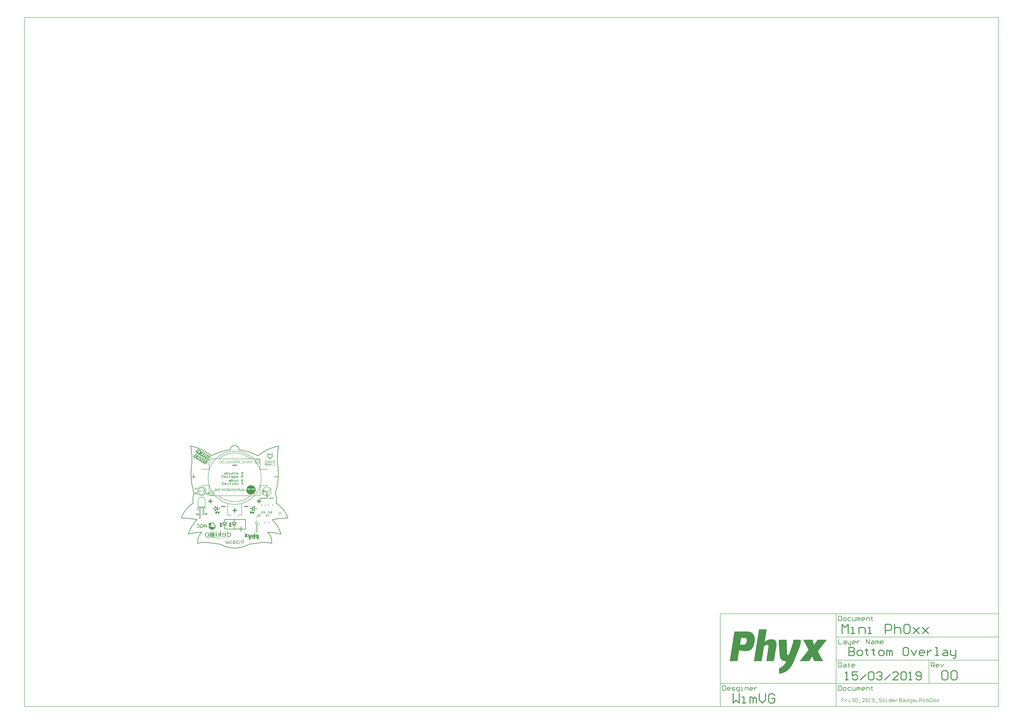
<source format=gbo>
G04*
G04 #@! TF.GenerationSoftware,Altium Limited,Altium Designer,18.1.9 (240)*
G04*
G04 Layer_Color=32896*
%FSLAX25Y25*%
%MOIN*%
G70*
G01*
G75*
%ADD10C,0.00787*%
%ADD15C,0.00591*%
%ADD16C,0.00984*%
%ADD17C,0.01575*%
%ADD43C,0.00645*%
G36*
X-57463Y165350D02*
X-57838Y164729D01*
X-57825Y164721D01*
X-57217Y164354D01*
X-56841Y164975D01*
X-51285Y161620D01*
X-51661Y160999D01*
X-52026Y160394D01*
X-52023Y160392D01*
X-51657Y160997D01*
X-51043Y160626D01*
X-50667Y161247D01*
X-45726Y158263D01*
X-46101Y157642D01*
X-46467Y157037D01*
X-46464Y157035D01*
X-46098Y157640D01*
X-45483Y157269D01*
X-45108Y157890D01*
X-40785Y155280D01*
X-41161Y154658D01*
X-40542Y154285D01*
X-40908Y153680D01*
X-41283Y153059D01*
X-41656Y152441D01*
X-42029Y151823D01*
X-42404Y151201D01*
X-42778Y150583D01*
X-43149Y149969D01*
X-43514Y149364D01*
X-44132Y149737D01*
X-44502Y149125D01*
X-46964Y150612D01*
X-46595Y151224D01*
X-47216Y151599D01*
X-47585Y150987D01*
X-50047Y152474D01*
X-49678Y153086D01*
X-49691Y153094D01*
X-50061Y152482D01*
X-52523Y153969D01*
X-52154Y154580D01*
X-52775Y154956D01*
X-53144Y154344D01*
X-55607Y155831D01*
X-55237Y156442D01*
X-55251Y156450D01*
X-55620Y155839D01*
X-61166Y159188D01*
X-60796Y159799D01*
X-60810Y159807D01*
X-61179Y159196D01*
X-63641Y160683D01*
X-63272Y161294D01*
X-63893Y161669D01*
X-64262Y161058D01*
X-66725Y162545D01*
X-66356Y163156D01*
X-65990Y163761D01*
X-65619Y164376D01*
X-65246Y164994D01*
X-64871Y165615D01*
X-64498Y166233D01*
X-64124Y166851D01*
X-63749Y167473D01*
X-63141Y167105D01*
X-62776Y167710D01*
X-62161Y167339D01*
X-61786Y167961D01*
X-57463Y165350D01*
D02*
G37*
G36*
X-62844Y158522D02*
X-63219Y157901D01*
X-62601Y157527D01*
X-62967Y156922D01*
X-63342Y156301D01*
X-63715Y155683D01*
X-64333Y156056D01*
X-64706Y155438D01*
X-65082Y154817D01*
X-64450Y154436D01*
X-64075Y155057D01*
X-63702Y155675D01*
X-63329Y156293D01*
X-62954Y156914D01*
X-62345Y156547D01*
X-61980Y157152D01*
X-61365Y156781D01*
X-60990Y157402D01*
X-56667Y154792D01*
X-57042Y154170D01*
X-56424Y153797D01*
X-56789Y153192D01*
X-56786Y153190D01*
X-56421Y153795D01*
X-55806Y153424D01*
X-55431Y154045D01*
X-51108Y151435D01*
X-51483Y150814D01*
X-50865Y150440D01*
X-51230Y149835D01*
X-51227Y149833D01*
X-50862Y150438D01*
X-50247Y150067D01*
X-49872Y150689D01*
X-45549Y148078D01*
X-45924Y147457D01*
X-45306Y147083D01*
X-45671Y146478D01*
X-46047Y145857D01*
X-46420Y145239D01*
X-47038Y145612D01*
X-47411Y144994D01*
X-46793Y144621D01*
X-47168Y144000D01*
X-47541Y143382D01*
X-47912Y142767D01*
X-48531Y143140D01*
X-48896Y142535D01*
X-49514Y142909D01*
X-49883Y142297D01*
X-54203Y144905D01*
X-53834Y145517D01*
X-54442Y145884D01*
X-54077Y146489D01*
X-54090Y146497D01*
X-54455Y145892D01*
X-55073Y146265D01*
X-55442Y145654D01*
X-59762Y148262D01*
X-59393Y148874D01*
X-60001Y149241D01*
X-59636Y149846D01*
X-59649Y149854D01*
X-60014Y149249D01*
X-60632Y149622D01*
X-61001Y149011D01*
X-65321Y151619D01*
X-64952Y152231D01*
X-64955Y152233D01*
X-65560Y152598D01*
X-65573Y152606D01*
X-65942Y151994D01*
X-70880Y154976D01*
X-70511Y155587D01*
X-70146Y156192D01*
X-69774Y156807D01*
X-69160Y156436D01*
X-68787Y157054D01*
X-68165Y156679D01*
X-67790Y157300D01*
X-67417Y157918D01*
X-67044Y158536D01*
X-66668Y159158D01*
X-66303Y159763D01*
X-65685Y159389D01*
X-65310Y160011D01*
X-62844Y158522D01*
D02*
G37*
G36*
X21377Y149188D02*
X21429Y149173D01*
X21477Y149154D01*
X21519Y149136D01*
X21552Y149117D01*
X21576Y149098D01*
X21590Y149083D01*
X21595Y149079D01*
X21633Y149036D01*
X21656Y148994D01*
X21675Y148951D01*
X21689Y148908D01*
X21699Y148875D01*
X21704Y148847D01*
Y148828D01*
Y148823D01*
X21699Y148767D01*
X21685Y148715D01*
X21671Y148667D01*
X21647Y148629D01*
X21628Y148596D01*
X21614Y148573D01*
X21600Y148558D01*
X21595Y148554D01*
X21552Y148516D01*
X21505Y148492D01*
X21458Y148473D01*
X21410Y148459D01*
X21373Y148450D01*
X21344Y148445D01*
X21316D01*
X21259Y148450D01*
X21207Y148464D01*
X21160Y148478D01*
X21122Y148502D01*
X21089Y148521D01*
X21065Y148535D01*
X21051Y148549D01*
X21046Y148554D01*
X21008Y148596D01*
X20980Y148644D01*
X20961Y148691D01*
X20947Y148738D01*
X20937Y148776D01*
X20933Y148804D01*
Y148823D01*
Y148833D01*
X20937Y148885D01*
X20952Y148932D01*
X20971Y148975D01*
X20989Y149013D01*
X21008Y149041D01*
X21027Y149065D01*
X21042Y149079D01*
X21046Y149083D01*
X21089Y149121D01*
X21136Y149145D01*
X21179Y149164D01*
X21221Y149178D01*
X21259Y149188D01*
X21287Y149192D01*
X21316D01*
X21377Y149188D01*
D02*
G37*
G36*
X14372D02*
X14424Y149173D01*
X14472Y149154D01*
X14514Y149136D01*
X14547Y149117D01*
X14571Y149098D01*
X14585Y149083D01*
X14590Y149079D01*
X14628Y149036D01*
X14651Y148994D01*
X14670Y148951D01*
X14684Y148908D01*
X14694Y148875D01*
X14699Y148847D01*
Y148828D01*
Y148823D01*
X14694Y148767D01*
X14680Y148715D01*
X14665Y148667D01*
X14642Y148629D01*
X14623Y148596D01*
X14609Y148573D01*
X14594Y148558D01*
X14590Y148554D01*
X14547Y148516D01*
X14500Y148492D01*
X14453Y148473D01*
X14405Y148459D01*
X14367Y148450D01*
X14339Y148445D01*
X14311D01*
X14254Y148450D01*
X14202Y148464D01*
X14155Y148478D01*
X14117Y148502D01*
X14084Y148521D01*
X14060Y148535D01*
X14046Y148549D01*
X14041Y148554D01*
X14003Y148596D01*
X13975Y148644D01*
X13956Y148691D01*
X13942Y148738D01*
X13932Y148776D01*
X13928Y148804D01*
Y148823D01*
Y148833D01*
X13932Y148885D01*
X13947Y148932D01*
X13965Y148975D01*
X13984Y149013D01*
X14003Y149041D01*
X14022Y149065D01*
X14036Y149079D01*
X14041Y149083D01*
X14084Y149121D01*
X14131Y149145D01*
X14174Y149164D01*
X14216Y149178D01*
X14254Y149188D01*
X14282Y149192D01*
X14311D01*
X14372Y149188D01*
D02*
G37*
G36*
X3564Y143701D02*
X3039D01*
Y145744D01*
X3034Y145862D01*
X3025Y145976D01*
X3006Y146085D01*
X2982Y146184D01*
X2954Y146274D01*
X2926Y146359D01*
X2892Y146435D01*
X2855Y146506D01*
X2822Y146567D01*
X2788Y146624D01*
X2760Y146667D01*
X2732Y146709D01*
X2708Y146737D01*
X2689Y146756D01*
X2680Y146771D01*
X2675Y146775D01*
X2604Y146842D01*
X2528Y146898D01*
X2448Y146950D01*
X2363Y146993D01*
X2278Y147026D01*
X2197Y147059D01*
X2117Y147083D01*
X2036Y147102D01*
X1965Y147116D01*
X1894Y147130D01*
X1833Y147140D01*
X1781Y147144D01*
X1738Y147149D01*
X1677D01*
X1573Y147144D01*
X1478Y147135D01*
X1388Y147121D01*
X1303Y147102D01*
X1228Y147073D01*
X1157Y147050D01*
X1090Y147021D01*
X1034Y146993D01*
X982Y146960D01*
X934Y146931D01*
X896Y146908D01*
X868Y146884D01*
X844Y146860D01*
X826Y146846D01*
X816Y146837D01*
X811Y146832D01*
X759Y146771D01*
X712Y146700D01*
X669Y146629D01*
X636Y146553D01*
X608Y146477D01*
X584Y146402D01*
X546Y146250D01*
X532Y146179D01*
X523Y146113D01*
X518Y146056D01*
X513Y146004D01*
X509Y145962D01*
Y145933D01*
Y145910D01*
Y145905D01*
Y143701D01*
X-16D01*
Y145957D01*
X-12Y146104D01*
X2Y146246D01*
X21Y146373D01*
X50Y146496D01*
X83Y146605D01*
X121Y146709D01*
X159Y146799D01*
X201Y146884D01*
X244Y146955D01*
X282Y147017D01*
X319Y147073D01*
X353Y147116D01*
X376Y147154D01*
X400Y147177D01*
X414Y147192D01*
X419Y147196D01*
X504Y147272D01*
X594Y147338D01*
X684Y147395D01*
X783Y147442D01*
X878Y147485D01*
X977Y147518D01*
X1072Y147546D01*
X1161Y147570D01*
X1247Y147584D01*
X1327Y147598D01*
X1398Y147608D01*
X1459Y147617D01*
X1511D01*
X1549Y147622D01*
X1582D01*
X1757Y147613D01*
X1923Y147594D01*
X1998Y147579D01*
X2070Y147565D01*
X2136Y147546D01*
X2197Y147532D01*
X2254Y147513D01*
X2301Y147494D01*
X2344Y147480D01*
X2382Y147466D01*
X2410Y147456D01*
X2429Y147447D01*
X2443Y147438D01*
X2448D01*
X2580Y147362D01*
X2699Y147277D01*
X2803Y147192D01*
X2883Y147106D01*
X2954Y147031D01*
X2978Y146998D01*
X3001Y146969D01*
X3015Y146946D01*
X3030Y146927D01*
X3034Y146917D01*
X3039Y146913D01*
Y149192D01*
X3564D01*
Y143701D01*
D02*
G37*
G36*
X-7301Y145697D02*
X-5759Y143701D01*
X-6355D01*
X-7599Y145328D01*
X-8833Y143701D01*
X-9434D01*
X-7878Y145697D01*
X-9344Y147594D01*
X-8767D01*
X-7599Y146071D01*
X-6426Y147594D01*
X-5834D01*
X-7301Y145697D01*
D02*
G37*
G36*
X-11255D02*
X-9713Y143701D01*
X-10309D01*
X-11553Y145328D01*
X-12787Y143701D01*
X-13388D01*
X-11832Y145697D01*
X-13298Y147594D01*
X-12721D01*
X-11553Y146071D01*
X-10380Y147594D01*
X-9789D01*
X-11255Y145697D01*
D02*
G37*
G36*
X28548Y143701D02*
X28023D01*
Y147825D01*
X25984Y144358D01*
X25724D01*
X23690Y147844D01*
Y143701D01*
X23161D01*
Y148885D01*
X23615D01*
X25842Y145039D01*
X28094Y148885D01*
X28548D01*
Y143701D01*
D02*
G37*
G36*
X67471Y144451D02*
X66939D01*
Y146107D01*
X64915D01*
Y146580D01*
X66939D01*
Y148004D01*
X64672D01*
Y148473D01*
X67471D01*
Y144451D01*
D02*
G37*
G36*
X63929D02*
X63398D01*
Y145689D01*
X62342D01*
X62287Y145692D01*
X62240Y145696D01*
X62200Y145700D01*
X62167D01*
X62142Y145703D01*
X62124Y145707D01*
X62120D01*
X61228Y144451D01*
X60686D01*
X61643Y145816D01*
X61570Y145841D01*
X61497Y145871D01*
X61432Y145903D01*
X61370Y145940D01*
X61312Y145976D01*
X61257Y146016D01*
X61210Y146053D01*
X61163Y146089D01*
X61126Y146125D01*
X61090Y146158D01*
X61061Y146191D01*
X61035Y146216D01*
X61017Y146238D01*
X61002Y146256D01*
X60995Y146267D01*
X60992Y146271D01*
X60948Y146336D01*
X60911Y146402D01*
X60879Y146467D01*
X60850Y146537D01*
X60828Y146606D01*
X60806Y146671D01*
X60791Y146737D01*
X60777Y146799D01*
X60769Y146857D01*
X60762Y146912D01*
X60755Y146959D01*
X60751Y146999D01*
X60748Y147032D01*
Y147057D01*
Y147075D01*
Y147079D01*
X60751Y147199D01*
X60766Y147308D01*
X60788Y147414D01*
X60817Y147512D01*
X60850Y147603D01*
X60890Y147687D01*
X60930Y147763D01*
X60970Y147833D01*
X61010Y147894D01*
X61050Y147945D01*
X61090Y147993D01*
X61123Y148029D01*
X61152Y148058D01*
X61173Y148080D01*
X61188Y148095D01*
X61192Y148098D01*
X61279Y148164D01*
X61370Y148222D01*
X61468Y148273D01*
X61567Y148317D01*
X61669Y148353D01*
X61770Y148382D01*
X61869Y148408D01*
X61963Y148426D01*
X62054Y148440D01*
X62138Y148455D01*
X62211Y148462D01*
X62276Y148466D01*
X62331Y148469D01*
X62353Y148473D01*
X63929D01*
Y144451D01*
D02*
G37*
G36*
X59885D02*
X59354D01*
Y148473D01*
X59885D01*
Y144451D01*
D02*
G37*
G36*
X55036D02*
X53384D01*
X53267Y144455D01*
X53155Y144462D01*
X53045Y144473D01*
X52940Y144491D01*
X52842Y144509D01*
X52751Y144531D01*
X52663Y144556D01*
X52587Y144578D01*
X52514Y144604D01*
X52452Y144626D01*
X52394Y144648D01*
X52350Y144666D01*
X52310Y144684D01*
X52285Y144695D01*
X52270Y144702D01*
X52263Y144706D01*
X52172Y144757D01*
X52088Y144811D01*
X52012Y144866D01*
X51935Y144924D01*
X51870Y144986D01*
X51808Y145044D01*
X51750Y145103D01*
X51699Y145157D01*
X51651Y145212D01*
X51615Y145259D01*
X51578Y145306D01*
X51553Y145343D01*
X51531Y145376D01*
X51513Y145397D01*
X51506Y145416D01*
X51502Y145419D01*
X51455Y145507D01*
X51411Y145598D01*
X51375Y145685D01*
X51345Y145776D01*
X51316Y145863D01*
X51295Y145951D01*
X51276Y146034D01*
X51262Y146114D01*
X51251Y146187D01*
X51244Y146253D01*
X51236Y146315D01*
X51233Y146366D01*
X51229Y146406D01*
Y146438D01*
Y146457D01*
Y146464D01*
X51233Y146573D01*
X51240Y146675D01*
X51254Y146777D01*
X51273Y146872D01*
X51291Y146963D01*
X51316Y147050D01*
X51338Y147126D01*
X51364Y147203D01*
X51389Y147268D01*
X51415Y147327D01*
X51440Y147378D01*
X51458Y147421D01*
X51477Y147454D01*
X51491Y147479D01*
X51498Y147498D01*
X51502Y147501D01*
X51557Y147585D01*
X51611Y147665D01*
X51673Y147738D01*
X51735Y147807D01*
X51797Y147869D01*
X51862Y147927D01*
X51924Y147982D01*
X51982Y148029D01*
X52041Y148073D01*
X52092Y148109D01*
X52139Y148142D01*
X52183Y148167D01*
X52215Y148189D01*
X52241Y148204D01*
X52255Y148211D01*
X52263Y148215D01*
X52357Y148262D01*
X52452Y148298D01*
X52547Y148335D01*
X52645Y148364D01*
X52740Y148389D01*
X52831Y148411D01*
X52922Y148426D01*
X53005Y148440D01*
X53085Y148451D01*
X53158Y148459D01*
X53224Y148466D01*
X53278Y148469D01*
X53322Y148473D01*
X55036D01*
Y144451D01*
D02*
G37*
G36*
X58615Y148004D02*
X56616D01*
X57697Y146722D01*
Y146347D01*
X57362D01*
X57271Y146344D01*
X57184Y146340D01*
X57104Y146329D01*
X57031Y146318D01*
X56962Y146304D01*
X56900Y146285D01*
X56846Y146267D01*
X56795Y146253D01*
X56751Y146235D01*
X56714Y146216D01*
X56682Y146198D01*
X56656Y146184D01*
X56634Y146173D01*
X56620Y146162D01*
X56613Y146158D01*
X56609Y146154D01*
X56565Y146118D01*
X56529Y146078D01*
X56496Y146034D01*
X56467Y145994D01*
X56445Y145951D01*
X56423Y145907D01*
X56394Y145823D01*
X56380Y145747D01*
X56372Y145714D01*
X56369Y145685D01*
X56365Y145663D01*
Y145645D01*
Y145634D01*
Y145630D01*
X56369Y145568D01*
X56376Y145510D01*
X56387Y145452D01*
X56401Y145401D01*
X56423Y145354D01*
X56441Y145310D01*
X56463Y145270D01*
X56485Y145234D01*
X56511Y145201D01*
X56533Y145172D01*
X56551Y145146D01*
X56569Y145128D01*
X56587Y145113D01*
X56598Y145103D01*
X56605Y145095D01*
X56609Y145092D01*
X56656Y145059D01*
X56707Y145030D01*
X56766Y145001D01*
X56820Y144979D01*
X56937Y144946D01*
X57053Y144924D01*
X57104Y144913D01*
X57155Y144910D01*
X57199Y144906D01*
X57235Y144902D01*
X57268Y144899D01*
X57311D01*
X57442Y144902D01*
X57566Y144917D01*
X57679Y144935D01*
X57734Y144946D01*
X57781Y144961D01*
X57825Y144972D01*
X57865Y144982D01*
X57898Y144990D01*
X57927Y145001D01*
X57948Y145008D01*
X57967Y145015D01*
X57978Y145019D01*
X57981D01*
X58094Y145066D01*
X58200Y145121D01*
X58294Y145179D01*
X58338Y145204D01*
X58374Y145230D01*
X58411Y145255D01*
X58443Y145281D01*
X58469Y145299D01*
X58491Y145317D01*
X58509Y145332D01*
X58524Y145343D01*
X58531Y145350D01*
X58534Y145354D01*
X58778Y144968D01*
X58676Y144873D01*
X58571Y144790D01*
X58465Y144720D01*
X58363Y144662D01*
X58316Y144637D01*
X58272Y144615D01*
X58236Y144597D01*
X58203Y144582D01*
X58174Y144571D01*
X58156Y144564D01*
X58141Y144556D01*
X58138D01*
X57989Y144509D01*
X57843Y144476D01*
X57705Y144451D01*
X57639Y144444D01*
X57577Y144436D01*
X57523Y144429D01*
X57472Y144425D01*
X57424Y144422D01*
X57384D01*
X57355Y144418D01*
X57311D01*
X57224Y144422D01*
X57140Y144425D01*
X57060Y144433D01*
X56988Y144444D01*
X56915Y144455D01*
X56849Y144469D01*
X56787Y144484D01*
X56733Y144498D01*
X56682Y144513D01*
X56638Y144524D01*
X56598Y144538D01*
X56565Y144549D01*
X56540Y144560D01*
X56522Y144567D01*
X56511Y144575D01*
X56507D01*
X56445Y144604D01*
X56391Y144637D01*
X56336Y144673D01*
X56289Y144709D01*
X56245Y144742D01*
X56201Y144779D01*
X56165Y144815D01*
X56132Y144848D01*
X56103Y144880D01*
X56077Y144910D01*
X56056Y144935D01*
X56037Y144961D01*
X56023Y144979D01*
X56012Y144993D01*
X56008Y145001D01*
X56005Y145004D01*
X55976Y145055D01*
X55946Y145110D01*
X55906Y145219D01*
X55874Y145321D01*
X55856Y145419D01*
X55848Y145463D01*
X55841Y145503D01*
X55837Y145539D01*
Y145572D01*
X55834Y145598D01*
Y145616D01*
Y145627D01*
Y145630D01*
X55837Y145721D01*
X55848Y145809D01*
X55866Y145892D01*
X55885Y145969D01*
X55914Y146042D01*
X55939Y146111D01*
X55972Y146169D01*
X56001Y146227D01*
X56034Y146275D01*
X56067Y146322D01*
X56092Y146358D01*
X56118Y146387D01*
X56139Y146413D01*
X56158Y146431D01*
X56169Y146442D01*
X56172Y146446D01*
X56238Y146500D01*
X56307Y146551D01*
X56383Y146595D01*
X56460Y146635D01*
X56536Y146668D01*
X56613Y146693D01*
X56685Y146719D01*
X56758Y146737D01*
X56827Y146751D01*
X56889Y146766D01*
X56944Y146777D01*
X56995Y146781D01*
X57035Y146788D01*
X57064Y146792D01*
X57089D01*
X55983Y148113D01*
Y148473D01*
X58615D01*
Y148004D01*
D02*
G37*
G36*
X21581Y143701D02*
X21056D01*
Y147594D01*
X21581D01*
Y143701D01*
D02*
G37*
G36*
X17787Y147613D02*
X17958Y147589D01*
X18033Y147575D01*
X18109Y147561D01*
X18175Y147542D01*
X18237Y147523D01*
X18293Y147504D01*
X18345Y147485D01*
X18388Y147471D01*
X18426Y147456D01*
X18454Y147442D01*
X18473Y147433D01*
X18487Y147428D01*
X18492Y147423D01*
X18629Y147343D01*
X18747Y147258D01*
X18847Y147163D01*
X18932Y147078D01*
X18998Y146998D01*
X19027Y146965D01*
X19050Y146931D01*
X19064Y146908D01*
X19079Y146889D01*
X19083Y146879D01*
X19088Y146875D01*
Y147594D01*
X19589D01*
Y143701D01*
X19064D01*
Y145744D01*
X19060Y145862D01*
X19050Y145976D01*
X19031Y146085D01*
X19008Y146184D01*
X18979Y146274D01*
X18951Y146359D01*
X18918Y146435D01*
X18880Y146506D01*
X18847Y146567D01*
X18814Y146624D01*
X18785Y146667D01*
X18757Y146709D01*
X18733Y146737D01*
X18714Y146756D01*
X18705Y146771D01*
X18700Y146775D01*
X18629Y146842D01*
X18554Y146898D01*
X18473Y146950D01*
X18388Y146993D01*
X18303Y147026D01*
X18223Y147059D01*
X18142Y147083D01*
X18062Y147102D01*
X17991Y147116D01*
X17920Y147130D01*
X17858Y147140D01*
X17806Y147144D01*
X17764Y147149D01*
X17702D01*
X17598Y147144D01*
X17503Y147135D01*
X17414Y147121D01*
X17328Y147102D01*
X17253Y147073D01*
X17182Y147050D01*
X17116Y147021D01*
X17059Y146993D01*
X17007Y146960D01*
X16960Y146931D01*
X16922Y146908D01*
X16893Y146884D01*
X16870Y146860D01*
X16851Y146846D01*
X16841Y146837D01*
X16837Y146832D01*
X16784Y146771D01*
X16737Y146700D01*
X16695Y146629D01*
X16661Y146553D01*
X16633Y146477D01*
X16610Y146402D01*
X16572Y146250D01*
X16557Y146179D01*
X16548Y146113D01*
X16543Y146056D01*
X16539Y146004D01*
X16534Y145962D01*
Y145933D01*
Y145910D01*
Y145905D01*
Y143701D01*
X16009D01*
Y145957D01*
X16014Y146104D01*
X16028Y146246D01*
X16047Y146373D01*
X16075Y146496D01*
X16108Y146605D01*
X16146Y146709D01*
X16184Y146799D01*
X16226Y146884D01*
X16269Y146955D01*
X16307Y147017D01*
X16345Y147073D01*
X16378Y147116D01*
X16401Y147154D01*
X16425Y147177D01*
X16439Y147192D01*
X16444Y147196D01*
X16529Y147272D01*
X16619Y147338D01*
X16709Y147395D01*
X16808Y147442D01*
X16903Y147485D01*
X17002Y147518D01*
X17097Y147546D01*
X17187Y147570D01*
X17272Y147584D01*
X17352Y147598D01*
X17423Y147608D01*
X17485Y147617D01*
X17537D01*
X17574Y147622D01*
X17608D01*
X17787Y147613D01*
D02*
G37*
G36*
X14576Y143701D02*
X14051D01*
Y147594D01*
X14576D01*
Y143701D01*
D02*
G37*
G36*
X8772D02*
X8223D01*
Y145337D01*
X6833D01*
X6653Y145342D01*
X6483Y145356D01*
X6322Y145380D01*
X6170Y145413D01*
X6033Y145446D01*
X5906Y145484D01*
X5787Y145527D01*
X5683Y145574D01*
X5589Y145616D01*
X5508Y145659D01*
X5437Y145697D01*
X5381Y145735D01*
X5333Y145763D01*
X5300Y145787D01*
X5281Y145801D01*
X5276Y145806D01*
X5177Y145896D01*
X5092Y145995D01*
X5016Y146099D01*
X4950Y146208D01*
X4898Y146317D01*
X4851Y146425D01*
X4813Y146529D01*
X4784Y146633D01*
X4761Y146728D01*
X4742Y146818D01*
X4733Y146898D01*
X4723Y146969D01*
X4718Y147026D01*
X4714Y147069D01*
Y147097D01*
Y147106D01*
X4718Y147258D01*
X4737Y147400D01*
X4766Y147532D01*
X4803Y147660D01*
X4846Y147773D01*
X4893Y147882D01*
X4941Y147981D01*
X4993Y148067D01*
X5049Y148147D01*
X5097Y148213D01*
X5144Y148270D01*
X5187Y148322D01*
X5224Y148360D01*
X5253Y148383D01*
X5272Y148402D01*
X5276Y148407D01*
X5385Y148492D01*
X5503Y148563D01*
X5631Y148629D01*
X5759Y148681D01*
X5887Y148729D01*
X6014Y148767D01*
X6142Y148800D01*
X6265Y148823D01*
X6383Y148847D01*
X6487Y148861D01*
X6587Y148871D01*
X6667Y148875D01*
X6738Y148880D01*
X6766Y148885D01*
X8772D01*
Y143701D01*
D02*
G37*
G36*
X-3058Y148923D02*
X-2949Y148913D01*
X-2845Y148899D01*
X-2746Y148875D01*
X-2651Y148852D01*
X-2561Y148828D01*
X-2481Y148795D01*
X-2405Y148767D01*
X-2334Y148738D01*
X-2273Y148710D01*
X-2221Y148681D01*
X-2178Y148658D01*
X-2140Y148634D01*
X-2117Y148620D01*
X-2098Y148610D01*
X-2093Y148606D01*
X-2008Y148544D01*
X-1927Y148478D01*
X-1852Y148402D01*
X-1781Y148331D01*
X-1715Y148256D01*
X-1653Y148180D01*
X-1601Y148104D01*
X-1549Y148029D01*
X-1506Y147962D01*
X-1469Y147896D01*
X-1435Y147839D01*
X-1407Y147792D01*
X-1388Y147750D01*
X-1374Y147721D01*
X-1364Y147698D01*
X-1360Y147693D01*
X-1312Y147579D01*
X-1275Y147461D01*
X-1242Y147343D01*
X-1208Y147225D01*
X-1161Y146988D01*
X-1147Y146875D01*
X-1133Y146771D01*
X-1123Y146671D01*
X-1114Y146577D01*
X-1109Y146496D01*
X-1104Y146430D01*
X-1100Y146373D01*
Y146331D01*
Y146302D01*
Y146293D01*
X-1104Y146146D01*
X-1109Y146000D01*
X-1123Y145862D01*
X-1142Y145730D01*
X-1161Y145607D01*
X-1180Y145493D01*
X-1204Y145385D01*
X-1232Y145285D01*
X-1256Y145200D01*
X-1279Y145120D01*
X-1298Y145049D01*
X-1317Y144992D01*
X-1336Y144949D01*
X-1350Y144916D01*
X-1355Y144893D01*
X-1360Y144888D01*
X-1412Y144779D01*
X-1469Y144680D01*
X-1525Y144581D01*
X-1587Y144495D01*
X-1648Y144410D01*
X-1710Y144339D01*
X-1767Y144268D01*
X-1828Y144207D01*
X-1880Y144155D01*
X-1932Y144108D01*
X-1975Y144065D01*
X-2017Y144032D01*
X-2050Y144008D01*
X-2074Y143989D01*
X-2088Y143980D01*
X-2093Y143975D01*
X-2183Y143918D01*
X-2273Y143871D01*
X-2367Y143828D01*
X-2462Y143791D01*
X-2552Y143762D01*
X-2642Y143734D01*
X-2727Y143715D01*
X-2807Y143696D01*
X-2883Y143687D01*
X-2954Y143677D01*
X-3015Y143668D01*
X-3067Y143663D01*
X-3110Y143658D01*
X-3167D01*
X-3275Y143663D01*
X-3384Y143672D01*
X-3488Y143687D01*
X-3588Y143710D01*
X-3682Y143734D01*
X-3767Y143757D01*
X-3853Y143786D01*
X-3928Y143819D01*
X-3994Y143847D01*
X-4056Y143876D01*
X-4108Y143900D01*
X-4155Y143928D01*
X-4188Y143947D01*
X-4217Y143961D01*
X-4231Y143970D01*
X-4236Y143975D01*
X-4321Y144037D01*
X-4401Y144108D01*
X-4482Y144178D01*
X-4552Y144249D01*
X-4619Y144325D01*
X-4676Y144406D01*
X-4732Y144476D01*
X-4784Y144552D01*
X-4827Y144618D01*
X-4865Y144685D01*
X-4898Y144741D01*
X-4926Y144789D01*
X-4945Y144831D01*
X-4959Y144860D01*
X-4969Y144883D01*
X-4973Y144888D01*
X-5021Y145001D01*
X-5063Y145120D01*
X-5096Y145238D01*
X-5125Y145361D01*
X-5172Y145593D01*
X-5191Y145706D01*
X-5205Y145815D01*
X-5215Y145914D01*
X-5224Y146004D01*
X-5229Y146089D01*
X-5234Y146156D01*
X-5238Y146212D01*
Y146255D01*
Y146283D01*
Y146293D01*
X-5234Y146440D01*
X-5229Y146586D01*
X-5215Y146719D01*
X-5196Y146851D01*
X-5177Y146974D01*
X-5153Y147088D01*
X-5130Y147196D01*
X-5106Y147296D01*
X-5082Y147386D01*
X-5059Y147461D01*
X-5035Y147532D01*
X-5016Y147589D01*
X-4997Y147631D01*
X-4983Y147664D01*
X-4978Y147688D01*
X-4973Y147693D01*
X-4921Y147802D01*
X-4865Y147906D01*
X-4808Y148000D01*
X-4746Y148085D01*
X-4685Y148171D01*
X-4623Y148242D01*
X-4562Y148312D01*
X-4505Y148374D01*
X-4448Y148426D01*
X-4401Y148473D01*
X-4354Y148516D01*
X-4316Y148549D01*
X-4283Y148573D01*
X-4254Y148592D01*
X-4240Y148601D01*
X-4236Y148606D01*
X-4146Y148663D01*
X-4056Y148710D01*
X-3961Y148757D01*
X-3871Y148790D01*
X-3782Y148823D01*
X-3692Y148847D01*
X-3607Y148871D01*
X-3526Y148890D01*
X-3450Y148899D01*
X-3379Y148908D01*
X-3323Y148918D01*
X-3266Y148923D01*
X-3223Y148927D01*
X-3167D01*
X-3058Y148923D01*
D02*
G37*
G36*
X-19575D02*
X-19466Y148913D01*
X-19362Y148899D01*
X-19263Y148875D01*
X-19168Y148852D01*
X-19078Y148828D01*
X-18998Y148795D01*
X-18922Y148767D01*
X-18851Y148738D01*
X-18790Y148710D01*
X-18738Y148681D01*
X-18695Y148658D01*
X-18657Y148634D01*
X-18634Y148620D01*
X-18615Y148610D01*
X-18610Y148606D01*
X-18525Y148544D01*
X-18444Y148478D01*
X-18369Y148402D01*
X-18298Y148331D01*
X-18232Y148256D01*
X-18170Y148180D01*
X-18118Y148104D01*
X-18066Y148029D01*
X-18023Y147962D01*
X-17986Y147896D01*
X-17953Y147839D01*
X-17924Y147792D01*
X-17905Y147750D01*
X-17891Y147721D01*
X-17882Y147698D01*
X-17877Y147693D01*
X-17830Y147579D01*
X-17792Y147461D01*
X-17759Y147343D01*
X-17726Y147225D01*
X-17678Y146988D01*
X-17664Y146875D01*
X-17650Y146771D01*
X-17640Y146671D01*
X-17631Y146577D01*
X-17626Y146496D01*
X-17621Y146430D01*
X-17617Y146373D01*
Y146331D01*
Y146302D01*
Y146293D01*
X-17621Y146146D01*
X-17626Y146000D01*
X-17640Y145862D01*
X-17659Y145730D01*
X-17678Y145607D01*
X-17697Y145493D01*
X-17721Y145385D01*
X-17749Y145285D01*
X-17773Y145200D01*
X-17797Y145120D01*
X-17815Y145049D01*
X-17834Y144992D01*
X-17853Y144949D01*
X-17867Y144916D01*
X-17872Y144893D01*
X-17877Y144888D01*
X-17929Y144779D01*
X-17986Y144680D01*
X-18043Y144581D01*
X-18104Y144495D01*
X-18165Y144410D01*
X-18227Y144339D01*
X-18284Y144268D01*
X-18345Y144207D01*
X-18397Y144155D01*
X-18449Y144108D01*
X-18492Y144065D01*
X-18534Y144032D01*
X-18567Y144008D01*
X-18591Y143989D01*
X-18605Y143980D01*
X-18610Y143975D01*
X-18700Y143918D01*
X-18790Y143871D01*
X-18884Y143828D01*
X-18979Y143791D01*
X-19069Y143762D01*
X-19159Y143734D01*
X-19244Y143715D01*
X-19324Y143696D01*
X-19400Y143687D01*
X-19471Y143677D01*
X-19532Y143668D01*
X-19584Y143663D01*
X-19627Y143658D01*
X-19684D01*
X-19793Y143663D01*
X-19901Y143672D01*
X-20005Y143687D01*
X-20105Y143710D01*
X-20199Y143734D01*
X-20285Y143757D01*
X-20370Y143786D01*
X-20445Y143819D01*
X-20512Y143847D01*
X-20573Y143876D01*
X-20625Y143900D01*
X-20672Y143928D01*
X-20705Y143947D01*
X-20734Y143961D01*
X-20748Y143970D01*
X-20753Y143975D01*
X-20838Y144037D01*
X-20918Y144108D01*
X-20999Y144178D01*
X-21070Y144249D01*
X-21136Y144325D01*
X-21193Y144406D01*
X-21249Y144476D01*
X-21301Y144552D01*
X-21344Y144618D01*
X-21382Y144685D01*
X-21415Y144741D01*
X-21443Y144789D01*
X-21462Y144831D01*
X-21476Y144860D01*
X-21486Y144883D01*
X-21491Y144888D01*
X-21538Y145001D01*
X-21580Y145120D01*
X-21614Y145238D01*
X-21642Y145361D01*
X-21689Y145593D01*
X-21708Y145706D01*
X-21722Y145815D01*
X-21732Y145914D01*
X-21741Y146004D01*
X-21746Y146089D01*
X-21751Y146156D01*
X-21756Y146212D01*
Y146255D01*
Y146283D01*
Y146293D01*
X-21751Y146440D01*
X-21746Y146586D01*
X-21732Y146719D01*
X-21713Y146851D01*
X-21694Y146974D01*
X-21670Y147088D01*
X-21647Y147196D01*
X-21623Y147296D01*
X-21599Y147386D01*
X-21576Y147461D01*
X-21552Y147532D01*
X-21533Y147589D01*
X-21514Y147631D01*
X-21500Y147664D01*
X-21495Y147688D01*
X-21491Y147693D01*
X-21439Y147802D01*
X-21382Y147906D01*
X-21325Y148000D01*
X-21264Y148085D01*
X-21202Y148171D01*
X-21141Y148242D01*
X-21079Y148312D01*
X-21022Y148374D01*
X-20966Y148426D01*
X-20918Y148473D01*
X-20871Y148516D01*
X-20833Y148549D01*
X-20800Y148573D01*
X-20772Y148592D01*
X-20757Y148601D01*
X-20753Y148606D01*
X-20663Y148663D01*
X-20573Y148710D01*
X-20478Y148757D01*
X-20389Y148790D01*
X-20299Y148823D01*
X-20209Y148847D01*
X-20124Y148871D01*
X-20043Y148890D01*
X-19968Y148899D01*
X-19897Y148908D01*
X-19840Y148918D01*
X-19783Y148923D01*
X-19740Y148927D01*
X-19684D01*
X-19575Y148923D01*
D02*
G37*
G36*
X-24480D02*
X-24371Y148913D01*
X-24267Y148899D01*
X-24168Y148875D01*
X-24073Y148852D01*
X-23983Y148828D01*
X-23903Y148795D01*
X-23827Y148767D01*
X-23756Y148738D01*
X-23695Y148710D01*
X-23643Y148681D01*
X-23600Y148658D01*
X-23562Y148634D01*
X-23539Y148620D01*
X-23520Y148610D01*
X-23515Y148606D01*
X-23430Y148544D01*
X-23349Y148478D01*
X-23274Y148402D01*
X-23203Y148331D01*
X-23137Y148256D01*
X-23075Y148180D01*
X-23023Y148104D01*
X-22971Y148029D01*
X-22929Y147962D01*
X-22891Y147896D01*
X-22858Y147839D01*
X-22829Y147792D01*
X-22810Y147750D01*
X-22796Y147721D01*
X-22787Y147698D01*
X-22782Y147693D01*
X-22735Y147579D01*
X-22697Y147461D01*
X-22664Y147343D01*
X-22631Y147225D01*
X-22583Y146988D01*
X-22569Y146875D01*
X-22555Y146771D01*
X-22545Y146671D01*
X-22536Y146577D01*
X-22531Y146496D01*
X-22526Y146430D01*
X-22522Y146373D01*
Y146331D01*
Y146302D01*
Y146293D01*
X-22526Y146146D01*
X-22531Y146000D01*
X-22545Y145862D01*
X-22564Y145730D01*
X-22583Y145607D01*
X-22602Y145493D01*
X-22626Y145385D01*
X-22654Y145285D01*
X-22678Y145200D01*
X-22702Y145120D01*
X-22720Y145049D01*
X-22739Y144992D01*
X-22758Y144949D01*
X-22772Y144916D01*
X-22777Y144893D01*
X-22782Y144888D01*
X-22834Y144779D01*
X-22891Y144680D01*
X-22948Y144581D01*
X-23009Y144495D01*
X-23070Y144410D01*
X-23132Y144339D01*
X-23189Y144268D01*
X-23250Y144207D01*
X-23302Y144155D01*
X-23354Y144108D01*
X-23397Y144065D01*
X-23439Y144032D01*
X-23472Y144008D01*
X-23496Y143989D01*
X-23510Y143980D01*
X-23515Y143975D01*
X-23605Y143918D01*
X-23695Y143871D01*
X-23789Y143828D01*
X-23884Y143791D01*
X-23974Y143762D01*
X-24064Y143734D01*
X-24149Y143715D01*
X-24229Y143696D01*
X-24305Y143687D01*
X-24376Y143677D01*
X-24437Y143668D01*
X-24489Y143663D01*
X-24532Y143658D01*
X-24589D01*
X-24698Y143663D01*
X-24806Y143672D01*
X-24910Y143687D01*
X-25010Y143710D01*
X-25104Y143734D01*
X-25190Y143757D01*
X-25275Y143786D01*
X-25350Y143819D01*
X-25416Y143847D01*
X-25478Y143876D01*
X-25530Y143900D01*
X-25577Y143928D01*
X-25611Y143947D01*
X-25639Y143961D01*
X-25653Y143970D01*
X-25658Y143975D01*
X-25743Y144037D01*
X-25823Y144108D01*
X-25904Y144178D01*
X-25975Y144249D01*
X-26041Y144325D01*
X-26098Y144406D01*
X-26154Y144476D01*
X-26206Y144552D01*
X-26249Y144618D01*
X-26287Y144685D01*
X-26320Y144741D01*
X-26348Y144789D01*
X-26367Y144831D01*
X-26381Y144860D01*
X-26391Y144883D01*
X-26396Y144888D01*
X-26443Y145001D01*
X-26485Y145120D01*
X-26519Y145238D01*
X-26547Y145361D01*
X-26594Y145593D01*
X-26613Y145706D01*
X-26627Y145815D01*
X-26637Y145914D01*
X-26646Y146004D01*
X-26651Y146089D01*
X-26656Y146156D01*
X-26660Y146212D01*
Y146255D01*
Y146283D01*
Y146293D01*
X-26656Y146440D01*
X-26651Y146586D01*
X-26637Y146719D01*
X-26618Y146851D01*
X-26599Y146974D01*
X-26575Y147088D01*
X-26552Y147196D01*
X-26528Y147296D01*
X-26504Y147386D01*
X-26481Y147461D01*
X-26457Y147532D01*
X-26438Y147589D01*
X-26419Y147631D01*
X-26405Y147664D01*
X-26400Y147688D01*
X-26396Y147693D01*
X-26344Y147802D01*
X-26287Y147906D01*
X-26230Y148000D01*
X-26169Y148085D01*
X-26107Y148171D01*
X-26046Y148242D01*
X-25984Y148312D01*
X-25927Y148374D01*
X-25871Y148426D01*
X-25823Y148473D01*
X-25776Y148516D01*
X-25738Y148549D01*
X-25705Y148573D01*
X-25677Y148592D01*
X-25662Y148601D01*
X-25658Y148606D01*
X-25568Y148663D01*
X-25478Y148710D01*
X-25383Y148757D01*
X-25293Y148790D01*
X-25204Y148823D01*
X-25114Y148847D01*
X-25029Y148871D01*
X-24948Y148890D01*
X-24873Y148899D01*
X-24802Y148908D01*
X-24745Y148918D01*
X-24688Y148923D01*
X-24645Y148927D01*
X-24589D01*
X-24480Y148923D01*
D02*
G37*
G36*
X13317Y143346D02*
X9614D01*
Y143701D01*
X13317D01*
Y143346D01*
D02*
G37*
G36*
X-13530D02*
X-17234D01*
Y143701D01*
X-13530D01*
Y143346D01*
D02*
G37*
G36*
X59421Y139559D02*
X58908D01*
Y142671D01*
X57463Y140054D01*
X57197D01*
X55755Y142686D01*
Y139559D01*
X55242D01*
Y143581D01*
X55675D01*
X57321Y140684D01*
X58988Y143581D01*
X59421D01*
Y139559D01*
D02*
G37*
G36*
X65798Y143610D02*
X65907Y143603D01*
X66009Y143588D01*
X66111Y143574D01*
X66206Y143552D01*
X66293Y143530D01*
X66377Y143505D01*
X66453Y143483D01*
X66523Y143457D01*
X66584Y143432D01*
X66639Y143410D01*
X66686Y143388D01*
X66723Y143374D01*
X66748Y143359D01*
X66763Y143352D01*
X66770Y143348D01*
X66857Y143297D01*
X66941Y143243D01*
X67021Y143184D01*
X67094Y143122D01*
X67159Y143064D01*
X67221Y143002D01*
X67280Y142940D01*
X67331Y142886D01*
X67374Y142831D01*
X67414Y142780D01*
X67451Y142733D01*
X67476Y142693D01*
X67498Y142660D01*
X67513Y142638D01*
X67523Y142620D01*
X67527Y142616D01*
X67575Y142529D01*
X67618Y142438D01*
X67655Y142347D01*
X67684Y142256D01*
X67713Y142169D01*
X67735Y142081D01*
X67753Y141998D01*
X67767Y141921D01*
X67778Y141845D01*
X67786Y141779D01*
X67793Y141721D01*
X67796Y141670D01*
Y141630D01*
X67800Y141597D01*
Y141579D01*
Y141572D01*
X67796Y141463D01*
X67789Y141361D01*
X67775Y141259D01*
X67756Y141160D01*
X67738Y141069D01*
X67713Y140982D01*
X67687Y140902D01*
X67662Y140829D01*
X67636Y140760D01*
X67615Y140698D01*
X67589Y140647D01*
X67571Y140603D01*
X67553Y140567D01*
X67538Y140542D01*
X67531Y140527D01*
X67527Y140520D01*
X67472Y140436D01*
X67418Y140352D01*
X67356Y140279D01*
X67294Y140207D01*
X67232Y140141D01*
X67170Y140083D01*
X67109Y140028D01*
X67047Y139977D01*
X66992Y139934D01*
X66941Y139897D01*
X66894Y139865D01*
X66854Y139835D01*
X66821Y139817D01*
X66795Y139799D01*
X66777Y139792D01*
X66774Y139788D01*
X66683Y139741D01*
X66588Y139701D01*
X66497Y139668D01*
X66402Y139635D01*
X66311Y139610D01*
X66220Y139592D01*
X66137Y139573D01*
X66053Y139559D01*
X65980Y139548D01*
X65911Y139541D01*
X65849Y139533D01*
X65798Y139530D01*
X65754D01*
X65722Y139526D01*
X65696D01*
X65532Y139533D01*
X65376Y139548D01*
X65307Y139562D01*
X65238Y139573D01*
X65172Y139588D01*
X65114Y139602D01*
X65059Y139613D01*
X65012Y139628D01*
X64968Y139643D01*
X64932Y139653D01*
X64903Y139661D01*
X64885Y139668D01*
X64870Y139675D01*
X64866D01*
X64797Y139704D01*
X64728Y139741D01*
X64601Y139814D01*
X64542Y139854D01*
X64488Y139894D01*
X64437Y139934D01*
X64389Y139974D01*
X64346Y140010D01*
X64309Y140043D01*
X64277Y140076D01*
X64251Y140101D01*
X64229Y140123D01*
X64215Y140141D01*
X64204Y140152D01*
X64200Y140156D01*
X64524Y140480D01*
X64615Y140396D01*
X64710Y140323D01*
X64808Y140261D01*
X64906Y140207D01*
X65005Y140159D01*
X65099Y140123D01*
X65190Y140090D01*
X65281Y140065D01*
X65361Y140047D01*
X65438Y140032D01*
X65507Y140021D01*
X65565Y140014D01*
X65613Y140010D01*
X65649Y140006D01*
X65678D01*
X65762Y140010D01*
X65842Y140014D01*
X65922Y140025D01*
X65995Y140039D01*
X66067Y140054D01*
X66133Y140072D01*
X66198Y140090D01*
X66253Y140108D01*
X66308Y140127D01*
X66355Y140145D01*
X66395Y140163D01*
X66428Y140178D01*
X66457Y140192D01*
X66475Y140203D01*
X66490Y140207D01*
X66493Y140210D01*
X66559Y140250D01*
X66621Y140294D01*
X66683Y140338D01*
X66737Y140385D01*
X66788Y140432D01*
X66835Y140476D01*
X66879Y140523D01*
X66916Y140567D01*
X66952Y140607D01*
X66981Y140647D01*
X67007Y140684D01*
X67028Y140713D01*
X67047Y140738D01*
X67058Y140756D01*
X67065Y140767D01*
X67068Y140771D01*
X67105Y140840D01*
X67138Y140909D01*
X67163Y140978D01*
X67189Y141048D01*
X67207Y141113D01*
X67225Y141182D01*
X67240Y141244D01*
X67251Y141306D01*
X67258Y141361D01*
X67265Y141412D01*
X67269Y141459D01*
X67272Y141495D01*
X67276Y141528D01*
Y141553D01*
Y141568D01*
Y141572D01*
X67272Y141652D01*
X67269Y141732D01*
X67258Y141808D01*
X67243Y141881D01*
X67229Y141950D01*
X67211Y142016D01*
X67192Y142078D01*
X67170Y142132D01*
X67152Y142183D01*
X67134Y142231D01*
X67116Y142271D01*
X67101Y142303D01*
X67087Y142329D01*
X67076Y142351D01*
X67072Y142362D01*
X67068Y142365D01*
X67028Y142431D01*
X66985Y142493D01*
X66938Y142551D01*
X66890Y142602D01*
X66843Y142653D01*
X66795Y142700D01*
X66748Y142740D01*
X66704Y142780D01*
X66661Y142813D01*
X66621Y142842D01*
X66584Y142868D01*
X66555Y142889D01*
X66530Y142904D01*
X66508Y142915D01*
X66497Y142922D01*
X66493Y142926D01*
X66424Y142962D01*
X66351Y142995D01*
X66282Y143020D01*
X66210Y143046D01*
X66140Y143068D01*
X66075Y143082D01*
X66009Y143097D01*
X65947Y143108D01*
X65889Y143115D01*
X65838Y143122D01*
X65794Y143126D01*
X65754Y143130D01*
X65722Y143133D01*
X65678D01*
X65554Y143130D01*
X65434Y143115D01*
X65321Y143090D01*
X65212Y143061D01*
X65110Y143028D01*
X65016Y142988D01*
X64928Y142944D01*
X64848Y142904D01*
X64775Y142860D01*
X64710Y142817D01*
X64655Y142777D01*
X64608Y142744D01*
X64571Y142715D01*
X64546Y142689D01*
X64528Y142675D01*
X64524Y142671D01*
X64200Y142988D01*
X64255Y143046D01*
X64309Y143104D01*
X64364Y143155D01*
X64422Y143199D01*
X64477Y143243D01*
X64531Y143282D01*
X64586Y143319D01*
X64637Y143348D01*
X64684Y143377D01*
X64728Y143399D01*
X64764Y143421D01*
X64797Y143435D01*
X64826Y143450D01*
X64845Y143457D01*
X64859Y143465D01*
X64863D01*
X65008Y143516D01*
X65154Y143552D01*
X65292Y143577D01*
X65358Y143588D01*
X65420Y143596D01*
X65478Y143603D01*
X65529Y143606D01*
X65573Y143610D01*
X65613D01*
X65645Y143614D01*
X65689D01*
X65798Y143610D01*
D02*
G37*
G36*
X64055Y139559D02*
X63530D01*
X63061Y140603D01*
X60957D01*
X60487Y139559D01*
X59956D01*
X61765Y143581D01*
X62249D01*
X64055Y139559D01*
D02*
G37*
G36*
X54081D02*
X53549D01*
Y140793D01*
X52556D01*
X52414Y140796D01*
X52283Y140807D01*
X52159Y140825D01*
X52043Y140851D01*
X51933Y140876D01*
X51835Y140909D01*
X51744Y140942D01*
X51660Y140978D01*
X51588Y141011D01*
X51526Y141044D01*
X51471Y141077D01*
X51424Y141102D01*
X51391Y141128D01*
X51366Y141146D01*
X51347Y141157D01*
X51344Y141160D01*
X51264Y141233D01*
X51198Y141310D01*
X51136Y141393D01*
X51085Y141477D01*
X51045Y141564D01*
X51009Y141648D01*
X50980Y141732D01*
X50954Y141812D01*
X50936Y141888D01*
X50921Y141961D01*
X50914Y142023D01*
X50907Y142078D01*
X50903Y142125D01*
X50900Y142158D01*
Y142180D01*
Y142187D01*
X50903Y142307D01*
X50918Y142416D01*
X50940Y142522D01*
X50969Y142620D01*
X51002Y142711D01*
X51042Y142795D01*
X51082Y142871D01*
X51122Y142940D01*
X51162Y143002D01*
X51202Y143053D01*
X51242Y143101D01*
X51275Y143137D01*
X51304Y143166D01*
X51326Y143188D01*
X51340Y143202D01*
X51344Y143206D01*
X51431Y143272D01*
X51522Y143330D01*
X51620Y143381D01*
X51719Y143424D01*
X51820Y143461D01*
X51923Y143490D01*
X52021Y143516D01*
X52115Y143534D01*
X52206Y143548D01*
X52290Y143563D01*
X52363Y143570D01*
X52428Y143574D01*
X52483Y143577D01*
X52505Y143581D01*
X54081D01*
Y139559D01*
D02*
G37*
G36*
X-2235Y129121D02*
X-2159Y129110D01*
X-2093Y129092D01*
X-2046Y129078D01*
X-2006Y129059D01*
X-1980Y129041D01*
X-1962Y129030D01*
X-1958Y129027D01*
X-1922Y128990D01*
X-1897Y128947D01*
X-1878Y128907D01*
X-1867Y128867D01*
X-1860Y128834D01*
X-1853Y128805D01*
Y128786D01*
Y128779D01*
X-1856Y128725D01*
X-1871Y128674D01*
X-1886Y128630D01*
X-1907Y128594D01*
X-1926Y128564D01*
X-1944Y128542D01*
X-1955Y128528D01*
X-1958Y128524D01*
X-1980Y128506D01*
X-2006Y128492D01*
X-2060Y128470D01*
X-2122Y128452D01*
X-2180Y128441D01*
X-2239Y128433D01*
X-2261D01*
X-2282Y128430D01*
X-2446D01*
Y125423D01*
X-2399D01*
X-2355Y125419D01*
X-2319Y125416D01*
X-2282Y125412D01*
X-2253Y125408D01*
X-2228Y125401D01*
X-2184Y125390D01*
X-2151Y125379D01*
X-2129Y125368D01*
X-2118Y125361D01*
X-2115Y125357D01*
X-2068Y125310D01*
X-2031Y125259D01*
X-2009Y125212D01*
X-1991Y125168D01*
X-1980Y125132D01*
X-1977Y125103D01*
X-1973Y125084D01*
Y125077D01*
X-1977Y125023D01*
X-1991Y124972D01*
X-2006Y124928D01*
X-2028Y124892D01*
X-2046Y124863D01*
X-2064Y124841D01*
X-2075Y124826D01*
X-2079Y124822D01*
X-2100Y124804D01*
X-2126Y124790D01*
X-2180Y124768D01*
X-2242Y124750D01*
X-2300Y124739D01*
X-2359Y124731D01*
X-2381D01*
X-2403Y124728D01*
X-3141D01*
X-3232Y124731D01*
X-3309Y124742D01*
X-3371Y124757D01*
X-3422Y124775D01*
X-3458Y124793D01*
X-3483Y124808D01*
X-3502Y124819D01*
X-3505Y124822D01*
X-3542Y124859D01*
X-3567Y124902D01*
X-3589Y124943D01*
X-3600Y124983D01*
X-3607Y125019D01*
X-3615Y125048D01*
Y125066D01*
Y125074D01*
X-3607Y125128D01*
X-3593Y125183D01*
X-3567Y125230D01*
X-3542Y125274D01*
X-3516Y125306D01*
X-3491Y125336D01*
X-3476Y125350D01*
X-3469Y125357D01*
X-3454Y125368D01*
X-3436Y125379D01*
X-3389Y125394D01*
X-3334Y125408D01*
X-3280Y125416D01*
X-3225Y125419D01*
X-3181Y125423D01*
X-3141D01*
Y126726D01*
X-3196Y126781D01*
X-3251Y126828D01*
X-3298Y126872D01*
X-3345Y126912D01*
X-3385Y126948D01*
X-3425Y126977D01*
X-3462Y127006D01*
X-3494Y127028D01*
X-3524Y127050D01*
X-3549Y127068D01*
X-3571Y127083D01*
X-3589Y127094D01*
X-3604Y127101D01*
X-3615Y127108D01*
X-3618Y127112D01*
X-3622D01*
X-3691Y127141D01*
X-3760Y127163D01*
X-3829Y127181D01*
X-3891Y127192D01*
X-3949Y127199D01*
X-3971D01*
X-3990Y127203D01*
X-4030D01*
X-4139Y127196D01*
X-4237Y127181D01*
X-4277Y127170D01*
X-4317Y127156D01*
X-4354Y127141D01*
X-4383Y127130D01*
X-4412Y127116D01*
X-4437Y127101D01*
X-4455Y127090D01*
X-4474Y127076D01*
X-4484Y127068D01*
X-4496Y127061D01*
X-4503Y127054D01*
X-4525Y127032D01*
X-4543Y127006D01*
X-4575Y126952D01*
X-4597Y126890D01*
X-4612Y126828D01*
X-4619Y126770D01*
X-4623Y126744D01*
X-4626Y126723D01*
Y126704D01*
Y126690D01*
Y126682D01*
Y126679D01*
Y125423D01*
X-4579D01*
X-4535Y125419D01*
X-4499Y125416D01*
X-4463Y125412D01*
X-4434Y125408D01*
X-4405Y125401D01*
X-4361Y125390D01*
X-4328Y125379D01*
X-4306Y125368D01*
X-4295Y125361D01*
X-4292Y125357D01*
X-4244Y125310D01*
X-4211Y125259D01*
X-4186Y125212D01*
X-4171Y125168D01*
X-4161Y125132D01*
X-4157Y125103D01*
X-4153Y125084D01*
Y125077D01*
X-4157Y125023D01*
X-4171Y124972D01*
X-4186Y124928D01*
X-4208Y124892D01*
X-4226Y124863D01*
X-4244Y124841D01*
X-4255Y124826D01*
X-4259Y124822D01*
X-4281Y124804D01*
X-4306Y124790D01*
X-4361Y124768D01*
X-4423Y124750D01*
X-4481Y124739D01*
X-4539Y124731D01*
X-4561D01*
X-4583Y124728D01*
X-5322D01*
X-5413Y124731D01*
X-5489Y124742D01*
X-5551Y124757D01*
X-5602Y124775D01*
X-5638Y124793D01*
X-5664Y124808D01*
X-5682Y124819D01*
X-5686Y124822D01*
X-5722Y124859D01*
X-5748Y124902D01*
X-5770Y124943D01*
X-5780Y124983D01*
X-5788Y125019D01*
X-5795Y125048D01*
Y125066D01*
Y125074D01*
X-5788Y125128D01*
X-5773Y125183D01*
X-5748Y125230D01*
X-5722Y125274D01*
X-5697Y125306D01*
X-5671Y125336D01*
X-5657Y125350D01*
X-5649Y125357D01*
X-5635Y125368D01*
X-5617Y125379D01*
X-5569Y125394D01*
X-5515Y125408D01*
X-5460Y125416D01*
X-5406Y125419D01*
X-5362Y125423D01*
X-5322D01*
Y126726D01*
X-5318Y126799D01*
X-5314Y126868D01*
X-5303Y126937D01*
X-5293Y126999D01*
X-5278Y127057D01*
X-5263Y127112D01*
X-5245Y127163D01*
X-5231Y127207D01*
X-5212Y127250D01*
X-5194Y127283D01*
X-5180Y127316D01*
X-5165Y127341D01*
X-5154Y127363D01*
X-5143Y127378D01*
X-5140Y127385D01*
X-5136Y127389D01*
X-5063Y127480D01*
X-4983Y127560D01*
X-4907Y127625D01*
X-4830Y127680D01*
X-4765Y127720D01*
X-4739Y127738D01*
X-4714Y127753D01*
X-4696Y127760D01*
X-4677Y127767D01*
X-4670Y127775D01*
X-4667D01*
X-4557Y127814D01*
X-4448Y127847D01*
X-4343Y127869D01*
X-4244Y127884D01*
X-4197Y127887D01*
X-4157Y127891D01*
X-4121Y127895D01*
X-4091Y127898D01*
X-4030D01*
X-3946Y127895D01*
X-3862Y127887D01*
X-3786Y127876D01*
X-3717Y127866D01*
X-3662Y127855D01*
X-3636Y127847D01*
X-3618Y127844D01*
X-3600Y127840D01*
X-3589Y127836D01*
X-3582Y127833D01*
X-3578D01*
X-3494Y127807D01*
X-3418Y127778D01*
X-3342Y127745D01*
X-3276Y127716D01*
X-3221Y127687D01*
X-3200Y127676D01*
X-3178Y127665D01*
X-3163Y127654D01*
X-3152Y127651D01*
X-3145Y127643D01*
X-3141D01*
Y129125D01*
X-2279D01*
X-2235Y129121D01*
D02*
G37*
G36*
X14403Y128834D02*
X14473Y128823D01*
X14531Y128805D01*
X14578Y128790D01*
X14611Y128772D01*
X14636Y128754D01*
X14655Y128743D01*
X14658Y128739D01*
X14695Y128703D01*
X14720Y128659D01*
X14738Y128619D01*
X14749Y128579D01*
X14757Y128542D01*
X14764Y128513D01*
Y128495D01*
Y128492D01*
Y128488D01*
X14760Y128433D01*
X14746Y128382D01*
X14731Y128339D01*
X14709Y128302D01*
X14691Y128277D01*
X14673Y128255D01*
X14662Y128240D01*
X14658Y128237D01*
X14615Y128204D01*
X14560Y128182D01*
X14505Y128164D01*
X14451Y128153D01*
X14400Y128146D01*
X14360Y128142D01*
X14214D01*
Y125423D01*
X14323D01*
X14403Y125419D01*
X14473Y125408D01*
X14531Y125390D01*
X14578Y125376D01*
X14611Y125357D01*
X14636Y125339D01*
X14655Y125328D01*
X14658Y125325D01*
X14695Y125288D01*
X14720Y125245D01*
X14738Y125205D01*
X14749Y125165D01*
X14757Y125132D01*
X14764Y125103D01*
Y125084D01*
Y125077D01*
X14760Y125023D01*
X14746Y124972D01*
X14731Y124928D01*
X14709Y124892D01*
X14691Y124863D01*
X14673Y124841D01*
X14662Y124826D01*
X14658Y124822D01*
X14615Y124790D01*
X14560Y124768D01*
X14505Y124750D01*
X14451Y124739D01*
X14400Y124731D01*
X14360Y124728D01*
X13268D01*
X13188Y124731D01*
X13122Y124742D01*
X13064Y124757D01*
X13017Y124775D01*
X12980Y124793D01*
X12955Y124808D01*
X12940Y124819D01*
X12936Y124822D01*
X12900Y124859D01*
X12875Y124902D01*
X12853Y124943D01*
X12842Y124983D01*
X12835Y125019D01*
X12827Y125048D01*
Y125066D01*
Y125074D01*
X12831Y125128D01*
X12845Y125179D01*
X12860Y125219D01*
X12882Y125256D01*
X12900Y125285D01*
X12918Y125306D01*
X12933Y125321D01*
X12936Y125325D01*
X12980Y125357D01*
X13031Y125383D01*
X13089Y125398D01*
X13140Y125412D01*
X13191Y125419D01*
X13231Y125423D01*
X13519D01*
Y126195D01*
X13097Y126559D01*
X13002Y126515D01*
X12915Y126471D01*
X12838Y126424D01*
X12773Y126380D01*
X12722Y126340D01*
X12700Y126322D01*
X12682Y126307D01*
X12667Y126297D01*
X12656Y126286D01*
X12653Y126282D01*
X12649Y126278D01*
X12612Y126242D01*
X12576Y126206D01*
X12507Y126118D01*
X12438Y126024D01*
X12376Y125933D01*
X12350Y125889D01*
X12325Y125849D01*
X12303Y125812D01*
X12285Y125780D01*
X12270Y125754D01*
X12259Y125736D01*
X12252Y125722D01*
X12248Y125718D01*
X12154Y125540D01*
X12066Y125365D01*
X12026Y125277D01*
X11987Y125197D01*
X11950Y125117D01*
X11917Y125045D01*
X11885Y124979D01*
X11859Y124917D01*
X11834Y124863D01*
X11812Y124815D01*
X11797Y124779D01*
X11786Y124750D01*
X11779Y124735D01*
X11775Y124728D01*
X11102D01*
X11058Y124731D01*
X10982Y124742D01*
X10916Y124757D01*
X10865Y124775D01*
X10829Y124793D01*
X10803Y124808D01*
X10785Y124819D01*
X10782Y124822D01*
X10745Y124859D01*
X10720Y124902D01*
X10698Y124943D01*
X10687Y124983D01*
X10680Y125019D01*
X10672Y125048D01*
Y125066D01*
Y125074D01*
X10676Y125128D01*
X10691Y125179D01*
X10705Y125219D01*
X10727Y125256D01*
X10745Y125285D01*
X10763Y125306D01*
X10778Y125321D01*
X10782Y125325D01*
X10803Y125343D01*
X10829Y125357D01*
X10883Y125383D01*
X10945Y125398D01*
X11004Y125412D01*
X11062Y125419D01*
X11084D01*
X11106Y125423D01*
X11335D01*
X11379Y125536D01*
X11426Y125641D01*
X11473Y125743D01*
X11520Y125838D01*
X11564Y125929D01*
X11611Y126013D01*
X11655Y126089D01*
X11695Y126162D01*
X11732Y126224D01*
X11768Y126278D01*
X11801Y126329D01*
X11826Y126369D01*
X11848Y126402D01*
X11863Y126424D01*
X11874Y126439D01*
X11877Y126442D01*
X11936Y126519D01*
X11994Y126588D01*
X12052Y126650D01*
X12110Y126712D01*
X12165Y126766D01*
X12219Y126817D01*
X12270Y126861D01*
X12318Y126901D01*
X12365Y126937D01*
X12405Y126970D01*
X12442Y126996D01*
X12474Y127017D01*
X12500Y127032D01*
X12518Y127043D01*
X12529Y127050D01*
X12532Y127054D01*
X11288Y128138D01*
X11240D01*
X11197Y128142D01*
X11120Y128153D01*
X11055Y128168D01*
X11004Y128186D01*
X10967Y128204D01*
X10942Y128219D01*
X10924Y128229D01*
X10920Y128233D01*
X10883Y128273D01*
X10858Y128313D01*
X10836Y128357D01*
X10825Y128397D01*
X10818Y128433D01*
X10811Y128462D01*
Y128481D01*
Y128488D01*
X10814Y128542D01*
X10829Y128590D01*
X10843Y128633D01*
X10865Y128670D01*
X10883Y128699D01*
X10902Y128717D01*
X10916Y128732D01*
X10920Y128735D01*
X10942Y128754D01*
X10967Y128768D01*
X11022Y128794D01*
X11084Y128808D01*
X11142Y128823D01*
X11200Y128830D01*
X11222D01*
X11244Y128834D01*
X11288D01*
X12292Y128837D01*
X12289Y128834D01*
X12296Y128823D01*
X12310Y128805D01*
X12325Y128786D01*
X12343Y128768D01*
X12361Y128750D01*
X12372Y128739D01*
X12376Y128735D01*
X12412Y128695D01*
X12438Y128655D01*
X12456Y128612D01*
X12467Y128572D01*
X12474Y128535D01*
X12482Y128506D01*
Y128488D01*
Y128484D01*
Y128481D01*
X12478Y128426D01*
X12463Y128379D01*
X12449Y128339D01*
X12427Y128306D01*
X12409Y128280D01*
X12391Y128262D01*
X12380Y128251D01*
X12376Y128248D01*
X12343Y128222D01*
X12318Y128204D01*
X12303Y128189D01*
X12296Y128182D01*
X12292Y128175D01*
X12289Y128171D01*
X12292D01*
X13519Y127112D01*
Y128138D01*
X13268D01*
X13188Y128142D01*
X13122Y128153D01*
X13064Y128168D01*
X13017Y128186D01*
X12980Y128204D01*
X12955Y128219D01*
X12940Y128229D01*
X12936Y128233D01*
X12900Y128273D01*
X12875Y128313D01*
X12853Y128357D01*
X12842Y128397D01*
X12835Y128433D01*
X12827Y128462D01*
Y128481D01*
Y128488D01*
X12831Y128542D01*
X12845Y128590D01*
X12860Y128633D01*
X12882Y128670D01*
X12900Y128699D01*
X12918Y128717D01*
X12933Y128732D01*
X12936Y128735D01*
X12980Y128768D01*
X13031Y128794D01*
X13089Y128808D01*
X13140Y128823D01*
X13191Y128830D01*
X13231Y128834D01*
X13268D01*
X14323Y128837D01*
X14403Y128834D01*
D02*
G37*
G36*
X4681Y127891D02*
X4765Y127884D01*
X4837Y127876D01*
X4903Y127869D01*
X4932Y127866D01*
X4954Y127862D01*
X4976Y127858D01*
X4990D01*
X4998Y127855D01*
X5001D01*
X5100Y127836D01*
X5194Y127818D01*
X5282Y127800D01*
X5362Y127782D01*
X5394Y127775D01*
X5427Y127767D01*
X5456Y127760D01*
X5478Y127753D01*
X5496Y127749D01*
X5511Y127745D01*
X5518Y127742D01*
X5522D01*
X5587Y127724D01*
X5642Y127705D01*
X5686Y127687D01*
X5722Y127673D01*
X5748Y127662D01*
X5762Y127654D01*
X5773Y127651D01*
X5777Y127647D01*
X5817Y127614D01*
X5846Y127578D01*
X5857Y127563D01*
X5864Y127552D01*
X5871Y127545D01*
Y127541D01*
X5889Y127491D01*
X5900Y127443D01*
Y127421D01*
X5904Y127403D01*
Y127392D01*
Y127389D01*
X5900Y127334D01*
X5889Y127283D01*
X5875Y127239D01*
X5857Y127203D01*
X5838Y127174D01*
X5824Y127152D01*
X5813Y127137D01*
X5809Y127134D01*
X5773Y127101D01*
X5733Y127076D01*
X5693Y127061D01*
X5657Y127047D01*
X5624Y127039D01*
X5598Y127035D01*
X5576D01*
X5536Y127039D01*
X5489Y127043D01*
X5442Y127050D01*
X5394Y127057D01*
X5354Y127065D01*
X5322Y127072D01*
X5300Y127079D01*
X5293D01*
X5201Y127101D01*
X5118Y127119D01*
X5038Y127137D01*
X4961Y127152D01*
X4888Y127163D01*
X4823Y127174D01*
X4761Y127181D01*
X4707Y127188D01*
X4659Y127192D01*
X4615Y127196D01*
X4579Y127199D01*
X4546Y127203D01*
X4422D01*
X4361Y127199D01*
X4306Y127192D01*
X4255Y127188D01*
X4208Y127181D01*
X4164Y127170D01*
X4128Y127163D01*
X4095Y127152D01*
X4070Y127141D01*
X4044Y127134D01*
X4026Y127127D01*
X4008Y127116D01*
X3997Y127112D01*
X3989Y127105D01*
X3982Y127101D01*
X3938Y127061D01*
X3906Y127021D01*
X3880Y126977D01*
X3866Y126937D01*
X3855Y126901D01*
X3851Y126872D01*
X3847Y126854D01*
Y126850D01*
Y126846D01*
Y126679D01*
X3997Y126701D01*
X4135Y126719D01*
X4200Y126726D01*
X4259Y126730D01*
X4317Y126737D01*
X4368Y126741D01*
X4412D01*
X4455Y126744D01*
X4492D01*
X4521Y126748D01*
X4575D01*
X4717Y126744D01*
X4856Y126733D01*
X4980Y126715D01*
X5100Y126690D01*
X5209Y126661D01*
X5311Y126628D01*
X5402Y126595D01*
X5485Y126562D01*
X5558Y126526D01*
X5624Y126493D01*
X5678Y126460D01*
X5726Y126431D01*
X5758Y126409D01*
X5784Y126388D01*
X5802Y126377D01*
X5806Y126373D01*
X5882Y126304D01*
X5951Y126231D01*
X6013Y126158D01*
X6061Y126089D01*
X6104Y126020D01*
X6141Y125951D01*
X6170Y125889D01*
X6195Y125827D01*
X6213Y125769D01*
X6228Y125718D01*
X6235Y125674D01*
X6242Y125634D01*
X6246Y125605D01*
X6250Y125580D01*
Y125565D01*
Y125561D01*
X6246Y125496D01*
X6235Y125430D01*
X6217Y125368D01*
X6195Y125306D01*
X6170Y125248D01*
X6141Y125197D01*
X6108Y125146D01*
X6075Y125099D01*
X6046Y125055D01*
X6013Y125019D01*
X5984Y124986D01*
X5959Y124957D01*
X5937Y124935D01*
X5919Y124921D01*
X5908Y124910D01*
X5904Y124906D01*
X5835Y124855D01*
X5766Y124808D01*
X5689Y124768D01*
X5616Y124735D01*
X5540Y124706D01*
X5464Y124684D01*
X5391Y124662D01*
X5318Y124648D01*
X5252Y124637D01*
X5191Y124626D01*
X5136Y124622D01*
X5089Y124615D01*
X5052D01*
X5023Y124611D01*
X4998D01*
X4899Y124615D01*
X4797Y124622D01*
X4703Y124633D01*
X4615Y124648D01*
X4575Y124651D01*
X4539Y124659D01*
X4506Y124666D01*
X4481Y124670D01*
X4455Y124673D01*
X4441Y124677D01*
X4430Y124680D01*
X4426D01*
X4310Y124710D01*
X4200Y124742D01*
X4102Y124779D01*
X4059Y124797D01*
X4019Y124811D01*
X3982Y124830D01*
X3946Y124844D01*
X3917Y124855D01*
X3895Y124870D01*
X3873Y124877D01*
X3858Y124884D01*
X3851Y124892D01*
X3847D01*
Y124728D01*
X3032D01*
X2941Y124731D01*
X2865Y124742D01*
X2803Y124757D01*
X2752Y124775D01*
X2715Y124793D01*
X2690Y124808D01*
X2672Y124819D01*
X2668Y124822D01*
X2632Y124859D01*
X2606Y124902D01*
X2584Y124943D01*
X2573Y124983D01*
X2566Y125019D01*
X2559Y125048D01*
Y125066D01*
Y125074D01*
X2562Y125128D01*
X2577Y125179D01*
X2592Y125219D01*
X2613Y125256D01*
X2632Y125285D01*
X2650Y125306D01*
X2664Y125321D01*
X2668Y125325D01*
X2715Y125357D01*
X2770Y125383D01*
X2828Y125398D01*
X2890Y125412D01*
X2945Y125419D01*
X2970D01*
X2988Y125423D01*
X3152D01*
Y126854D01*
X3156Y126941D01*
X3167Y127025D01*
X3185Y127105D01*
X3207Y127178D01*
X3236Y127247D01*
X3265Y127308D01*
X3298Y127367D01*
X3331Y127418D01*
X3367Y127465D01*
X3400Y127505D01*
X3429Y127538D01*
X3454Y127567D01*
X3480Y127589D01*
X3498Y127603D01*
X3509Y127614D01*
X3512Y127618D01*
X3582Y127669D01*
X3658Y127709D01*
X3738Y127749D01*
X3818Y127782D01*
X3902Y127807D01*
X3986Y127829D01*
X4070Y127847D01*
X4146Y127862D01*
X4222Y127876D01*
X4292Y127884D01*
X4353Y127891D01*
X4408Y127895D01*
X4452Y127898D01*
X4597D01*
X4681Y127891D01*
D02*
G37*
G36*
X881Y128892D02*
X928Y128877D01*
X972Y128863D01*
X1008Y128841D01*
X1037Y128823D01*
X1059Y128805D01*
X1074Y128790D01*
X1077Y128786D01*
X1110Y128739D01*
X1132Y128684D01*
X1150Y128626D01*
X1161Y128568D01*
X1168Y128513D01*
X1172Y128470D01*
Y128455D01*
Y128441D01*
Y128433D01*
Y128430D01*
Y127804D01*
X1423D01*
X1510Y127800D01*
X1583Y127789D01*
X1645Y127771D01*
X1696Y127756D01*
X1733Y127738D01*
X1758Y127720D01*
X1776Y127709D01*
X1780Y127705D01*
X1816Y127665D01*
X1842Y127625D01*
X1860Y127582D01*
X1871Y127541D01*
X1878Y127509D01*
X1885Y127480D01*
Y127461D01*
Y127454D01*
X1882Y127400D01*
X1867Y127352D01*
X1853Y127308D01*
X1831Y127272D01*
X1813Y127243D01*
X1795Y127221D01*
X1784Y127207D01*
X1780Y127203D01*
X1733Y127170D01*
X1678Y127148D01*
X1620Y127130D01*
X1562Y127119D01*
X1507Y127112D01*
X1463Y127108D01*
X1172D01*
Y125580D01*
X1168Y125507D01*
X1158Y125434D01*
X1143Y125365D01*
X1121Y125303D01*
X1099Y125241D01*
X1070Y125186D01*
X1041Y125132D01*
X1012Y125084D01*
X983Y125045D01*
X954Y125004D01*
X924Y124972D01*
X903Y124946D01*
X881Y124924D01*
X866Y124910D01*
X855Y124899D01*
X852Y124895D01*
X786Y124848D01*
X717Y124804D01*
X641Y124768D01*
X564Y124735D01*
X484Y124710D01*
X400Y124688D01*
X320Y124670D01*
X244Y124655D01*
X171Y124640D01*
X102Y124633D01*
X40Y124626D01*
X-15Y124622D01*
X-58D01*
X-91Y124619D01*
X-120D01*
X-251Y124626D01*
X-390Y124640D01*
X-528Y124659D01*
X-593Y124673D01*
X-659Y124684D01*
X-717Y124695D01*
X-772Y124710D01*
X-819Y124721D01*
X-863Y124728D01*
X-895Y124739D01*
X-921Y124742D01*
X-939Y124750D01*
X-943D01*
X-1030Y124775D01*
X-1114Y124801D01*
X-1187Y124826D01*
X-1252Y124852D01*
X-1314Y124877D01*
X-1369Y124902D01*
X-1416Y124924D01*
X-1456Y124946D01*
X-1493Y124968D01*
X-1522Y124986D01*
X-1547Y125004D01*
X-1569Y125019D01*
X-1584Y125030D01*
X-1594Y125037D01*
X-1598Y125045D01*
X-1602D01*
X-1638Y125084D01*
X-1664Y125121D01*
X-1685Y125161D01*
X-1696Y125197D01*
X-1704Y125230D01*
X-1711Y125256D01*
Y125270D01*
Y125277D01*
X-1707Y125332D01*
X-1696Y125379D01*
X-1678Y125423D01*
X-1660Y125459D01*
X-1642Y125489D01*
X-1623Y125510D01*
X-1613Y125525D01*
X-1609Y125529D01*
X-1569Y125561D01*
X-1529Y125587D01*
X-1493Y125605D01*
X-1452Y125620D01*
X-1420Y125627D01*
X-1394Y125630D01*
X-1372D01*
X-1332Y125627D01*
X-1289Y125616D01*
X-1245Y125601D01*
X-1201Y125587D01*
X-1161Y125569D01*
X-1132Y125554D01*
X-1110Y125543D01*
X-1107Y125540D01*
X-1103D01*
X-1019Y125499D01*
X-932Y125467D01*
X-845Y125434D01*
X-761Y125408D01*
X-673Y125387D01*
X-593Y125368D01*
X-517Y125354D01*
X-444Y125343D01*
X-375Y125332D01*
X-313Y125325D01*
X-258Y125321D01*
X-211Y125318D01*
X-171Y125314D01*
X-55D01*
X7Y125318D01*
X62Y125325D01*
X113Y125332D01*
X160Y125339D01*
X200Y125350D01*
X237Y125357D01*
X269Y125368D01*
X298Y125379D01*
X320Y125390D01*
X342Y125398D01*
X357Y125405D01*
X371Y125412D01*
X378Y125419D01*
X386Y125423D01*
X415Y125456D01*
X437Y125499D01*
X455Y125547D01*
X466Y125598D01*
X473Y125645D01*
X477Y125681D01*
Y125696D01*
Y125707D01*
Y125714D01*
Y125718D01*
Y127108D01*
X-805D01*
X-892Y127112D01*
X-965Y127123D01*
X-1027Y127137D01*
X-1077Y127156D01*
X-1114Y127174D01*
X-1139Y127188D01*
X-1158Y127199D01*
X-1161Y127203D01*
X-1198Y127243D01*
X-1223Y127283D01*
X-1245Y127327D01*
X-1256Y127367D01*
X-1263Y127400D01*
X-1270Y127429D01*
Y127447D01*
Y127454D01*
X-1267Y127509D01*
X-1252Y127560D01*
X-1238Y127600D01*
X-1216Y127636D01*
X-1198Y127665D01*
X-1179Y127687D01*
X-1165Y127702D01*
X-1161Y127705D01*
X-1114Y127738D01*
X-1059Y127764D01*
X-1001Y127778D01*
X-943Y127793D01*
X-888Y127800D01*
X-845Y127804D01*
X477D01*
Y128430D01*
X480Y128517D01*
X491Y128590D01*
X509Y128652D01*
X524Y128703D01*
X542Y128739D01*
X561Y128765D01*
X571Y128783D01*
X575Y128786D01*
X615Y128823D01*
X655Y128848D01*
X699Y128870D01*
X739Y128881D01*
X772Y128888D01*
X801Y128896D01*
X826D01*
X881Y128892D01*
D02*
G37*
G36*
X-16143Y127895D02*
X-16020Y127880D01*
X-15900Y127855D01*
X-15783Y127825D01*
X-15674Y127793D01*
X-15572Y127753D01*
X-15477Y127709D01*
X-15390Y127669D01*
X-15310Y127625D01*
X-15237Y127582D01*
X-15175Y127541D01*
X-15124Y127509D01*
X-15084Y127480D01*
X-15055Y127454D01*
X-15037Y127440D01*
X-15030Y127436D01*
X-14935Y127349D01*
X-14851Y127254D01*
X-14778Y127156D01*
X-14717Y127057D01*
X-14666Y126955D01*
X-14622Y126857D01*
X-14585Y126763D01*
X-14560Y126668D01*
X-14535Y126581D01*
X-14520Y126500D01*
X-14509Y126428D01*
X-14498Y126366D01*
X-14494Y126315D01*
X-14491Y126278D01*
Y126264D01*
Y126253D01*
Y126249D01*
Y126246D01*
X-14498Y126118D01*
X-14513Y125998D01*
X-14538Y125885D01*
X-14567Y125776D01*
X-14607Y125674D01*
X-14647Y125576D01*
X-14695Y125489D01*
X-14742Y125408D01*
X-14786Y125336D01*
X-14833Y125274D01*
X-14873Y125219D01*
X-14913Y125172D01*
X-14942Y125136D01*
X-14968Y125110D01*
X-14982Y125095D01*
X-14990Y125088D01*
X-15088Y125004D01*
X-15190Y124932D01*
X-15299Y124870D01*
X-15408Y124815D01*
X-15521Y124771D01*
X-15630Y124735D01*
X-15739Y124702D01*
X-15841Y124677D01*
X-15940Y124659D01*
X-16031Y124644D01*
X-16114Y124633D01*
X-16183Y124626D01*
X-16242Y124622D01*
X-16264D01*
X-16285Y124619D01*
X-16322D01*
X-16504Y124622D01*
X-16686Y124637D01*
X-16773Y124644D01*
X-16857Y124655D01*
X-16937Y124666D01*
X-17010Y124677D01*
X-17079Y124684D01*
X-17141Y124695D01*
X-17199Y124706D01*
X-17243Y124713D01*
X-17283Y124721D01*
X-17312Y124728D01*
X-17326Y124731D01*
X-17334D01*
X-17428Y124753D01*
X-17512Y124775D01*
X-17589Y124797D01*
X-17658Y124815D01*
X-17720Y124837D01*
X-17774Y124855D01*
X-17821Y124873D01*
X-17862Y124892D01*
X-17898Y124910D01*
X-17923Y124924D01*
X-17949Y124935D01*
X-17967Y124946D01*
X-17982Y124957D01*
X-17989Y124964D01*
X-17996Y124968D01*
X-18029Y125004D01*
X-18055Y125045D01*
X-18073Y125084D01*
X-18087Y125121D01*
X-18094Y125154D01*
X-18098Y125179D01*
Y125194D01*
Y125201D01*
X-18094Y125256D01*
X-18084Y125303D01*
X-18065Y125347D01*
X-18051Y125379D01*
X-18033Y125408D01*
X-18014Y125430D01*
X-18003Y125445D01*
X-18000Y125449D01*
X-17964Y125481D01*
X-17923Y125507D01*
X-17883Y125521D01*
X-17847Y125536D01*
X-17814Y125543D01*
X-17789Y125547D01*
X-17745D01*
X-17723Y125543D01*
X-17669Y125536D01*
X-17607Y125525D01*
X-17549Y125514D01*
X-17490Y125499D01*
X-17468Y125492D01*
X-17447Y125489D01*
X-17428Y125485D01*
X-17414Y125481D01*
X-17406Y125478D01*
X-17403D01*
X-17286Y125449D01*
X-17174Y125423D01*
X-17072Y125401D01*
X-16973Y125383D01*
X-16879Y125368D01*
X-16795Y125354D01*
X-16719Y125343D01*
X-16649Y125336D01*
X-16584Y125328D01*
X-16529Y125321D01*
X-16482Y125318D01*
X-16446D01*
X-16413Y125314D01*
X-16373D01*
X-16285Y125318D01*
X-16205Y125321D01*
X-16129Y125328D01*
X-16060Y125339D01*
X-15991Y125350D01*
X-15929Y125365D01*
X-15874Y125379D01*
X-15823Y125398D01*
X-15779Y125412D01*
X-15739Y125427D01*
X-15707Y125441D01*
X-15677Y125452D01*
X-15656Y125463D01*
X-15641Y125470D01*
X-15630Y125478D01*
X-15627D01*
X-15576Y125510D01*
X-15532Y125543D01*
X-15488Y125580D01*
X-15452Y125616D01*
X-15383Y125692D01*
X-15332Y125762D01*
X-15292Y125823D01*
X-15277Y125849D01*
X-15266Y125874D01*
X-15255Y125893D01*
X-15248Y125907D01*
X-15244Y125914D01*
Y125918D01*
X-18094D01*
Y126209D01*
X-18091Y126333D01*
X-18076Y126446D01*
X-18062Y126548D01*
X-18051Y126592D01*
X-18040Y126635D01*
X-18029Y126672D01*
X-18022Y126708D01*
X-18011Y126737D01*
X-18003Y126759D01*
X-17996Y126781D01*
X-17989Y126795D01*
X-17985Y126803D01*
Y126806D01*
X-17923Y126937D01*
X-17854Y127057D01*
X-17821Y127112D01*
X-17789Y127163D01*
X-17756Y127210D01*
X-17723Y127254D01*
X-17694Y127294D01*
X-17669Y127327D01*
X-17643Y127356D01*
X-17621Y127381D01*
X-17607Y127400D01*
X-17592Y127414D01*
X-17585Y127421D01*
X-17581Y127425D01*
X-17545Y127458D01*
X-17508Y127491D01*
X-17425Y127549D01*
X-17337Y127603D01*
X-17254Y127654D01*
X-17174Y127694D01*
X-17141Y127709D01*
X-17112Y127724D01*
X-17086Y127734D01*
X-17068Y127742D01*
X-17057Y127749D01*
X-17053D01*
X-16919Y127800D01*
X-16784Y127836D01*
X-16653Y127862D01*
X-16591Y127873D01*
X-16533Y127880D01*
X-16478Y127887D01*
X-16427Y127891D01*
X-16384Y127895D01*
X-16347D01*
X-16315Y127898D01*
X-16274D01*
X-16143Y127895D01*
D02*
G37*
G36*
X-7939D02*
X-7852Y127887D01*
X-7768Y127876D01*
X-7688Y127862D01*
X-7608Y127844D01*
X-7535Y127825D01*
X-7466Y127804D01*
X-7400Y127782D01*
X-7338Y127760D01*
X-7284Y127738D01*
X-7240Y127720D01*
X-7200Y127702D01*
X-7167Y127687D01*
X-7142Y127676D01*
X-7127Y127669D01*
X-7124Y127665D01*
X-7044Y127622D01*
X-6971Y127571D01*
X-6901Y127523D01*
X-6836Y127469D01*
X-6778Y127418D01*
X-6723Y127363D01*
X-6676Y127312D01*
X-6628Y127261D01*
X-6592Y127214D01*
X-6556Y127170D01*
X-6527Y127134D01*
X-6505Y127097D01*
X-6487Y127072D01*
X-6472Y127050D01*
X-6465Y127035D01*
X-6461Y127032D01*
X-6421Y126955D01*
X-6385Y126883D01*
X-6356Y126810D01*
X-6330Y126737D01*
X-6308Y126664D01*
X-6286Y126599D01*
X-6272Y126533D01*
X-6261Y126475D01*
X-6250Y126420D01*
X-6243Y126369D01*
X-6239Y126326D01*
X-6235Y126289D01*
X-6232Y126257D01*
Y126235D01*
Y126220D01*
Y126217D01*
X-6235Y126140D01*
X-6243Y126064D01*
X-6254Y125991D01*
X-6268Y125922D01*
X-6283Y125853D01*
X-6305Y125787D01*
X-6323Y125725D01*
X-6345Y125671D01*
X-6366Y125616D01*
X-6385Y125572D01*
X-6407Y125529D01*
X-6421Y125496D01*
X-6436Y125467D01*
X-6447Y125449D01*
X-6454Y125434D01*
X-6457Y125430D01*
X-6501Y125361D01*
X-6552Y125296D01*
X-6603Y125237D01*
X-6654Y125179D01*
X-6709Y125128D01*
X-6767Y125077D01*
X-6818Y125033D01*
X-6872Y124994D01*
X-6920Y124957D01*
X-6967Y124924D01*
X-7011Y124899D01*
X-7044Y124877D01*
X-7076Y124859D01*
X-7098Y124848D01*
X-7113Y124841D01*
X-7116Y124837D01*
X-7200Y124797D01*
X-7280Y124764D01*
X-7364Y124735D01*
X-7444Y124710D01*
X-7520Y124691D01*
X-7597Y124673D01*
X-7670Y124659D01*
X-7735Y124648D01*
X-7797Y124637D01*
X-7855Y124629D01*
X-7903Y124626D01*
X-7946Y124622D01*
X-7979Y124619D01*
X-8026D01*
X-8114Y124622D01*
X-8201Y124629D01*
X-8288Y124640D01*
X-8372Y124651D01*
X-8452Y124670D01*
X-8525Y124688D01*
X-8598Y124706D01*
X-8663Y124728D01*
X-8725Y124750D01*
X-8780Y124768D01*
X-8827Y124786D01*
X-8867Y124804D01*
X-8900Y124815D01*
X-8925Y124826D01*
X-8940Y124833D01*
X-8944Y124837D01*
X-9024Y124881D01*
X-9100Y124928D01*
X-9169Y124975D01*
X-9235Y125023D01*
X-9293Y125074D01*
X-9348Y125125D01*
X-9395Y125172D01*
X-9439Y125219D01*
X-9479Y125263D01*
X-9511Y125303D01*
X-9540Y125339D01*
X-9566Y125372D01*
X-9584Y125398D01*
X-9595Y125416D01*
X-9602Y125430D01*
X-9606Y125434D01*
X-9646Y125503D01*
X-9679Y125576D01*
X-9708Y125645D01*
X-9733Y125714D01*
X-9755Y125780D01*
X-9774Y125845D01*
X-9788Y125903D01*
X-9799Y125962D01*
X-9810Y126016D01*
X-9817Y126064D01*
X-9821Y126104D01*
X-9824Y126140D01*
X-9828Y126169D01*
Y126191D01*
Y126206D01*
Y126209D01*
X-9824Y126286D01*
X-9817Y126366D01*
X-9806Y126439D01*
X-9792Y126515D01*
X-9777Y126584D01*
X-9755Y126650D01*
X-9737Y126715D01*
X-9715Y126774D01*
X-9693Y126828D01*
X-9675Y126875D01*
X-9653Y126919D01*
X-9639Y126955D01*
X-9624Y126985D01*
X-9613Y127006D01*
X-9606Y127021D01*
X-9602Y127025D01*
X-9559Y127097D01*
X-9511Y127167D01*
X-9460Y127232D01*
X-9406Y127294D01*
X-9351Y127349D01*
X-9297Y127403D01*
X-9242Y127451D01*
X-9187Y127494D01*
X-9137Y127531D01*
X-9093Y127567D01*
X-9049Y127596D01*
X-9013Y127618D01*
X-8984Y127636D01*
X-8958Y127651D01*
X-8944Y127658D01*
X-8940Y127662D01*
X-8856Y127702D01*
X-8776Y127738D01*
X-8692Y127771D01*
X-8612Y127800D01*
X-8532Y127822D01*
X-8456Y127840D01*
X-8387Y127855D01*
X-8318Y127869D01*
X-8256Y127880D01*
X-8201Y127887D01*
X-8150Y127891D01*
X-8106Y127895D01*
X-8074Y127898D01*
X-8026D01*
X-7939Y127895D01*
D02*
G37*
G36*
X-12871Y129121D02*
X-12795Y129110D01*
X-12729Y129092D01*
X-12682Y129078D01*
X-12642Y129059D01*
X-12616Y129041D01*
X-12598Y129030D01*
X-12595Y129027D01*
X-12558Y128987D01*
X-12533Y128947D01*
X-12514Y128903D01*
X-12504Y128863D01*
X-12496Y128830D01*
X-12489Y128801D01*
Y128783D01*
Y128776D01*
X-12493Y128721D01*
X-12507Y128670D01*
X-12522Y128626D01*
X-12543Y128590D01*
X-12562Y128564D01*
X-12580Y128542D01*
X-12591Y128528D01*
X-12595Y128524D01*
X-12616Y128506D01*
X-12642Y128492D01*
X-12696Y128470D01*
X-12758Y128452D01*
X-12817Y128441D01*
X-12875Y128433D01*
X-12897D01*
X-12918Y128430D01*
X-13082D01*
Y127563D01*
X-12988Y127622D01*
X-12893Y127673D01*
X-12806Y127716D01*
X-12729Y127753D01*
X-12693Y127767D01*
X-12664Y127778D01*
X-12634Y127789D01*
X-12609Y127800D01*
X-12591Y127807D01*
X-12576Y127811D01*
X-12569Y127814D01*
X-12565D01*
X-12467Y127844D01*
X-12372Y127862D01*
X-12285Y127876D01*
X-12201Y127887D01*
X-12165Y127891D01*
X-12136Y127895D01*
X-12107D01*
X-12081Y127898D01*
X-12034D01*
X-11903Y127891D01*
X-11776Y127876D01*
X-11655Y127851D01*
X-11542Y127822D01*
X-11433Y127782D01*
X-11331Y127742D01*
X-11240Y127694D01*
X-11157Y127651D01*
X-11080Y127603D01*
X-11011Y127556D01*
X-10953Y127516D01*
X-10905Y127476D01*
X-10865Y127447D01*
X-10836Y127421D01*
X-10822Y127407D01*
X-10814Y127400D01*
X-10727Y127305D01*
X-10651Y127203D01*
X-10585Y127105D01*
X-10527Y127003D01*
X-10480Y126901D01*
X-10436Y126799D01*
X-10403Y126704D01*
X-10378Y126610D01*
X-10360Y126522D01*
X-10341Y126446D01*
X-10330Y126373D01*
X-10323Y126311D01*
X-10319Y126264D01*
X-10316Y126227D01*
Y126213D01*
Y126202D01*
Y126198D01*
Y126195D01*
X-10323Y126071D01*
X-10338Y125954D01*
X-10360Y125842D01*
X-10392Y125736D01*
X-10425Y125634D01*
X-10465Y125543D01*
X-10509Y125459D01*
X-10556Y125379D01*
X-10600Y125310D01*
X-10643Y125248D01*
X-10684Y125194D01*
X-10720Y125150D01*
X-10749Y125117D01*
X-10771Y125092D01*
X-10789Y125074D01*
X-10793Y125070D01*
X-10884Y124990D01*
X-10982Y124921D01*
X-11088Y124863D01*
X-11189Y124808D01*
X-11295Y124764D01*
X-11400Y124728D01*
X-11502Y124699D01*
X-11601Y124677D01*
X-11692Y124655D01*
X-11776Y124644D01*
X-11852Y124633D01*
X-11921Y124626D01*
X-11972Y124622D01*
X-11994D01*
X-12016Y124619D01*
X-12049D01*
X-12150Y124622D01*
X-12249Y124629D01*
X-12340Y124640D01*
X-12420Y124655D01*
X-12456Y124659D01*
X-12489Y124666D01*
X-12514Y124673D01*
X-12540Y124677D01*
X-12558Y124680D01*
X-12573Y124684D01*
X-12580Y124688D01*
X-12584D01*
X-12678Y124717D01*
X-12769Y124750D01*
X-12856Y124786D01*
X-12929Y124819D01*
X-12962Y124837D01*
X-12991Y124852D01*
X-13020Y124863D01*
X-13042Y124877D01*
X-13057Y124884D01*
X-13071Y124892D01*
X-13079Y124899D01*
X-13082D01*
Y124728D01*
X-13898D01*
X-13989Y124731D01*
X-14065Y124742D01*
X-14127Y124757D01*
X-14178Y124775D01*
X-14214Y124793D01*
X-14240Y124808D01*
X-14258Y124819D01*
X-14262Y124822D01*
X-14298Y124859D01*
X-14323Y124902D01*
X-14345Y124943D01*
X-14356Y124983D01*
X-14364Y125019D01*
X-14371Y125048D01*
Y125066D01*
Y125074D01*
X-14367Y125128D01*
X-14353Y125179D01*
X-14338Y125219D01*
X-14316Y125256D01*
X-14298Y125285D01*
X-14280Y125306D01*
X-14265Y125321D01*
X-14262Y125325D01*
X-14214Y125357D01*
X-14160Y125383D01*
X-14101Y125398D01*
X-14040Y125412D01*
X-13985Y125419D01*
X-13960D01*
X-13941Y125423D01*
X-13778D01*
Y129125D01*
X-12915D01*
X-12871Y129121D01*
D02*
G37*
G36*
X-11794Y123054D02*
X-12620D01*
Y123789D01*
X-11794D01*
Y123054D01*
D02*
G37*
G36*
X451Y122566D02*
X575Y122548D01*
X691Y122526D01*
X804Y122497D01*
X910Y122461D01*
X1008Y122421D01*
X1099Y122377D01*
X1179Y122333D01*
X1252Y122290D01*
X1318Y122246D01*
X1376Y122206D01*
X1419Y122170D01*
X1460Y122141D01*
X1485Y122119D01*
X1500Y122100D01*
X1507Y122097D01*
X1591Y122006D01*
X1663Y121911D01*
X1729Y121813D01*
X1784Y121715D01*
X1827Y121616D01*
X1867Y121518D01*
X1900Y121423D01*
X1925Y121332D01*
X1944Y121249D01*
X1958Y121172D01*
X1969Y121103D01*
X1977Y121041D01*
X1980Y120994D01*
X1984Y120958D01*
Y120943D01*
Y120932D01*
Y120928D01*
Y120925D01*
X1977Y120797D01*
X1962Y120674D01*
X1940Y120557D01*
X1907Y120448D01*
X1874Y120346D01*
X1835Y120251D01*
X1791Y120160D01*
X1743Y120080D01*
X1700Y120007D01*
X1656Y119942D01*
X1616Y119887D01*
X1580Y119840D01*
X1551Y119804D01*
X1529Y119778D01*
X1510Y119764D01*
X1507Y119756D01*
X1416Y119673D01*
X1318Y119600D01*
X1219Y119538D01*
X1121Y119483D01*
X1019Y119436D01*
X921Y119400D01*
X826Y119367D01*
X735Y119341D01*
X648Y119323D01*
X571Y119309D01*
X499Y119298D01*
X437Y119290D01*
X389Y119287D01*
X353Y119283D01*
X320D01*
X226Y119287D01*
X138Y119294D01*
X55Y119305D01*
X-18Y119319D01*
X-80Y119334D01*
X-106Y119338D01*
X-128Y119345D01*
X-146Y119349D01*
X-157Y119352D01*
X-164Y119356D01*
X-167D01*
X-258Y119385D01*
X-342Y119421D01*
X-422Y119458D01*
X-495Y119494D01*
X-553Y119527D01*
X-579Y119542D01*
X-601Y119552D01*
X-619Y119563D01*
X-630Y119571D01*
X-637Y119578D01*
X-641D01*
Y119243D01*
X-637Y119196D01*
X-633Y119148D01*
X-612Y119065D01*
X-586Y118992D01*
X-553Y118930D01*
X-521Y118879D01*
X-491Y118843D01*
X-481Y118828D01*
X-470Y118817D01*
X-466Y118814D01*
X-462Y118810D01*
X-426Y118781D01*
X-390Y118752D01*
X-310Y118708D01*
X-226Y118679D01*
X-149Y118657D01*
X-77Y118646D01*
X-47Y118639D01*
X-18D01*
X4Y118635D01*
X801D01*
X888Y118631D01*
X961Y118621D01*
X1023Y118606D01*
X1074Y118588D01*
X1110Y118570D01*
X1136Y118555D01*
X1154Y118544D01*
X1158Y118541D01*
X1194Y118500D01*
X1219Y118460D01*
X1237Y118417D01*
X1249Y118377D01*
X1256Y118344D01*
X1263Y118315D01*
Y118297D01*
Y118289D01*
X1259Y118235D01*
X1245Y118187D01*
X1230Y118144D01*
X1208Y118107D01*
X1190Y118078D01*
X1172Y118056D01*
X1161Y118042D01*
X1158Y118038D01*
X1110Y118005D01*
X1056Y117980D01*
X997Y117965D01*
X939Y117951D01*
X884Y117944D01*
X841Y117940D01*
X14D01*
X-58Y117944D01*
X-131Y117947D01*
X-266Y117969D01*
X-331Y117987D01*
X-390Y118002D01*
X-444Y118020D01*
X-495Y118038D01*
X-542Y118056D01*
X-582Y118075D01*
X-619Y118093D01*
X-652Y118107D01*
X-673Y118118D01*
X-692Y118129D01*
X-703Y118133D01*
X-706Y118137D01*
X-764Y118173D01*
X-819Y118213D01*
X-870Y118253D01*
X-914Y118293D01*
X-957Y118333D01*
X-997Y118373D01*
X-1030Y118410D01*
X-1063Y118446D01*
X-1092Y118479D01*
X-1114Y118508D01*
X-1136Y118537D01*
X-1150Y118559D01*
X-1165Y118581D01*
X-1172Y118595D01*
X-1179Y118602D01*
Y118606D01*
X-1209Y118657D01*
X-1230Y118712D01*
X-1270Y118821D01*
X-1299Y118930D01*
X-1318Y119028D01*
X-1321Y119076D01*
X-1329Y119116D01*
X-1332Y119152D01*
Y119185D01*
X-1336Y119210D01*
Y119232D01*
Y119243D01*
Y119247D01*
Y121773D01*
X-1456D01*
X-1547Y121776D01*
X-1623Y121787D01*
X-1685Y121802D01*
X-1736Y121820D01*
X-1773Y121838D01*
X-1798Y121853D01*
X-1816Y121864D01*
X-1820Y121868D01*
X-1856Y121904D01*
X-1882Y121948D01*
X-1904Y121988D01*
X-1915Y122028D01*
X-1922Y122064D01*
X-1929Y122093D01*
Y122111D01*
Y122119D01*
X-1926Y122173D01*
X-1911Y122224D01*
X-1897Y122264D01*
X-1875Y122301D01*
X-1856Y122330D01*
X-1838Y122352D01*
X-1824Y122366D01*
X-1820Y122370D01*
X-1773Y122403D01*
X-1718Y122428D01*
X-1660Y122443D01*
X-1598Y122457D01*
X-1543Y122464D01*
X-1518D01*
X-1500Y122468D01*
X-641D01*
Y122261D01*
X-557Y122315D01*
X-477Y122362D01*
X-400Y122399D01*
X-331Y122432D01*
X-269Y122457D01*
X-244Y122468D01*
X-222Y122475D01*
X-207Y122483D01*
X-193Y122486D01*
X-186Y122490D01*
X-182D01*
X-91Y122515D01*
X-4Y122537D01*
X80Y122552D01*
X157Y122559D01*
X222Y122566D01*
X251D01*
X277Y122570D01*
X320D01*
X451Y122566D01*
D02*
G37*
G36*
X-3829Y122555D02*
X-3746Y122548D01*
X-3673Y122541D01*
X-3607Y122534D01*
X-3578Y122530D01*
X-3556Y122526D01*
X-3534Y122523D01*
X-3520D01*
X-3513Y122519D01*
X-3509D01*
X-3411Y122501D01*
X-3316Y122483D01*
X-3229Y122464D01*
X-3149Y122446D01*
X-3116Y122439D01*
X-3083Y122432D01*
X-3054Y122424D01*
X-3032Y122417D01*
X-3014Y122414D01*
X-2999Y122410D01*
X-2992Y122406D01*
X-2988D01*
X-2923Y122388D01*
X-2868Y122370D01*
X-2825Y122352D01*
X-2788Y122337D01*
X-2763Y122326D01*
X-2748Y122319D01*
X-2737Y122315D01*
X-2734Y122312D01*
X-2694Y122279D01*
X-2664Y122242D01*
X-2654Y122228D01*
X-2646Y122217D01*
X-2639Y122210D01*
Y122206D01*
X-2621Y122155D01*
X-2610Y122108D01*
Y122086D01*
X-2606Y122068D01*
Y122057D01*
Y122053D01*
X-2610Y121999D01*
X-2621Y121948D01*
X-2635Y121904D01*
X-2654Y121868D01*
X-2672Y121838D01*
X-2686Y121817D01*
X-2697Y121802D01*
X-2701Y121798D01*
X-2737Y121766D01*
X-2777Y121740D01*
X-2817Y121725D01*
X-2854Y121711D01*
X-2887Y121704D01*
X-2912Y121700D01*
X-2934D01*
X-2974Y121704D01*
X-3021Y121707D01*
X-3069Y121715D01*
X-3116Y121722D01*
X-3156Y121729D01*
X-3189Y121736D01*
X-3210Y121744D01*
X-3218D01*
X-3309Y121766D01*
X-3393Y121784D01*
X-3473Y121802D01*
X-3549Y121817D01*
X-3622Y121827D01*
X-3687Y121838D01*
X-3749Y121846D01*
X-3804Y121853D01*
X-3851Y121857D01*
X-3895Y121860D01*
X-3931Y121864D01*
X-3964Y121868D01*
X-4088D01*
X-4150Y121864D01*
X-4204Y121857D01*
X-4255Y121853D01*
X-4302Y121846D01*
X-4346Y121835D01*
X-4383Y121827D01*
X-4415Y121817D01*
X-4441Y121806D01*
X-4466Y121798D01*
X-4484Y121791D01*
X-4503Y121780D01*
X-4514Y121776D01*
X-4521Y121769D01*
X-4528Y121766D01*
X-4572Y121725D01*
X-4605Y121686D01*
X-4630Y121642D01*
X-4645Y121602D01*
X-4656Y121565D01*
X-4659Y121536D01*
X-4663Y121518D01*
Y121514D01*
Y121511D01*
Y121343D01*
X-4514Y121365D01*
X-4375Y121383D01*
X-4310Y121391D01*
X-4252Y121394D01*
X-4193Y121402D01*
X-4142Y121405D01*
X-4099D01*
X-4055Y121409D01*
X-4019D01*
X-3990Y121413D01*
X-3935D01*
X-3793Y121409D01*
X-3655Y121398D01*
X-3531Y121380D01*
X-3411Y121354D01*
X-3302Y121325D01*
X-3200Y121292D01*
X-3109Y121260D01*
X-3025Y121227D01*
X-2952Y121190D01*
X-2887Y121158D01*
X-2832Y121125D01*
X-2785Y121096D01*
X-2752Y121074D01*
X-2726Y121052D01*
X-2708Y121041D01*
X-2705Y121038D01*
X-2628Y120968D01*
X-2559Y120896D01*
X-2497Y120823D01*
X-2450Y120754D01*
X-2406Y120685D01*
X-2370Y120615D01*
X-2341Y120553D01*
X-2315Y120492D01*
X-2297Y120433D01*
X-2282Y120382D01*
X-2275Y120339D01*
X-2268Y120299D01*
X-2264Y120270D01*
X-2261Y120244D01*
Y120229D01*
Y120226D01*
X-2264Y120160D01*
X-2275Y120095D01*
X-2293Y120033D01*
X-2315Y119971D01*
X-2341Y119913D01*
X-2370Y119862D01*
X-2403Y119811D01*
X-2435Y119764D01*
X-2464Y119720D01*
X-2497Y119684D01*
X-2526Y119651D01*
X-2552Y119622D01*
X-2574Y119600D01*
X-2592Y119585D01*
X-2603Y119574D01*
X-2606Y119571D01*
X-2675Y119520D01*
X-2745Y119472D01*
X-2821Y119432D01*
X-2894Y119400D01*
X-2970Y119370D01*
X-3047Y119349D01*
X-3119Y119327D01*
X-3192Y119312D01*
X-3258Y119301D01*
X-3320Y119290D01*
X-3374Y119287D01*
X-3422Y119279D01*
X-3458D01*
X-3487Y119276D01*
X-3513D01*
X-3611Y119279D01*
X-3713Y119287D01*
X-3808Y119298D01*
X-3895Y119312D01*
X-3935Y119316D01*
X-3971Y119323D01*
X-4004Y119330D01*
X-4030Y119334D01*
X-4055Y119338D01*
X-4070Y119341D01*
X-4081Y119345D01*
X-4084D01*
X-4201Y119374D01*
X-4310Y119407D01*
X-4408Y119443D01*
X-4452Y119461D01*
X-4492Y119476D01*
X-4528Y119494D01*
X-4565Y119509D01*
X-4594Y119520D01*
X-4616Y119534D01*
X-4637Y119542D01*
X-4652Y119549D01*
X-4659Y119556D01*
X-4663D01*
Y119392D01*
X-5478D01*
X-5569Y119396D01*
X-5646Y119407D01*
X-5708Y119421D01*
X-5759Y119440D01*
X-5795Y119458D01*
X-5820Y119472D01*
X-5839Y119483D01*
X-5842Y119487D01*
X-5879Y119523D01*
X-5904Y119567D01*
X-5926Y119607D01*
X-5937Y119647D01*
X-5944Y119684D01*
X-5951Y119713D01*
Y119731D01*
Y119738D01*
X-5948Y119793D01*
X-5933Y119844D01*
X-5919Y119884D01*
X-5897Y119920D01*
X-5879Y119949D01*
X-5861Y119971D01*
X-5846Y119986D01*
X-5842Y119989D01*
X-5795Y120022D01*
X-5740Y120047D01*
X-5682Y120062D01*
X-5620Y120077D01*
X-5566Y120084D01*
X-5540D01*
X-5522Y120088D01*
X-5358D01*
Y121518D01*
X-5354Y121605D01*
X-5344Y121689D01*
X-5325Y121769D01*
X-5303Y121842D01*
X-5274Y121911D01*
X-5245Y121973D01*
X-5212Y122031D01*
X-5180Y122082D01*
X-5143Y122130D01*
X-5111Y122170D01*
X-5082Y122202D01*
X-5056Y122231D01*
X-5031Y122253D01*
X-5012Y122268D01*
X-5001Y122279D01*
X-4998Y122282D01*
X-4929Y122333D01*
X-4852Y122373D01*
X-4772Y122414D01*
X-4692Y122446D01*
X-4608Y122472D01*
X-4525Y122494D01*
X-4441Y122512D01*
X-4364Y122526D01*
X-4288Y122541D01*
X-4219Y122548D01*
X-4157Y122555D01*
X-4102Y122559D01*
X-4059Y122563D01*
X-3913D01*
X-3829Y122555D01*
D02*
G37*
G36*
X14382Y123498D02*
X14458Y123487D01*
X14524Y123469D01*
X14571Y123454D01*
X14611Y123436D01*
X14636Y123418D01*
X14655Y123407D01*
X14658Y123404D01*
X14695Y123367D01*
X14720Y123324D01*
X14738Y123283D01*
X14749Y123243D01*
X14757Y123207D01*
X14764Y123178D01*
Y123160D01*
Y123156D01*
Y123152D01*
X14760Y123098D01*
X14746Y123047D01*
X14731Y123003D01*
X14709Y122967D01*
X14691Y122941D01*
X14673Y122919D01*
X14662Y122905D01*
X14658Y122901D01*
X14636Y122883D01*
X14611Y122869D01*
X14556Y122847D01*
X14494Y122828D01*
X14436Y122818D01*
X14378Y122810D01*
X14356D01*
X14334Y122807D01*
X14181D01*
Y120088D01*
X14229D01*
X14272Y120084D01*
X14349Y120073D01*
X14414Y120055D01*
X14462Y120040D01*
X14502Y120022D01*
X14527Y120004D01*
X14545Y119993D01*
X14549Y119989D01*
X14585Y119953D01*
X14611Y119909D01*
X14629Y119869D01*
X14640Y119829D01*
X14647Y119796D01*
X14655Y119767D01*
Y119749D01*
Y119742D01*
X14651Y119687D01*
X14636Y119636D01*
X14622Y119592D01*
X14600Y119556D01*
X14582Y119527D01*
X14564Y119505D01*
X14553Y119491D01*
X14549Y119487D01*
X14527Y119469D01*
X14502Y119454D01*
X14447Y119432D01*
X14385Y119414D01*
X14327Y119403D01*
X14269Y119396D01*
X14247D01*
X14225Y119392D01*
X13235D01*
X13144Y119396D01*
X13068Y119407D01*
X13006Y119421D01*
X12955Y119440D01*
X12918Y119458D01*
X12893Y119472D01*
X12875Y119483D01*
X12871Y119487D01*
X12835Y119523D01*
X12809Y119567D01*
X12787Y119607D01*
X12776Y119647D01*
X12769Y119684D01*
X12762Y119713D01*
Y119731D01*
Y119738D01*
X12765Y119793D01*
X12780Y119844D01*
X12795Y119884D01*
X12816Y119920D01*
X12835Y119949D01*
X12853Y119971D01*
X12867Y119986D01*
X12871Y119989D01*
X12918Y120022D01*
X12973Y120047D01*
X13031Y120062D01*
X13093Y120077D01*
X13148Y120084D01*
X13173D01*
X13191Y120088D01*
X13486D01*
Y122184D01*
X11695Y119392D01*
X11011D01*
Y122803D01*
X10920Y122807D01*
X10843Y122818D01*
X10782Y122832D01*
X10731Y122850D01*
X10694Y122869D01*
X10669Y122883D01*
X10651Y122894D01*
X10647Y122898D01*
X10610Y122938D01*
X10585Y122978D01*
X10563Y123021D01*
X10552Y123061D01*
X10545Y123098D01*
X10538Y123127D01*
Y123145D01*
Y123152D01*
X10541Y123207D01*
X10556Y123254D01*
X10571Y123298D01*
X10592Y123334D01*
X10610Y123363D01*
X10629Y123382D01*
X10643Y123396D01*
X10647Y123400D01*
X10694Y123433D01*
X10749Y123458D01*
X10807Y123473D01*
X10869Y123487D01*
X10924Y123495D01*
X10949D01*
X10967Y123498D01*
X11011D01*
X11957Y123502D01*
X12005D01*
X12048Y123498D01*
X12125Y123487D01*
X12190Y123469D01*
X12238Y123454D01*
X12278Y123436D01*
X12303Y123418D01*
X12321Y123407D01*
X12325Y123404D01*
X12361Y123367D01*
X12387Y123324D01*
X12405Y123283D01*
X12416Y123243D01*
X12423Y123207D01*
X12431Y123178D01*
Y123160D01*
Y123156D01*
Y123152D01*
X12427Y123098D01*
X12412Y123047D01*
X12398Y123003D01*
X12376Y122967D01*
X12358Y122941D01*
X12340Y122919D01*
X12329Y122905D01*
X12325Y122901D01*
X12303Y122883D01*
X12278Y122869D01*
X12223Y122847D01*
X12161Y122828D01*
X12103Y122818D01*
X12045Y122810D01*
X12023D01*
X12001Y122807D01*
X11706D01*
Y120710D01*
X13493Y123498D01*
X14291Y123502D01*
X14338D01*
X14382Y123498D01*
D02*
G37*
G36*
X4495Y122559D02*
X4619Y122545D01*
X4739Y122519D01*
X4856Y122490D01*
X4965Y122457D01*
X5067Y122417D01*
X5161Y122373D01*
X5249Y122333D01*
X5329Y122290D01*
X5402Y122246D01*
X5464Y122206D01*
X5514Y122173D01*
X5555Y122144D01*
X5584Y122119D01*
X5602Y122104D01*
X5609Y122100D01*
X5704Y122013D01*
X5787Y121918D01*
X5860Y121820D01*
X5922Y121722D01*
X5973Y121620D01*
X6017Y121522D01*
X6053Y121427D01*
X6079Y121332D01*
X6104Y121245D01*
X6119Y121165D01*
X6130Y121092D01*
X6141Y121030D01*
X6144Y120979D01*
X6148Y120943D01*
Y120928D01*
Y120917D01*
Y120914D01*
Y120910D01*
X6141Y120783D01*
X6126Y120663D01*
X6101Y120550D01*
X6072Y120441D01*
X6031Y120339D01*
X5991Y120240D01*
X5944Y120153D01*
X5897Y120073D01*
X5853Y120000D01*
X5806Y119938D01*
X5766Y119884D01*
X5726Y119836D01*
X5697Y119800D01*
X5671Y119774D01*
X5657Y119760D01*
X5649Y119753D01*
X5551Y119669D01*
X5449Y119596D01*
X5340Y119534D01*
X5231Y119480D01*
X5118Y119436D01*
X5009Y119400D01*
X4899Y119367D01*
X4797Y119341D01*
X4699Y119323D01*
X4608Y119309D01*
X4524Y119298D01*
X4455Y119290D01*
X4397Y119287D01*
X4375D01*
X4353Y119283D01*
X4317D01*
X4135Y119287D01*
X3953Y119301D01*
X3866Y119309D01*
X3782Y119319D01*
X3702Y119330D01*
X3629Y119341D01*
X3560Y119349D01*
X3498Y119360D01*
X3440Y119370D01*
X3396Y119378D01*
X3356Y119385D01*
X3327Y119392D01*
X3312Y119396D01*
X3305D01*
X3210Y119418D01*
X3127Y119440D01*
X3050Y119461D01*
X2981Y119480D01*
X2919Y119501D01*
X2865Y119520D01*
X2817Y119538D01*
X2777Y119556D01*
X2741Y119574D01*
X2715Y119589D01*
X2690Y119600D01*
X2672Y119611D01*
X2657Y119622D01*
X2650Y119629D01*
X2643Y119632D01*
X2610Y119669D01*
X2584Y119709D01*
X2566Y119749D01*
X2552Y119785D01*
X2544Y119818D01*
X2541Y119844D01*
Y119858D01*
Y119866D01*
X2544Y119920D01*
X2555Y119967D01*
X2573Y120011D01*
X2588Y120044D01*
X2606Y120073D01*
X2624Y120095D01*
X2635Y120109D01*
X2639Y120113D01*
X2675Y120146D01*
X2715Y120171D01*
X2755Y120186D01*
X2792Y120200D01*
X2825Y120208D01*
X2850Y120211D01*
X2894D01*
X2916Y120208D01*
X2970Y120200D01*
X3032Y120189D01*
X3090Y120178D01*
X3148Y120164D01*
X3170Y120157D01*
X3192Y120153D01*
X3210Y120149D01*
X3225Y120146D01*
X3232Y120142D01*
X3236D01*
X3352Y120113D01*
X3465Y120088D01*
X3567Y120066D01*
X3665Y120047D01*
X3760Y120033D01*
X3844Y120018D01*
X3920Y120007D01*
X3989Y120000D01*
X4055Y119993D01*
X4109Y119986D01*
X4157Y119982D01*
X4193D01*
X4226Y119978D01*
X4266D01*
X4353Y119982D01*
X4434Y119986D01*
X4510Y119993D01*
X4579Y120004D01*
X4648Y120015D01*
X4710Y120029D01*
X4765Y120044D01*
X4816Y120062D01*
X4859Y120077D01*
X4899Y120091D01*
X4932Y120106D01*
X4961Y120117D01*
X4983Y120128D01*
X4998Y120135D01*
X5009Y120142D01*
X5012D01*
X5063Y120175D01*
X5107Y120208D01*
X5150Y120244D01*
X5187Y120280D01*
X5256Y120357D01*
X5307Y120426D01*
X5347Y120488D01*
X5362Y120513D01*
X5373Y120539D01*
X5384Y120557D01*
X5391Y120572D01*
X5394Y120579D01*
Y120583D01*
X2544D01*
Y120874D01*
X2548Y120998D01*
X2562Y121110D01*
X2577Y121212D01*
X2588Y121256D01*
X2599Y121300D01*
X2610Y121336D01*
X2617Y121372D01*
X2628Y121402D01*
X2635Y121423D01*
X2643Y121445D01*
X2650Y121460D01*
X2654Y121467D01*
Y121471D01*
X2715Y121602D01*
X2785Y121722D01*
X2817Y121776D01*
X2850Y121827D01*
X2883Y121875D01*
X2916Y121918D01*
X2945Y121958D01*
X2970Y121991D01*
X2996Y122020D01*
X3018Y122046D01*
X3032Y122064D01*
X3047Y122079D01*
X3054Y122086D01*
X3057Y122090D01*
X3094Y122122D01*
X3130Y122155D01*
X3214Y122213D01*
X3301Y122268D01*
X3385Y122319D01*
X3465Y122359D01*
X3498Y122373D01*
X3527Y122388D01*
X3553Y122399D01*
X3571Y122406D01*
X3582Y122414D01*
X3585D01*
X3720Y122464D01*
X3855Y122501D01*
X3986Y122526D01*
X4048Y122537D01*
X4106Y122545D01*
X4160Y122552D01*
X4211Y122555D01*
X4255Y122559D01*
X4292D01*
X4324Y122563D01*
X4364D01*
X4495Y122559D01*
D02*
G37*
G36*
X-7630Y123556D02*
X-7582Y123542D01*
X-7538Y123527D01*
X-7502Y123505D01*
X-7473Y123487D01*
X-7451Y123469D01*
X-7437Y123454D01*
X-7433Y123451D01*
X-7400Y123404D01*
X-7378Y123349D01*
X-7360Y123291D01*
X-7349Y123232D01*
X-7342Y123178D01*
X-7338Y123134D01*
Y123120D01*
Y123105D01*
Y123098D01*
Y123094D01*
Y122468D01*
X-7087D01*
X-7000Y122464D01*
X-6927Y122453D01*
X-6865Y122435D01*
X-6814Y122421D01*
X-6778Y122403D01*
X-6752Y122384D01*
X-6734Y122373D01*
X-6730Y122370D01*
X-6694Y122330D01*
X-6668Y122290D01*
X-6650Y122246D01*
X-6639Y122206D01*
X-6632Y122173D01*
X-6625Y122144D01*
Y122126D01*
Y122119D01*
X-6628Y122064D01*
X-6643Y122017D01*
X-6658Y121973D01*
X-6679Y121937D01*
X-6698Y121907D01*
X-6716Y121886D01*
X-6727Y121871D01*
X-6730Y121868D01*
X-6778Y121835D01*
X-6832Y121813D01*
X-6891Y121795D01*
X-6949Y121784D01*
X-7003Y121776D01*
X-7047Y121773D01*
X-7338D01*
Y120244D01*
X-7342Y120171D01*
X-7353Y120098D01*
X-7367Y120029D01*
X-7389Y119967D01*
X-7411Y119905D01*
X-7440Y119851D01*
X-7469Y119796D01*
X-7498Y119749D01*
X-7528Y119709D01*
X-7557Y119669D01*
X-7586Y119636D01*
X-7608Y119611D01*
X-7630Y119589D01*
X-7644Y119574D01*
X-7655Y119563D01*
X-7659Y119560D01*
X-7724Y119512D01*
X-7793Y119469D01*
X-7870Y119432D01*
X-7946Y119400D01*
X-8026Y119374D01*
X-8110Y119352D01*
X-8190Y119334D01*
X-8266Y119319D01*
X-8339Y119305D01*
X-8409Y119298D01*
X-8470Y119290D01*
X-8525Y119287D01*
X-8569D01*
X-8601Y119283D01*
X-8630D01*
X-8761Y119290D01*
X-8900Y119305D01*
X-9038Y119323D01*
X-9104Y119338D01*
X-9169Y119349D01*
X-9228Y119360D01*
X-9282Y119374D01*
X-9329Y119385D01*
X-9373Y119392D01*
X-9406Y119403D01*
X-9431Y119407D01*
X-9449Y119414D01*
X-9453D01*
X-9540Y119440D01*
X-9624Y119465D01*
X-9697Y119491D01*
X-9763Y119516D01*
X-9824Y119542D01*
X-9879Y119567D01*
X-9926Y119589D01*
X-9966Y119611D01*
X-10003Y119632D01*
X-10032Y119651D01*
X-10057Y119669D01*
X-10079Y119684D01*
X-10094Y119694D01*
X-10105Y119702D01*
X-10108Y119709D01*
X-10112D01*
X-10148Y119749D01*
X-10174Y119785D01*
X-10196Y119825D01*
X-10207Y119862D01*
X-10214Y119895D01*
X-10221Y119920D01*
Y119935D01*
Y119942D01*
X-10217Y119997D01*
X-10207Y120044D01*
X-10188Y120088D01*
X-10170Y120124D01*
X-10152Y120153D01*
X-10134Y120175D01*
X-10123Y120189D01*
X-10119Y120193D01*
X-10079Y120226D01*
X-10039Y120251D01*
X-10003Y120270D01*
X-9963Y120284D01*
X-9930Y120291D01*
X-9905Y120295D01*
X-9883D01*
X-9843Y120291D01*
X-9799Y120280D01*
X-9755Y120266D01*
X-9712Y120251D01*
X-9672Y120233D01*
X-9642Y120219D01*
X-9621Y120208D01*
X-9617Y120204D01*
X-9613D01*
X-9530Y120164D01*
X-9442Y120131D01*
X-9355Y120098D01*
X-9271Y120073D01*
X-9184Y120051D01*
X-9104Y120033D01*
X-9027Y120018D01*
X-8954Y120007D01*
X-8885Y119997D01*
X-8823Y119989D01*
X-8769Y119986D01*
X-8721Y119982D01*
X-8681Y119978D01*
X-8565D01*
X-8503Y119982D01*
X-8449Y119989D01*
X-8398Y119997D01*
X-8350Y120004D01*
X-8310Y120015D01*
X-8274Y120022D01*
X-8241Y120033D01*
X-8212Y120044D01*
X-8190Y120055D01*
X-8168Y120062D01*
X-8154Y120069D01*
X-8139Y120077D01*
X-8132Y120084D01*
X-8124Y120088D01*
X-8095Y120120D01*
X-8074Y120164D01*
X-8055Y120211D01*
X-8044Y120262D01*
X-8037Y120310D01*
X-8033Y120346D01*
Y120361D01*
Y120371D01*
Y120379D01*
Y120382D01*
Y121773D01*
X-9315D01*
X-9402Y121776D01*
X-9475Y121787D01*
X-9537Y121802D01*
X-9588Y121820D01*
X-9624Y121838D01*
X-9650Y121853D01*
X-9668Y121864D01*
X-9672Y121868D01*
X-9708Y121907D01*
X-9733Y121948D01*
X-9755Y121991D01*
X-9766Y122031D01*
X-9774Y122064D01*
X-9781Y122093D01*
Y122111D01*
Y122119D01*
X-9777Y122173D01*
X-9763Y122224D01*
X-9748Y122264D01*
X-9726Y122301D01*
X-9708Y122330D01*
X-9690Y122352D01*
X-9675Y122366D01*
X-9672Y122370D01*
X-9624Y122403D01*
X-9570Y122428D01*
X-9511Y122443D01*
X-9453Y122457D01*
X-9398Y122464D01*
X-9355Y122468D01*
X-8033D01*
Y123094D01*
X-8030Y123181D01*
X-8019Y123254D01*
X-8001Y123316D01*
X-7986Y123367D01*
X-7968Y123404D01*
X-7950Y123429D01*
X-7939Y123447D01*
X-7935Y123451D01*
X-7895Y123487D01*
X-7855Y123513D01*
X-7812Y123535D01*
X-7772Y123546D01*
X-7739Y123553D01*
X-7710Y123560D01*
X-7684D01*
X-7630Y123556D01*
D02*
G37*
G36*
X-16326Y122559D02*
X-16202Y122545D01*
X-16082Y122519D01*
X-15965Y122490D01*
X-15856Y122457D01*
X-15754Y122417D01*
X-15659Y122373D01*
X-15572Y122333D01*
X-15492Y122290D01*
X-15419Y122246D01*
X-15357Y122206D01*
X-15306Y122173D01*
X-15266Y122144D01*
X-15237Y122119D01*
X-15219Y122104D01*
X-15212Y122100D01*
X-15117Y122013D01*
X-15033Y121918D01*
X-14961Y121820D01*
X-14899Y121722D01*
X-14848Y121620D01*
X-14804Y121522D01*
X-14767Y121427D01*
X-14742Y121332D01*
X-14717Y121245D01*
X-14702Y121165D01*
X-14691Y121092D01*
X-14680Y121030D01*
X-14676Y120979D01*
X-14673Y120943D01*
Y120928D01*
Y120917D01*
Y120914D01*
Y120910D01*
X-14680Y120783D01*
X-14695Y120663D01*
X-14720Y120550D01*
X-14749Y120441D01*
X-14789Y120339D01*
X-14829Y120240D01*
X-14877Y120153D01*
X-14924Y120073D01*
X-14968Y120000D01*
X-15015Y119938D01*
X-15055Y119884D01*
X-15095Y119836D01*
X-15124Y119800D01*
X-15150Y119774D01*
X-15164Y119760D01*
X-15172Y119753D01*
X-15270Y119669D01*
X-15372Y119596D01*
X-15481Y119534D01*
X-15590Y119480D01*
X-15703Y119436D01*
X-15812Y119400D01*
X-15921Y119367D01*
X-16023Y119341D01*
X-16122Y119323D01*
X-16213Y119309D01*
X-16296Y119298D01*
X-16365Y119290D01*
X-16424Y119287D01*
X-16446D01*
X-16467Y119283D01*
X-16504D01*
X-16686Y119287D01*
X-16868Y119301D01*
X-16955Y119309D01*
X-17039Y119319D01*
X-17119Y119330D01*
X-17192Y119341D01*
X-17261Y119349D01*
X-17323Y119360D01*
X-17381Y119370D01*
X-17425Y119378D01*
X-17465Y119385D01*
X-17494Y119392D01*
X-17508Y119396D01*
X-17516D01*
X-17610Y119418D01*
X-17694Y119440D01*
X-17771Y119461D01*
X-17840Y119480D01*
X-17902Y119501D01*
X-17956Y119520D01*
X-18003Y119538D01*
X-18044Y119556D01*
X-18080Y119574D01*
X-18105Y119589D01*
X-18131Y119600D01*
X-18149Y119611D01*
X-18164Y119622D01*
X-18171Y119629D01*
X-18178Y119632D01*
X-18211Y119669D01*
X-18237Y119709D01*
X-18255Y119749D01*
X-18269Y119785D01*
X-18277Y119818D01*
X-18280Y119844D01*
Y119858D01*
Y119866D01*
X-18277Y119920D01*
X-18266Y119967D01*
X-18247Y120011D01*
X-18233Y120044D01*
X-18215Y120073D01*
X-18196Y120095D01*
X-18185Y120109D01*
X-18182Y120113D01*
X-18146Y120146D01*
X-18105Y120171D01*
X-18065Y120186D01*
X-18029Y120200D01*
X-17996Y120208D01*
X-17971Y120211D01*
X-17927D01*
X-17905Y120208D01*
X-17851Y120200D01*
X-17789Y120189D01*
X-17730Y120178D01*
X-17672Y120164D01*
X-17650Y120157D01*
X-17629Y120153D01*
X-17610Y120149D01*
X-17596Y120146D01*
X-17589Y120142D01*
X-17585D01*
X-17468Y120113D01*
X-17356Y120088D01*
X-17254Y120066D01*
X-17155Y120047D01*
X-17061Y120033D01*
X-16977Y120018D01*
X-16901Y120007D01*
X-16831Y120000D01*
X-16766Y119993D01*
X-16711Y119986D01*
X-16664Y119982D01*
X-16628D01*
X-16595Y119978D01*
X-16555D01*
X-16467Y119982D01*
X-16387Y119986D01*
X-16311Y119993D01*
X-16242Y120004D01*
X-16173Y120015D01*
X-16111Y120029D01*
X-16056Y120044D01*
X-16005Y120062D01*
X-15961Y120077D01*
X-15921Y120091D01*
X-15889Y120106D01*
X-15859Y120117D01*
X-15838Y120128D01*
X-15823Y120135D01*
X-15812Y120142D01*
X-15809D01*
X-15758Y120175D01*
X-15714Y120208D01*
X-15670Y120244D01*
X-15634Y120280D01*
X-15565Y120357D01*
X-15514Y120426D01*
X-15474Y120488D01*
X-15459Y120513D01*
X-15448Y120539D01*
X-15437Y120557D01*
X-15430Y120572D01*
X-15426Y120579D01*
Y120583D01*
X-18277D01*
Y120874D01*
X-18273Y120998D01*
X-18258Y121110D01*
X-18244Y121212D01*
X-18233Y121256D01*
X-18222Y121300D01*
X-18211Y121336D01*
X-18204Y121372D01*
X-18193Y121402D01*
X-18185Y121423D01*
X-18178Y121445D01*
X-18171Y121460D01*
X-18167Y121467D01*
Y121471D01*
X-18105Y121602D01*
X-18036Y121722D01*
X-18003Y121776D01*
X-17971Y121827D01*
X-17938Y121875D01*
X-17905Y121918D01*
X-17876Y121958D01*
X-17851Y121991D01*
X-17825Y122020D01*
X-17803Y122046D01*
X-17789Y122064D01*
X-17774Y122079D01*
X-17767Y122086D01*
X-17763Y122090D01*
X-17727Y122122D01*
X-17691Y122155D01*
X-17607Y122213D01*
X-17519Y122268D01*
X-17436Y122319D01*
X-17356Y122359D01*
X-17323Y122373D01*
X-17294Y122388D01*
X-17268Y122399D01*
X-17250Y122406D01*
X-17239Y122414D01*
X-17235D01*
X-17101Y122464D01*
X-16966Y122501D01*
X-16835Y122526D01*
X-16773Y122537D01*
X-16715Y122545D01*
X-16660Y122552D01*
X-16609Y122555D01*
X-16566Y122559D01*
X-16529D01*
X-16497Y122563D01*
X-16456D01*
X-16326Y122559D01*
D02*
G37*
G36*
X-11368Y122464D02*
X-11291Y122453D01*
X-11226Y122435D01*
X-11179Y122421D01*
X-11139Y122403D01*
X-11113Y122384D01*
X-11095Y122373D01*
X-11091Y122370D01*
X-11055Y122333D01*
X-11029Y122290D01*
X-11011Y122250D01*
X-11000Y122210D01*
X-10993Y122177D01*
X-10986Y122148D01*
Y122130D01*
Y122122D01*
X-10989Y122068D01*
X-11004Y122017D01*
X-11018Y121973D01*
X-11040Y121937D01*
X-11058Y121907D01*
X-11077Y121886D01*
X-11088Y121871D01*
X-11091Y121868D01*
X-11113Y121849D01*
X-11139Y121835D01*
X-11193Y121813D01*
X-11255Y121795D01*
X-11313Y121784D01*
X-11371Y121776D01*
X-11393D01*
X-11415Y121773D01*
X-12019D01*
Y120088D01*
X-11139D01*
X-11095Y120084D01*
X-11018Y120073D01*
X-10953Y120055D01*
X-10905Y120040D01*
X-10865Y120022D01*
X-10840Y120004D01*
X-10822Y119993D01*
X-10818Y119989D01*
X-10782Y119953D01*
X-10756Y119909D01*
X-10738Y119869D01*
X-10727Y119829D01*
X-10720Y119796D01*
X-10713Y119767D01*
Y119749D01*
Y119742D01*
X-10716Y119687D01*
X-10731Y119636D01*
X-10745Y119592D01*
X-10767Y119556D01*
X-10785Y119527D01*
X-10804Y119505D01*
X-10814Y119491D01*
X-10818Y119487D01*
X-10840Y119469D01*
X-10865Y119454D01*
X-10920Y119432D01*
X-10982Y119414D01*
X-11040Y119403D01*
X-11098Y119396D01*
X-11120D01*
X-11142Y119392D01*
X-13548D01*
X-13639Y119396D01*
X-13716Y119407D01*
X-13778Y119421D01*
X-13828Y119440D01*
X-13865Y119458D01*
X-13890Y119472D01*
X-13908Y119483D01*
X-13912Y119487D01*
X-13949Y119523D01*
X-13974Y119567D01*
X-13996Y119607D01*
X-14007Y119647D01*
X-14014Y119684D01*
X-14021Y119713D01*
Y119731D01*
Y119738D01*
X-14018Y119793D01*
X-14003Y119844D01*
X-13989Y119884D01*
X-13967Y119920D01*
X-13949Y119949D01*
X-13930Y119971D01*
X-13916Y119986D01*
X-13912Y119989D01*
X-13865Y120022D01*
X-13810Y120047D01*
X-13752Y120062D01*
X-13690Y120077D01*
X-13635Y120084D01*
X-13610D01*
X-13592Y120088D01*
X-12715D01*
Y122468D01*
X-11411D01*
X-11368Y122464D01*
D02*
G37*
G36*
X-21207Y123786D02*
X-21098Y123775D01*
X-20992Y123760D01*
X-20897Y123742D01*
X-20810Y123720D01*
X-20730Y123695D01*
X-20653Y123666D01*
X-20588Y123640D01*
X-20530Y123611D01*
X-20479Y123582D01*
X-20435Y123556D01*
X-20399Y123535D01*
X-20373Y123516D01*
X-20351Y123502D01*
X-20340Y123491D01*
X-20337Y123487D01*
X-20279Y123429D01*
X-20224Y123367D01*
X-20180Y123305D01*
X-20140Y123243D01*
X-20107Y123178D01*
X-20082Y123116D01*
X-20060Y123054D01*
X-20042Y122996D01*
X-20027Y122941D01*
X-20016Y122890D01*
X-20009Y122847D01*
X-20002Y122807D01*
Y122774D01*
X-19998Y122752D01*
Y122734D01*
Y122730D01*
Y122468D01*
X-19620D01*
X-19576Y122464D01*
X-19500Y122453D01*
X-19434Y122435D01*
X-19387Y122421D01*
X-19347Y122403D01*
X-19321Y122384D01*
X-19303Y122373D01*
X-19299Y122370D01*
X-19263Y122333D01*
X-19238Y122290D01*
X-19219Y122250D01*
X-19208Y122210D01*
X-19201Y122177D01*
X-19194Y122148D01*
Y122130D01*
Y122122D01*
X-19197Y122068D01*
X-19212Y122017D01*
X-19227Y121973D01*
X-19248Y121937D01*
X-19267Y121907D01*
X-19285Y121886D01*
X-19296Y121871D01*
X-19299Y121868D01*
X-19321Y121849D01*
X-19347Y121835D01*
X-19401Y121813D01*
X-19463Y121795D01*
X-19521Y121784D01*
X-19580Y121776D01*
X-19602D01*
X-19623Y121773D01*
X-19998D01*
Y120088D01*
X-19536D01*
X-19492Y120084D01*
X-19416Y120073D01*
X-19350Y120055D01*
X-19303Y120040D01*
X-19263Y120022D01*
X-19238Y120004D01*
X-19219Y119993D01*
X-19216Y119989D01*
X-19179Y119953D01*
X-19154Y119909D01*
X-19136Y119869D01*
X-19125Y119829D01*
X-19117Y119796D01*
X-19110Y119767D01*
Y119749D01*
Y119742D01*
X-19114Y119687D01*
X-19128Y119636D01*
X-19143Y119592D01*
X-19165Y119556D01*
X-19183Y119527D01*
X-19201Y119505D01*
X-19212Y119491D01*
X-19216Y119487D01*
X-19238Y119469D01*
X-19263Y119454D01*
X-19318Y119432D01*
X-19379Y119414D01*
X-19438Y119403D01*
X-19496Y119396D01*
X-19518D01*
X-19540Y119392D01*
X-21684D01*
X-21775Y119396D01*
X-21851Y119407D01*
X-21913Y119421D01*
X-21964Y119440D01*
X-22000Y119458D01*
X-22026Y119472D01*
X-22044Y119483D01*
X-22048Y119487D01*
X-22084Y119523D01*
X-22109Y119567D01*
X-22131Y119607D01*
X-22142Y119647D01*
X-22150Y119684D01*
X-22157Y119713D01*
Y119731D01*
Y119738D01*
X-22153Y119793D01*
X-22139Y119844D01*
X-22124Y119884D01*
X-22102Y119920D01*
X-22084Y119949D01*
X-22066Y119971D01*
X-22051Y119986D01*
X-22048Y119989D01*
X-22000Y120022D01*
X-21946Y120047D01*
X-21887Y120062D01*
X-21825Y120077D01*
X-21771Y120084D01*
X-21745D01*
X-21727Y120088D01*
X-20694D01*
Y121773D01*
X-21764D01*
X-21855Y121776D01*
X-21931Y121787D01*
X-21993Y121802D01*
X-22044Y121820D01*
X-22080Y121838D01*
X-22106Y121853D01*
X-22124Y121864D01*
X-22128Y121868D01*
X-22164Y121904D01*
X-22189Y121948D01*
X-22211Y121988D01*
X-22222Y122028D01*
X-22230Y122064D01*
X-22237Y122093D01*
Y122111D01*
Y122119D01*
X-22233Y122173D01*
X-22219Y122224D01*
X-22204Y122264D01*
X-22182Y122301D01*
X-22164Y122330D01*
X-22146Y122352D01*
X-22131Y122366D01*
X-22128Y122370D01*
X-22080Y122403D01*
X-22026Y122428D01*
X-21968Y122443D01*
X-21906Y122457D01*
X-21851Y122464D01*
X-21825D01*
X-21807Y122468D01*
X-20694D01*
Y122730D01*
X-20701Y122785D01*
X-20715Y122836D01*
X-20733Y122879D01*
X-20759Y122916D01*
X-20781Y122949D01*
X-20803Y122970D01*
X-20817Y122985D01*
X-20821Y122989D01*
X-20846Y123007D01*
X-20879Y123025D01*
X-20952Y123050D01*
X-21028Y123069D01*
X-21108Y123080D01*
X-21181Y123091D01*
X-21214D01*
X-21243Y123094D01*
X-21298D01*
X-21425Y123091D01*
X-21556Y123080D01*
X-21684Y123065D01*
X-21745Y123058D01*
X-21804Y123050D01*
X-21855Y123043D01*
X-21906Y123036D01*
X-21949Y123029D01*
X-21986Y123021D01*
X-22018Y123014D01*
X-22040Y123010D01*
X-22055Y123007D01*
X-22059D01*
X-22106Y123000D01*
X-22146Y122996D01*
X-22179Y122989D01*
X-22204D01*
X-22226Y122985D01*
X-22251D01*
X-22302Y122989D01*
X-22346Y123000D01*
X-22386Y123018D01*
X-22419Y123036D01*
X-22448Y123050D01*
X-22466Y123069D01*
X-22481Y123080D01*
X-22484Y123083D01*
X-22517Y123123D01*
X-22543Y123167D01*
X-22557Y123211D01*
X-22572Y123251D01*
X-22579Y123287D01*
X-22583Y123316D01*
Y123334D01*
Y123342D01*
X-22579Y123396D01*
X-22564Y123444D01*
X-22550Y123484D01*
X-22528Y123520D01*
X-22510Y123549D01*
X-22492Y123567D01*
X-22477Y123582D01*
X-22473Y123586D01*
X-22452Y123604D01*
X-22422Y123622D01*
X-22390Y123636D01*
X-22353Y123651D01*
X-22273Y123677D01*
X-22193Y123698D01*
X-22113Y123713D01*
X-22080Y123720D01*
X-22051Y123724D01*
X-22026Y123731D01*
X-22007D01*
X-21993Y123735D01*
X-21989D01*
X-21851Y123753D01*
X-21727Y123768D01*
X-21669Y123771D01*
X-21611Y123775D01*
X-21560Y123778D01*
X-21516Y123782D01*
X-21472Y123786D01*
X-21436D01*
X-21403Y123789D01*
X-21323D01*
X-21207Y123786D01*
D02*
G37*
G36*
X-8081Y115888D02*
X-7957Y115873D01*
X-7837Y115848D01*
X-7721Y115819D01*
X-7611Y115786D01*
X-7509Y115746D01*
X-7415Y115702D01*
X-7327Y115662D01*
X-7247Y115618D01*
X-7175Y115575D01*
X-7113Y115535D01*
X-7062Y115502D01*
X-7022Y115473D01*
X-6993Y115447D01*
X-6974Y115433D01*
X-6967Y115429D01*
X-6872Y115342D01*
X-6789Y115247D01*
X-6716Y115149D01*
X-6654Y115050D01*
X-6603Y114949D01*
X-6559Y114850D01*
X-6523Y114756D01*
X-6498Y114661D01*
X-6472Y114574D01*
X-6457Y114494D01*
X-6447Y114421D01*
X-6436Y114359D01*
X-6432Y114308D01*
X-6428Y114271D01*
Y114257D01*
Y114246D01*
Y114242D01*
Y114239D01*
X-6436Y114111D01*
X-6450Y113991D01*
X-6476Y113878D01*
X-6505Y113769D01*
X-6545Y113667D01*
X-6585Y113569D01*
X-6632Y113482D01*
X-6679Y113402D01*
X-6723Y113329D01*
X-6770Y113267D01*
X-6810Y113212D01*
X-6850Y113165D01*
X-6880Y113129D01*
X-6905Y113103D01*
X-6920Y113089D01*
X-6927Y113081D01*
X-7025Y112997D01*
X-7127Y112925D01*
X-7236Y112863D01*
X-7346Y112808D01*
X-7458Y112765D01*
X-7568Y112728D01*
X-7677Y112695D01*
X-7779Y112670D01*
X-7877Y112652D01*
X-7968Y112637D01*
X-8052Y112626D01*
X-8121Y112619D01*
X-8179Y112615D01*
X-8201D01*
X-8223Y112612D01*
X-8259D01*
X-8441Y112615D01*
X-8623Y112630D01*
X-8711Y112637D01*
X-8794Y112648D01*
X-8874Y112659D01*
X-8947Y112670D01*
X-9016Y112677D01*
X-9078Y112688D01*
X-9137Y112699D01*
X-9180Y112706D01*
X-9220Y112714D01*
X-9249Y112721D01*
X-9264Y112724D01*
X-9271D01*
X-9366Y112746D01*
X-9449Y112768D01*
X-9526Y112790D01*
X-9595Y112808D01*
X-9657Y112830D01*
X-9712Y112848D01*
X-9759Y112866D01*
X-9799Y112885D01*
X-9835Y112903D01*
X-9861Y112917D01*
X-9886Y112928D01*
X-9905Y112939D01*
X-9919Y112950D01*
X-9926Y112958D01*
X-9934Y112961D01*
X-9966Y112997D01*
X-9992Y113038D01*
X-10010Y113078D01*
X-10025Y113114D01*
X-10032Y113147D01*
X-10035Y113172D01*
Y113187D01*
Y113194D01*
X-10032Y113249D01*
X-10021Y113296D01*
X-10003Y113340D01*
X-9988Y113373D01*
X-9970Y113402D01*
X-9952Y113423D01*
X-9941Y113438D01*
X-9937Y113442D01*
X-9901Y113474D01*
X-9861Y113500D01*
X-9821Y113514D01*
X-9784Y113529D01*
X-9752Y113536D01*
X-9726Y113540D01*
X-9683D01*
X-9661Y113536D01*
X-9606Y113529D01*
X-9544Y113518D01*
X-9486Y113507D01*
X-9428Y113493D01*
X-9406Y113485D01*
X-9384Y113482D01*
X-9366Y113478D01*
X-9351Y113474D01*
X-9344Y113471D01*
X-9340D01*
X-9224Y113442D01*
X-9111Y113416D01*
X-9009Y113394D01*
X-8911Y113376D01*
X-8816Y113362D01*
X-8732Y113347D01*
X-8656Y113336D01*
X-8587Y113329D01*
X-8521Y113321D01*
X-8467Y113314D01*
X-8419Y113311D01*
X-8383D01*
X-8350Y113307D01*
X-8310D01*
X-8223Y113311D01*
X-8143Y113314D01*
X-8066Y113321D01*
X-7997Y113332D01*
X-7928Y113343D01*
X-7866Y113358D01*
X-7812Y113373D01*
X-7761Y113391D01*
X-7717Y113405D01*
X-7677Y113420D01*
X-7644Y113434D01*
X-7615Y113445D01*
X-7593Y113456D01*
X-7579Y113463D01*
X-7568Y113471D01*
X-7564D01*
X-7513Y113504D01*
X-7469Y113536D01*
X-7426Y113573D01*
X-7389Y113609D01*
X-7320Y113686D01*
X-7269Y113755D01*
X-7229Y113816D01*
X-7215Y113842D01*
X-7204Y113867D01*
X-7193Y113886D01*
X-7185Y113900D01*
X-7182Y113908D01*
Y113911D01*
X-10032D01*
Y114202D01*
X-10028Y114326D01*
X-10014Y114439D01*
X-9999Y114541D01*
X-9988Y114585D01*
X-9977Y114628D01*
X-9966Y114665D01*
X-9959Y114701D01*
X-9948Y114730D01*
X-9941Y114752D01*
X-9934Y114774D01*
X-9926Y114788D01*
X-9923Y114796D01*
Y114799D01*
X-9861Y114930D01*
X-9792Y115050D01*
X-9759Y115105D01*
X-9726Y115156D01*
X-9693Y115203D01*
X-9661Y115247D01*
X-9631Y115287D01*
X-9606Y115320D01*
X-9580Y115349D01*
X-9559Y115375D01*
X-9544Y115393D01*
X-9530Y115407D01*
X-9522Y115415D01*
X-9519Y115418D01*
X-9482Y115451D01*
X-9446Y115484D01*
X-9362Y115542D01*
X-9275Y115596D01*
X-9191Y115647D01*
X-9111Y115688D01*
X-9078Y115702D01*
X-9049Y115717D01*
X-9024Y115727D01*
X-9005Y115735D01*
X-8995Y115742D01*
X-8991D01*
X-8856Y115793D01*
X-8721Y115829D01*
X-8591Y115855D01*
X-8529Y115866D01*
X-8470Y115873D01*
X-8416Y115880D01*
X-8365Y115884D01*
X-8321Y115888D01*
X-8285D01*
X-8252Y115891D01*
X-8212D01*
X-8081Y115888D01*
D02*
G37*
G36*
X13745Y116827D02*
X13821Y116816D01*
X13886Y116798D01*
X13934Y116783D01*
X13974Y116765D01*
X13999Y116747D01*
X14018Y116736D01*
X14021Y116732D01*
X14058Y116696D01*
X14083Y116652D01*
X14101Y116612D01*
X14112Y116572D01*
X14119Y116536D01*
X14127Y116507D01*
Y116488D01*
Y116485D01*
Y116481D01*
X14123Y116426D01*
X14109Y116376D01*
X14094Y116332D01*
X14072Y116295D01*
X14054Y116270D01*
X14036Y116248D01*
X14025Y116234D01*
X14021Y116230D01*
X13999Y116212D01*
X13974Y116197D01*
X13919Y116175D01*
X13857Y116157D01*
X13799Y116146D01*
X13741Y116139D01*
X13719D01*
X13697Y116135D01*
X13199D01*
X14291Y113416D01*
X14338D01*
X14382Y113412D01*
X14458Y113402D01*
X14524Y113383D01*
X14571Y113369D01*
X14611Y113351D01*
X14636Y113332D01*
X14655Y113321D01*
X14658Y113318D01*
X14695Y113281D01*
X14720Y113238D01*
X14738Y113198D01*
X14749Y113158D01*
X14757Y113125D01*
X14764Y113096D01*
Y113078D01*
Y113070D01*
X14760Y113016D01*
X14746Y112965D01*
X14731Y112921D01*
X14709Y112885D01*
X14691Y112856D01*
X14673Y112834D01*
X14662Y112819D01*
X14658Y112815D01*
X14636Y112797D01*
X14611Y112783D01*
X14556Y112761D01*
X14494Y112743D01*
X14436Y112732D01*
X14378Y112724D01*
X14356D01*
X14334Y112721D01*
X13326D01*
X13282Y112724D01*
X13206Y112735D01*
X13140Y112750D01*
X13089Y112768D01*
X13053Y112786D01*
X13027Y112801D01*
X13009Y112812D01*
X13006Y112815D01*
X12969Y112852D01*
X12944Y112896D01*
X12922Y112936D01*
X12911Y112976D01*
X12904Y113012D01*
X12897Y113041D01*
Y113059D01*
Y113067D01*
X12900Y113121D01*
X12915Y113172D01*
X12929Y113212D01*
X12951Y113249D01*
X12969Y113278D01*
X12988Y113300D01*
X13002Y113314D01*
X13006Y113318D01*
X13027Y113336D01*
X13053Y113351D01*
X13108Y113376D01*
X13170Y113391D01*
X13228Y113405D01*
X13286Y113412D01*
X13308D01*
X13330Y113416D01*
X13544D01*
X13373Y113838D01*
X11695D01*
X11524Y113416D01*
X11695D01*
X11786Y113412D01*
X11863Y113402D01*
X11925Y113383D01*
X11975Y113369D01*
X12012Y113351D01*
X12037Y113332D01*
X12056Y113321D01*
X12059Y113318D01*
X12096Y113281D01*
X12121Y113238D01*
X12139Y113198D01*
X12150Y113158D01*
X12157Y113125D01*
X12165Y113096D01*
Y113078D01*
Y113070D01*
X12161Y113016D01*
X12147Y112965D01*
X12132Y112921D01*
X12110Y112885D01*
X12092Y112856D01*
X12074Y112834D01*
X12063Y112819D01*
X12059Y112815D01*
X12012Y112783D01*
X11957Y112761D01*
X11899Y112743D01*
X11837Y112732D01*
X11783Y112724D01*
X11757D01*
X11739Y112721D01*
X10727D01*
X10683Y112724D01*
X10607Y112735D01*
X10541Y112750D01*
X10490Y112768D01*
X10454Y112786D01*
X10429Y112801D01*
X10410Y112812D01*
X10407Y112815D01*
X10370Y112852D01*
X10345Y112896D01*
X10323Y112936D01*
X10312Y112976D01*
X10305Y113012D01*
X10298Y113041D01*
Y113059D01*
Y113067D01*
X10305Y113121D01*
X10319Y113176D01*
X10345Y113223D01*
X10370Y113267D01*
X10396Y113300D01*
X10421Y113329D01*
X10436Y113343D01*
X10443Y113351D01*
X10458Y113362D01*
X10476Y113373D01*
X10523Y113387D01*
X10578Y113402D01*
X10636Y113409D01*
X10687Y113412D01*
X10731Y113416D01*
X10774D01*
X12154Y116827D01*
X13654Y116830D01*
X13701D01*
X13745Y116827D01*
D02*
G37*
G36*
X4091Y115888D02*
X4186Y115877D01*
X4270Y115866D01*
X4343Y115851D01*
X4375Y115840D01*
X4404Y115833D01*
X4430Y115826D01*
X4452Y115822D01*
X4470Y115815D01*
X4481Y115811D01*
X4488Y115808D01*
X4492D01*
X4575Y115775D01*
X4652Y115735D01*
X4721Y115695D01*
X4783Y115658D01*
X4834Y115622D01*
X4874Y115593D01*
X4888Y115582D01*
X4899Y115575D01*
X4903Y115571D01*
X4907Y115567D01*
Y115797D01*
X5649D01*
X5693Y115793D01*
X5769Y115782D01*
X5835Y115764D01*
X5882Y115749D01*
X5922Y115731D01*
X5948Y115713D01*
X5966Y115702D01*
X5970Y115698D01*
X6006Y115662D01*
X6031Y115618D01*
X6050Y115578D01*
X6061Y115538D01*
X6068Y115506D01*
X6075Y115476D01*
Y115458D01*
Y115451D01*
X6072Y115396D01*
X6057Y115345D01*
X6042Y115302D01*
X6021Y115265D01*
X6002Y115236D01*
X5984Y115214D01*
X5973Y115200D01*
X5970Y115196D01*
X5948Y115178D01*
X5922Y115163D01*
X5868Y115141D01*
X5806Y115123D01*
X5748Y115112D01*
X5689Y115105D01*
X5667D01*
X5646Y115101D01*
X5602D01*
Y113416D01*
X5649D01*
X5693Y113412D01*
X5729Y113409D01*
X5766Y113405D01*
X5795Y113402D01*
X5820Y113394D01*
X5864Y113383D01*
X5897Y113373D01*
X5919Y113362D01*
X5929Y113354D01*
X5933Y113351D01*
X5980Y113303D01*
X6017Y113252D01*
X6039Y113205D01*
X6057Y113161D01*
X6068Y113125D01*
X6072Y113096D01*
X6075Y113078D01*
Y113070D01*
X6072Y113016D01*
X6057Y112965D01*
X6042Y112921D01*
X6021Y112885D01*
X6002Y112856D01*
X5984Y112834D01*
X5973Y112819D01*
X5970Y112815D01*
X5948Y112797D01*
X5922Y112783D01*
X5868Y112761D01*
X5806Y112743D01*
X5748Y112732D01*
X5689Y112724D01*
X5667D01*
X5646Y112721D01*
X4907D01*
X4816Y112724D01*
X4739Y112735D01*
X4677Y112750D01*
X4626Y112768D01*
X4590Y112786D01*
X4564Y112801D01*
X4546Y112812D01*
X4543Y112815D01*
X4506Y112852D01*
X4481Y112896D01*
X4459Y112936D01*
X4448Y112976D01*
X4441Y113012D01*
X4434Y113041D01*
Y113059D01*
Y113067D01*
X4441Y113121D01*
X4455Y113176D01*
X4481Y113223D01*
X4506Y113267D01*
X4532Y113300D01*
X4557Y113329D01*
X4572Y113343D01*
X4579Y113351D01*
X4594Y113362D01*
X4612Y113373D01*
X4659Y113387D01*
X4714Y113402D01*
X4768Y113409D01*
X4823Y113412D01*
X4867Y113416D01*
X4907D01*
Y114708D01*
X4856Y114763D01*
X4808Y114810D01*
X4761Y114854D01*
X4717Y114898D01*
X4677Y114930D01*
X4641Y114963D01*
X4608Y114992D01*
X4575Y115018D01*
X4521Y115054D01*
X4503Y115069D01*
X4484Y115083D01*
X4470Y115091D01*
X4459Y115098D01*
X4455Y115101D01*
X4452D01*
X4383Y115134D01*
X4310Y115156D01*
X4237Y115174D01*
X4171Y115185D01*
X4113Y115192D01*
X4091D01*
X4070Y115196D01*
X3971D01*
X3917Y115189D01*
X3869Y115185D01*
X3822Y115174D01*
X3778Y115163D01*
X3738Y115152D01*
X3706Y115141D01*
X3673Y115127D01*
X3644Y115112D01*
X3618Y115101D01*
X3600Y115091D01*
X3582Y115080D01*
X3571Y115072D01*
X3560Y115065D01*
X3553Y115058D01*
X3512Y115014D01*
X3480Y114963D01*
X3458Y114905D01*
X3443Y114854D01*
X3436Y114803D01*
X3429Y114763D01*
Y114748D01*
Y114737D01*
Y114730D01*
Y114726D01*
Y113416D01*
X3476D01*
X3520Y113412D01*
X3596Y113402D01*
X3662Y113383D01*
X3709Y113369D01*
X3749Y113351D01*
X3775Y113332D01*
X3793Y113321D01*
X3796Y113318D01*
X3833Y113281D01*
X3858Y113238D01*
X3876Y113198D01*
X3887Y113158D01*
X3895Y113125D01*
X3902Y113096D01*
Y113078D01*
Y113070D01*
X3898Y113016D01*
X3884Y112965D01*
X3869Y112921D01*
X3847Y112885D01*
X3829Y112856D01*
X3811Y112834D01*
X3800Y112819D01*
X3796Y112815D01*
X3775Y112797D01*
X3749Y112783D01*
X3695Y112761D01*
X3633Y112743D01*
X3574Y112732D01*
X3516Y112724D01*
X3494D01*
X3472Y112721D01*
X2734D01*
X2643Y112724D01*
X2566Y112735D01*
X2504Y112750D01*
X2453Y112768D01*
X2417Y112786D01*
X2391Y112801D01*
X2373Y112812D01*
X2370Y112815D01*
X2333Y112852D01*
X2308Y112896D01*
X2286Y112936D01*
X2275Y112976D01*
X2268Y113012D01*
X2260Y113041D01*
Y113059D01*
Y113067D01*
X2264Y113121D01*
X2279Y113172D01*
X2293Y113212D01*
X2315Y113249D01*
X2333Y113278D01*
X2351Y113300D01*
X2366Y113314D01*
X2370Y113318D01*
X2417Y113351D01*
X2472Y113376D01*
X2530Y113391D01*
X2592Y113405D01*
X2646Y113412D01*
X2672D01*
X2690Y113416D01*
X2734D01*
Y114705D01*
X2737Y114796D01*
X2744Y114883D01*
X2759Y114963D01*
X2777Y115040D01*
X2799Y115109D01*
X2825Y115174D01*
X2850Y115236D01*
X2875Y115291D01*
X2905Y115338D01*
X2930Y115382D01*
X2956Y115418D01*
X2977Y115451D01*
X2996Y115473D01*
X3010Y115491D01*
X3018Y115502D01*
X3021Y115506D01*
X3090Y115575D01*
X3167Y115633D01*
X3243Y115684D01*
X3323Y115727D01*
X3403Y115768D01*
X3487Y115797D01*
X3563Y115822D01*
X3640Y115844D01*
X3713Y115859D01*
X3778Y115869D01*
X3840Y115880D01*
X3891Y115884D01*
X3935Y115888D01*
X3968Y115891D01*
X3993D01*
X4091Y115888D01*
D02*
G37*
G36*
X124D02*
X211Y115880D01*
X295Y115869D01*
X375Y115855D01*
X455Y115837D01*
X528Y115819D01*
X597Y115797D01*
X662Y115775D01*
X724Y115753D01*
X779Y115731D01*
X823Y115713D01*
X863Y115695D01*
X895Y115680D01*
X921Y115669D01*
X935Y115662D01*
X939Y115658D01*
X1019Y115615D01*
X1092Y115564D01*
X1161Y115516D01*
X1227Y115462D01*
X1285Y115411D01*
X1340Y115356D01*
X1387Y115305D01*
X1434Y115254D01*
X1471Y115207D01*
X1507Y115163D01*
X1536Y115127D01*
X1558Y115091D01*
X1576Y115065D01*
X1591Y115043D01*
X1598Y115029D01*
X1602Y115025D01*
X1642Y114949D01*
X1678Y114876D01*
X1707Y114803D01*
X1733Y114730D01*
X1754Y114657D01*
X1776Y114592D01*
X1791Y114526D01*
X1802Y114468D01*
X1813Y114413D01*
X1820Y114363D01*
X1824Y114319D01*
X1827Y114282D01*
X1831Y114250D01*
Y114228D01*
Y114213D01*
Y114210D01*
X1827Y114133D01*
X1820Y114057D01*
X1809Y113984D01*
X1795Y113915D01*
X1780Y113846D01*
X1758Y113780D01*
X1740Y113718D01*
X1718Y113664D01*
X1696Y113609D01*
X1678Y113565D01*
X1656Y113522D01*
X1642Y113489D01*
X1627Y113460D01*
X1616Y113442D01*
X1609Y113427D01*
X1605Y113423D01*
X1562Y113354D01*
X1510Y113289D01*
X1460Y113231D01*
X1409Y113172D01*
X1354Y113121D01*
X1296Y113070D01*
X1245Y113027D01*
X1190Y112987D01*
X1143Y112950D01*
X1096Y112917D01*
X1052Y112892D01*
X1019Y112870D01*
X986Y112852D01*
X965Y112841D01*
X950Y112834D01*
X946Y112830D01*
X863Y112790D01*
X783Y112757D01*
X699Y112728D01*
X619Y112703D01*
X542Y112685D01*
X466Y112666D01*
X393Y112652D01*
X328Y112641D01*
X266Y112630D01*
X207Y112623D01*
X160Y112619D01*
X116Y112615D01*
X84Y112612D01*
X36D01*
X-51Y112615D01*
X-138Y112623D01*
X-226Y112634D01*
X-310Y112645D01*
X-390Y112663D01*
X-462Y112681D01*
X-535Y112699D01*
X-601Y112721D01*
X-662Y112743D01*
X-717Y112761D01*
X-764Y112779D01*
X-805Y112797D01*
X-837Y112808D01*
X-863Y112819D01*
X-877Y112826D01*
X-881Y112830D01*
X-961Y112874D01*
X-1037Y112921D01*
X-1107Y112968D01*
X-1172Y113016D01*
X-1230Y113067D01*
X-1285Y113118D01*
X-1332Y113165D01*
X-1376Y113212D01*
X-1416Y113256D01*
X-1449Y113296D01*
X-1478Y113332D01*
X-1503Y113365D01*
X-1522Y113391D01*
X-1532Y113409D01*
X-1540Y113423D01*
X-1543Y113427D01*
X-1584Y113496D01*
X-1616Y113569D01*
X-1645Y113638D01*
X-1671Y113707D01*
X-1693Y113773D01*
X-1711Y113838D01*
X-1725Y113897D01*
X-1736Y113955D01*
X-1747Y114009D01*
X-1754Y114057D01*
X-1758Y114097D01*
X-1762Y114133D01*
X-1766Y114162D01*
Y114184D01*
Y114199D01*
Y114202D01*
X-1762Y114279D01*
X-1754Y114359D01*
X-1744Y114432D01*
X-1729Y114508D01*
X-1715Y114577D01*
X-1693Y114643D01*
X-1674Y114708D01*
X-1653Y114767D01*
X-1631Y114821D01*
X-1613Y114868D01*
X-1591Y114912D01*
X-1576Y114949D01*
X-1562Y114978D01*
X-1551Y114999D01*
X-1543Y115014D01*
X-1540Y115018D01*
X-1496Y115091D01*
X-1449Y115160D01*
X-1398Y115225D01*
X-1343Y115287D01*
X-1289Y115342D01*
X-1234Y115396D01*
X-1179Y115444D01*
X-1125Y115487D01*
X-1074Y115524D01*
X-1030Y115560D01*
X-986Y115589D01*
X-950Y115611D01*
X-921Y115629D01*
X-895Y115644D01*
X-881Y115651D01*
X-877Y115655D01*
X-794Y115695D01*
X-714Y115731D01*
X-630Y115764D01*
X-550Y115793D01*
X-470Y115815D01*
X-393Y115833D01*
X-324Y115848D01*
X-255Y115862D01*
X-193Y115873D01*
X-138Y115880D01*
X-87Y115884D01*
X-44Y115888D01*
X-11Y115891D01*
X36D01*
X124Y115888D01*
D02*
G37*
G36*
X-4809Y117114D02*
X-4732Y117103D01*
X-4667Y117085D01*
X-4619Y117071D01*
X-4579Y117052D01*
X-4554Y117034D01*
X-4535Y117023D01*
X-4532Y117020D01*
X-4496Y116980D01*
X-4470Y116940D01*
X-4452Y116896D01*
X-4441Y116856D01*
X-4434Y116823D01*
X-4426Y116794D01*
Y116776D01*
Y116769D01*
X-4430Y116714D01*
X-4445Y116663D01*
X-4459Y116619D01*
X-4481Y116583D01*
X-4499Y116557D01*
X-4517Y116536D01*
X-4528Y116521D01*
X-4532Y116517D01*
X-4554Y116499D01*
X-4579Y116485D01*
X-4634Y116463D01*
X-4696Y116445D01*
X-4754Y116434D01*
X-4812Y116426D01*
X-4834D01*
X-4856Y116423D01*
X-5020D01*
Y115556D01*
X-4925Y115615D01*
X-4830Y115666D01*
X-4743Y115709D01*
X-4667Y115746D01*
X-4630Y115760D01*
X-4601Y115771D01*
X-4572Y115782D01*
X-4546Y115793D01*
X-4528Y115800D01*
X-4514Y115804D01*
X-4506Y115808D01*
X-4503D01*
X-4405Y115837D01*
X-4310Y115855D01*
X-4222Y115869D01*
X-4139Y115880D01*
X-4102Y115884D01*
X-4073Y115888D01*
X-4044D01*
X-4019Y115891D01*
X-3971D01*
X-3840Y115884D01*
X-3713Y115869D01*
X-3593Y115844D01*
X-3480Y115815D01*
X-3371Y115775D01*
X-3269Y115735D01*
X-3178Y115688D01*
X-3094Y115644D01*
X-3018Y115596D01*
X-2949Y115549D01*
X-2890Y115509D01*
X-2843Y115469D01*
X-2803Y115440D01*
X-2774Y115415D01*
X-2759Y115400D01*
X-2752Y115393D01*
X-2664Y115298D01*
X-2588Y115196D01*
X-2523Y115098D01*
X-2464Y114996D01*
X-2417Y114894D01*
X-2373Y114792D01*
X-2341Y114697D01*
X-2315Y114603D01*
X-2297Y114515D01*
X-2279Y114439D01*
X-2268Y114366D01*
X-2261Y114304D01*
X-2257Y114257D01*
X-2253Y114221D01*
Y114206D01*
Y114195D01*
Y114191D01*
Y114188D01*
X-2261Y114064D01*
X-2275Y113948D01*
X-2297Y113835D01*
X-2330Y113729D01*
X-2362Y113627D01*
X-2403Y113536D01*
X-2446Y113452D01*
X-2493Y113373D01*
X-2537Y113303D01*
X-2581Y113241D01*
X-2621Y113187D01*
X-2657Y113143D01*
X-2686Y113110D01*
X-2708Y113085D01*
X-2726Y113067D01*
X-2730Y113063D01*
X-2821Y112983D01*
X-2919Y112914D01*
X-3025Y112856D01*
X-3127Y112801D01*
X-3232Y112757D01*
X-3338Y112721D01*
X-3440Y112692D01*
X-3538Y112670D01*
X-3629Y112648D01*
X-3713Y112637D01*
X-3789Y112626D01*
X-3858Y112619D01*
X-3909Y112615D01*
X-3931D01*
X-3953Y112612D01*
X-3986D01*
X-4088Y112615D01*
X-4186Y112623D01*
X-4277Y112634D01*
X-4357Y112648D01*
X-4394Y112652D01*
X-4426Y112659D01*
X-4452Y112666D01*
X-4477Y112670D01*
X-4496Y112674D01*
X-4510Y112677D01*
X-4517Y112681D01*
X-4521D01*
X-4616Y112710D01*
X-4707Y112743D01*
X-4794Y112779D01*
X-4867Y112812D01*
X-4899Y112830D01*
X-4929Y112845D01*
X-4958Y112856D01*
X-4980Y112870D01*
X-4994Y112877D01*
X-5009Y112885D01*
X-5016Y112892D01*
X-5020D01*
Y112721D01*
X-5835D01*
X-5926Y112724D01*
X-6002Y112735D01*
X-6064Y112750D01*
X-6115Y112768D01*
X-6152Y112786D01*
X-6177Y112801D01*
X-6195Y112812D01*
X-6199Y112815D01*
X-6235Y112852D01*
X-6261Y112896D01*
X-6283Y112936D01*
X-6294Y112976D01*
X-6301Y113012D01*
X-6308Y113041D01*
Y113059D01*
Y113067D01*
X-6305Y113121D01*
X-6290Y113172D01*
X-6275Y113212D01*
X-6254Y113249D01*
X-6235Y113278D01*
X-6217Y113300D01*
X-6203Y113314D01*
X-6199Y113318D01*
X-6152Y113351D01*
X-6097Y113376D01*
X-6039Y113391D01*
X-5977Y113405D01*
X-5922Y113412D01*
X-5897D01*
X-5879Y113416D01*
X-5715D01*
Y117118D01*
X-4852D01*
X-4809Y117114D01*
D02*
G37*
G36*
X-2996Y111055D02*
X-3822D01*
Y111790D01*
X-2996D01*
Y111055D01*
D02*
G37*
G36*
X-11324D02*
X-12150D01*
Y111790D01*
X-11324D01*
Y111055D01*
D02*
G37*
G36*
X724Y110559D02*
X844Y110548D01*
X957Y110530D01*
X1063Y110509D01*
X1161Y110483D01*
X1256Y110454D01*
X1340Y110425D01*
X1416Y110392D01*
X1481Y110359D01*
X1543Y110330D01*
X1594Y110301D01*
X1638Y110275D01*
X1671Y110254D01*
X1696Y110236D01*
X1711Y110225D01*
X1714Y110221D01*
X1769Y110174D01*
X1816Y110123D01*
X1860Y110072D01*
X1896Y110021D01*
X1925Y109966D01*
X1951Y109915D01*
X1973Y109868D01*
X1987Y109820D01*
X2002Y109773D01*
X2009Y109733D01*
X2017Y109697D01*
X2024Y109664D01*
Y109639D01*
X2027Y109620D01*
Y109606D01*
Y109602D01*
X2024Y109537D01*
X2017Y109471D01*
X2002Y109413D01*
X1984Y109355D01*
X1962Y109300D01*
X1940Y109253D01*
X1915Y109205D01*
X1885Y109162D01*
X1860Y109125D01*
X1835Y109092D01*
X1813Y109063D01*
X1791Y109038D01*
X1773Y109020D01*
X1758Y109005D01*
X1751Y108998D01*
X1747Y108994D01*
X1689Y108951D01*
X1620Y108907D01*
X1540Y108870D01*
X1456Y108834D01*
X1365Y108805D01*
X1270Y108776D01*
X1085Y108732D01*
X994Y108714D01*
X910Y108696D01*
X833Y108685D01*
X764Y108674D01*
X710Y108667D01*
X684Y108663D01*
X666Y108659D01*
X652D01*
X641Y108656D01*
X630D01*
X528Y108645D01*
X437Y108630D01*
X353Y108619D01*
X277Y108605D01*
X211Y108594D01*
X149Y108583D01*
X95Y108568D01*
X51Y108557D01*
X11Y108546D01*
X-22Y108539D01*
X-51Y108528D01*
X-73Y108521D01*
X-87Y108514D01*
X-102Y108510D01*
X-106Y108507D01*
X-109D01*
X-142Y108488D01*
X-171Y108470D01*
X-193Y108452D01*
X-215Y108434D01*
X-248Y108394D01*
X-269Y108361D01*
X-280Y108328D01*
X-288Y108303D01*
X-291Y108288D01*
Y108281D01*
X-288Y108252D01*
X-273Y108223D01*
X-251Y108197D01*
X-229Y108172D01*
X-204Y108153D01*
X-186Y108139D01*
X-171Y108128D01*
X-164Y108124D01*
X-113Y108099D01*
X-58Y108077D01*
X62Y108041D01*
X186Y108015D01*
X302Y107997D01*
X360Y107990D01*
X411Y107986D01*
X455Y107982D01*
X495D01*
X528Y107979D01*
X575D01*
X681Y107982D01*
X779Y107990D01*
X866Y108001D01*
X943Y108011D01*
X975Y108019D01*
X1005Y108022D01*
X1030Y108030D01*
X1052Y108033D01*
X1070Y108037D01*
X1081Y108041D01*
X1088Y108044D01*
X1092D01*
X1172Y108073D01*
X1245Y108106D01*
X1310Y108139D01*
X1365Y108172D01*
X1412Y108201D01*
X1445Y108226D01*
X1467Y108241D01*
X1471Y108248D01*
X1474D01*
X1492Y108306D01*
X1514Y108357D01*
X1536Y108397D01*
X1558Y108430D01*
X1576Y108456D01*
X1591Y108470D01*
X1602Y108481D01*
X1605Y108485D01*
X1638Y108507D01*
X1674Y108525D01*
X1707Y108536D01*
X1743Y108546D01*
X1773Y108550D01*
X1795Y108554D01*
X1816D01*
X1871Y108550D01*
X1918Y108536D01*
X1962Y108521D01*
X1998Y108499D01*
X2027Y108481D01*
X2049Y108463D01*
X2064Y108448D01*
X2067Y108445D01*
X2100Y108397D01*
X2122Y108343D01*
X2140Y108284D01*
X2151Y108226D01*
X2159Y108172D01*
X2162Y108128D01*
Y108113D01*
Y108099D01*
Y108091D01*
Y108088D01*
Y107855D01*
X2159Y107768D01*
X2148Y107695D01*
X2133Y107633D01*
X2115Y107582D01*
X2097Y107545D01*
X2082Y107520D01*
X2071Y107502D01*
X2067Y107498D01*
X2027Y107462D01*
X1984Y107436D01*
X1944Y107418D01*
X1900Y107407D01*
X1864Y107400D01*
X1835Y107393D01*
X1809D01*
X1765Y107396D01*
X1725Y107404D01*
X1711Y107407D01*
X1700Y107411D01*
X1692Y107414D01*
X1689D01*
X1649Y107436D01*
X1612Y107458D01*
X1591Y107476D01*
X1587Y107480D01*
X1583Y107484D01*
X1500Y107451D01*
X1419Y107418D01*
X1340Y107393D01*
X1267Y107371D01*
X1205Y107356D01*
X1179Y107349D01*
X1158Y107345D01*
X1139Y107342D01*
X1125Y107338D01*
X1117Y107334D01*
X1114D01*
X1015Y107316D01*
X917Y107305D01*
X823Y107294D01*
X739Y107291D01*
X699Y107287D01*
X666D01*
X633Y107283D01*
X557D01*
X418Y107287D01*
X288Y107298D01*
X164Y107316D01*
X47Y107342D01*
X-62Y107367D01*
X-160Y107396D01*
X-255Y107429D01*
X-339Y107466D01*
X-411Y107498D01*
X-477Y107531D01*
X-535Y107560D01*
X-582Y107589D01*
X-619Y107611D01*
X-644Y107629D01*
X-662Y107640D01*
X-666Y107644D01*
X-724Y107691D01*
X-775Y107742D01*
X-819Y107793D01*
X-859Y107848D01*
X-888Y107899D01*
X-917Y107950D01*
X-939Y108001D01*
X-957Y108048D01*
X-968Y108095D01*
X-979Y108135D01*
X-986Y108172D01*
X-994Y108204D01*
Y108230D01*
X-997Y108252D01*
Y108263D01*
Y108266D01*
X-994Y108317D01*
X-990Y108368D01*
X-968Y108466D01*
X-936Y108554D01*
X-899Y108634D01*
X-881Y108667D01*
X-863Y108699D01*
X-848Y108725D01*
X-830Y108747D01*
X-819Y108765D01*
X-808Y108780D01*
X-805Y108787D01*
X-801Y108790D01*
X-764Y108834D01*
X-721Y108878D01*
X-633Y108954D01*
X-542Y109016D01*
X-455Y109071D01*
X-411Y109092D01*
X-375Y109111D01*
X-339Y109125D01*
X-310Y109140D01*
X-284Y109147D01*
X-266Y109154D01*
X-255Y109162D01*
X-251D01*
X-197Y109180D01*
X-131Y109198D01*
X-62Y109213D01*
X11Y109231D01*
X171Y109264D01*
X331Y109293D01*
X404Y109304D01*
X477Y109315D01*
X542Y109326D01*
X597Y109336D01*
X644Y109340D01*
X681Y109347D01*
X691D01*
X703Y109351D01*
X710D01*
X775Y109362D01*
X837Y109369D01*
X892Y109380D01*
X943Y109387D01*
X986Y109398D01*
X1026Y109406D01*
X1059Y109416D01*
X1092Y109424D01*
X1117Y109431D01*
X1136Y109438D01*
X1154Y109442D01*
X1168Y109446D01*
X1187Y109453D01*
X1190Y109457D01*
X1237Y109486D01*
X1274Y109511D01*
X1296Y109537D01*
X1314Y109562D01*
X1325Y109580D01*
X1328Y109595D01*
X1332Y109606D01*
Y109609D01*
X1328Y109635D01*
X1318Y109657D01*
X1299Y109679D01*
X1281Y109697D01*
X1263Y109711D01*
X1245Y109722D01*
X1234Y109730D01*
X1230Y109733D01*
X1183Y109759D01*
X1136Y109777D01*
X1030Y109810D01*
X924Y109835D01*
X823Y109850D01*
X775Y109857D01*
X732Y109861D01*
X691Y109864D01*
X655D01*
X630Y109868D01*
X590D01*
X513Y109864D01*
X444Y109861D01*
X378Y109850D01*
X317Y109842D01*
X269Y109832D01*
X233Y109820D01*
X218Y109817D01*
X207D01*
X204Y109813D01*
X200D01*
X131Y109791D01*
X65Y109766D01*
X7Y109740D01*
X-47Y109711D01*
X-91Y109689D01*
X-124Y109671D01*
X-146Y109657D01*
X-153Y109653D01*
X-167Y109609D01*
X-186Y109566D01*
X-204Y109533D01*
X-226Y109500D01*
X-244Y109478D01*
X-262Y109460D01*
X-273Y109449D01*
X-277Y109446D01*
X-313Y109420D01*
X-350Y109402D01*
X-386Y109387D01*
X-422Y109380D01*
X-451Y109373D01*
X-473Y109369D01*
X-495D01*
X-561Y109377D01*
X-623Y109395D01*
X-673Y109416D01*
X-717Y109446D01*
X-750Y109475D01*
X-775Y109497D01*
X-790Y109515D01*
X-794Y109522D01*
X-812Y109558D01*
X-826Y109606D01*
X-834Y109657D01*
X-841Y109708D01*
X-845Y109755D01*
X-848Y109795D01*
Y109810D01*
Y109820D01*
Y109828D01*
Y109832D01*
Y110003D01*
X-845Y110090D01*
X-834Y110163D01*
X-815Y110225D01*
X-801Y110275D01*
X-783Y110312D01*
X-764Y110337D01*
X-753Y110356D01*
X-750Y110359D01*
X-714Y110396D01*
X-673Y110421D01*
X-633Y110443D01*
X-597Y110454D01*
X-564Y110461D01*
X-539Y110468D01*
X-513D01*
X-477Y110465D01*
X-444Y110458D01*
X-430Y110450D01*
X-422Y110447D01*
X-415Y110443D01*
X-411D01*
X-371Y110425D01*
X-331Y110399D01*
X-317Y110388D01*
X-302Y110381D01*
X-295Y110378D01*
X-291Y110374D01*
X-215Y110407D01*
X-138Y110436D01*
X-66Y110461D01*
X-4Y110479D01*
X55Y110498D01*
X76Y110501D01*
X98Y110509D01*
X113Y110512D01*
X124D01*
X131Y110516D01*
X135D01*
X218Y110530D01*
X302Y110545D01*
X378Y110552D01*
X448Y110556D01*
X509Y110559D01*
X535Y110563D01*
X597D01*
X724Y110559D01*
D02*
G37*
G36*
X-7160Y111557D02*
X-7113Y111542D01*
X-7069Y111528D01*
X-7033Y111506D01*
X-7003Y111488D01*
X-6982Y111469D01*
X-6967Y111455D01*
X-6963Y111451D01*
X-6931Y111404D01*
X-6909Y111349D01*
X-6891Y111291D01*
X-6880Y111233D01*
X-6872Y111178D01*
X-6869Y111135D01*
Y111120D01*
Y111106D01*
Y111098D01*
Y111094D01*
Y110468D01*
X-6618D01*
X-6530Y110465D01*
X-6457Y110454D01*
X-6396Y110436D01*
X-6345Y110421D01*
X-6308Y110403D01*
X-6283Y110385D01*
X-6265Y110374D01*
X-6261Y110370D01*
X-6225Y110330D01*
X-6199Y110290D01*
X-6181Y110246D01*
X-6170Y110206D01*
X-6163Y110174D01*
X-6155Y110144D01*
Y110126D01*
Y110119D01*
X-6159Y110064D01*
X-6174Y110017D01*
X-6188Y109973D01*
X-6210Y109937D01*
X-6228Y109908D01*
X-6246Y109886D01*
X-6257Y109871D01*
X-6261Y109868D01*
X-6308Y109835D01*
X-6363Y109813D01*
X-6421Y109795D01*
X-6479Y109784D01*
X-6534Y109777D01*
X-6577Y109773D01*
X-6869D01*
Y108244D01*
X-6872Y108172D01*
X-6883Y108099D01*
X-6898Y108030D01*
X-6920Y107968D01*
X-6942Y107906D01*
X-6971Y107851D01*
X-7000Y107797D01*
X-7029Y107749D01*
X-7058Y107709D01*
X-7087Y107669D01*
X-7116Y107636D01*
X-7138Y107611D01*
X-7160Y107589D01*
X-7175Y107575D01*
X-7185Y107564D01*
X-7189Y107560D01*
X-7255Y107513D01*
X-7324Y107469D01*
X-7400Y107433D01*
X-7477Y107400D01*
X-7557Y107375D01*
X-7640Y107353D01*
X-7721Y107334D01*
X-7797Y107320D01*
X-7870Y107305D01*
X-7939Y107298D01*
X-8001Y107291D01*
X-8055Y107287D01*
X-8099D01*
X-8132Y107283D01*
X-8161D01*
X-8292Y107291D01*
X-8430Y107305D01*
X-8569Y107324D01*
X-8634Y107338D01*
X-8700Y107349D01*
X-8758Y107360D01*
X-8812Y107375D01*
X-8860Y107385D01*
X-8903Y107393D01*
X-8936Y107404D01*
X-8962Y107407D01*
X-8980Y107414D01*
X-8984D01*
X-9071Y107440D01*
X-9155Y107466D01*
X-9228Y107491D01*
X-9293Y107516D01*
X-9355Y107542D01*
X-9409Y107567D01*
X-9457Y107589D01*
X-9497Y107611D01*
X-9533Y107633D01*
X-9562Y107651D01*
X-9588Y107669D01*
X-9610Y107684D01*
X-9624Y107695D01*
X-9635Y107702D01*
X-9639Y107709D01*
X-9642D01*
X-9679Y107749D01*
X-9704Y107786D01*
X-9726Y107826D01*
X-9737Y107862D01*
X-9744Y107895D01*
X-9752Y107921D01*
Y107935D01*
Y107942D01*
X-9748Y107997D01*
X-9737Y108044D01*
X-9719Y108088D01*
X-9701Y108124D01*
X-9683Y108153D01*
X-9664Y108175D01*
X-9653Y108190D01*
X-9650Y108194D01*
X-9610Y108226D01*
X-9570Y108252D01*
X-9533Y108270D01*
X-9493Y108284D01*
X-9460Y108292D01*
X-9435Y108295D01*
X-9413D01*
X-9373Y108292D01*
X-9329Y108281D01*
X-9286Y108266D01*
X-9242Y108252D01*
X-9202Y108233D01*
X-9173Y108219D01*
X-9151Y108208D01*
X-9147Y108204D01*
X-9144D01*
X-9060Y108164D01*
X-8973Y108132D01*
X-8885Y108099D01*
X-8802Y108073D01*
X-8714Y108052D01*
X-8634Y108033D01*
X-8558Y108019D01*
X-8485Y108008D01*
X-8416Y107997D01*
X-8354Y107990D01*
X-8299Y107986D01*
X-8252Y107982D01*
X-8212Y107979D01*
X-8095D01*
X-8033Y107982D01*
X-7979Y107990D01*
X-7928Y107997D01*
X-7881Y108004D01*
X-7841Y108015D01*
X-7804Y108022D01*
X-7772Y108033D01*
X-7742Y108044D01*
X-7721Y108055D01*
X-7699Y108062D01*
X-7684Y108070D01*
X-7670Y108077D01*
X-7662Y108084D01*
X-7655Y108088D01*
X-7626Y108121D01*
X-7604Y108164D01*
X-7586Y108212D01*
X-7575Y108263D01*
X-7568Y108310D01*
X-7564Y108346D01*
Y108361D01*
Y108372D01*
Y108379D01*
Y108383D01*
Y109773D01*
X-8845D01*
X-8933Y109777D01*
X-9005Y109788D01*
X-9067Y109802D01*
X-9118Y109820D01*
X-9155Y109839D01*
X-9180Y109853D01*
X-9198Y109864D01*
X-9202Y109868D01*
X-9238Y109908D01*
X-9264Y109948D01*
X-9286Y109992D01*
X-9297Y110032D01*
X-9304Y110064D01*
X-9311Y110093D01*
Y110112D01*
Y110119D01*
X-9307Y110174D01*
X-9293Y110225D01*
X-9278Y110265D01*
X-9257Y110301D01*
X-9238Y110330D01*
X-9220Y110352D01*
X-9206Y110366D01*
X-9202Y110370D01*
X-9155Y110403D01*
X-9100Y110428D01*
X-9042Y110443D01*
X-8984Y110458D01*
X-8929Y110465D01*
X-8885Y110468D01*
X-7564D01*
Y111094D01*
X-7560Y111182D01*
X-7549Y111255D01*
X-7531Y111317D01*
X-7517Y111367D01*
X-7498Y111404D01*
X-7480Y111429D01*
X-7469Y111448D01*
X-7466Y111451D01*
X-7426Y111488D01*
X-7386Y111513D01*
X-7342Y111535D01*
X-7302Y111546D01*
X-7269Y111553D01*
X-7240Y111560D01*
X-7215D01*
X-7160Y111557D01*
D02*
G37*
G36*
X-15856Y110559D02*
X-15732Y110545D01*
X-15612Y110519D01*
X-15495Y110490D01*
X-15386Y110458D01*
X-15284Y110417D01*
X-15190Y110374D01*
X-15102Y110334D01*
X-15022Y110290D01*
X-14950Y110246D01*
X-14888Y110206D01*
X-14837Y110174D01*
X-14797Y110144D01*
X-14767Y110119D01*
X-14749Y110105D01*
X-14742Y110101D01*
X-14647Y110013D01*
X-14564Y109919D01*
X-14491Y109820D01*
X-14429Y109722D01*
X-14378Y109620D01*
X-14334Y109522D01*
X-14298Y109427D01*
X-14273Y109333D01*
X-14247Y109245D01*
X-14232Y109165D01*
X-14221Y109092D01*
X-14211Y109031D01*
X-14207Y108980D01*
X-14203Y108943D01*
Y108929D01*
Y108918D01*
Y108914D01*
Y108911D01*
X-14211Y108783D01*
X-14225Y108663D01*
X-14251Y108550D01*
X-14280Y108441D01*
X-14320Y108339D01*
X-14360Y108241D01*
X-14407Y108153D01*
X-14455Y108073D01*
X-14498Y108001D01*
X-14546Y107939D01*
X-14585Y107884D01*
X-14626Y107837D01*
X-14655Y107800D01*
X-14680Y107775D01*
X-14695Y107760D01*
X-14702Y107753D01*
X-14800Y107669D01*
X-14902Y107597D01*
X-15011Y107535D01*
X-15121Y107480D01*
X-15234Y107436D01*
X-15343Y107400D01*
X-15452Y107367D01*
X-15554Y107342D01*
X-15652Y107324D01*
X-15743Y107309D01*
X-15827Y107298D01*
X-15896Y107291D01*
X-15954Y107287D01*
X-15976D01*
X-15998Y107283D01*
X-16034D01*
X-16216Y107287D01*
X-16398Y107302D01*
X-16486Y107309D01*
X-16569Y107320D01*
X-16649Y107331D01*
X-16722Y107342D01*
X-16791Y107349D01*
X-16853Y107360D01*
X-16912Y107371D01*
X-16955Y107378D01*
X-16995Y107385D01*
X-17024Y107393D01*
X-17039Y107396D01*
X-17046D01*
X-17141Y107418D01*
X-17224Y107440D01*
X-17301Y107462D01*
X-17370Y107480D01*
X-17432Y107502D01*
X-17487Y107520D01*
X-17534Y107538D01*
X-17574Y107556D01*
X-17610Y107575D01*
X-17636Y107589D01*
X-17661Y107600D01*
X-17680Y107611D01*
X-17694Y107622D01*
X-17701Y107629D01*
X-17709Y107633D01*
X-17741Y107669D01*
X-17767Y107709D01*
X-17785Y107749D01*
X-17800Y107786D01*
X-17807Y107818D01*
X-17811Y107844D01*
Y107859D01*
Y107866D01*
X-17807Y107921D01*
X-17796Y107968D01*
X-17778Y108011D01*
X-17763Y108044D01*
X-17745Y108073D01*
X-17727Y108095D01*
X-17716Y108110D01*
X-17712Y108113D01*
X-17676Y108146D01*
X-17636Y108172D01*
X-17596Y108186D01*
X-17559Y108201D01*
X-17527Y108208D01*
X-17501Y108212D01*
X-17458D01*
X-17436Y108208D01*
X-17381Y108201D01*
X-17319Y108190D01*
X-17261Y108179D01*
X-17203Y108164D01*
X-17181Y108157D01*
X-17159Y108153D01*
X-17141Y108150D01*
X-17126Y108146D01*
X-17119Y108142D01*
X-17115D01*
X-16999Y108113D01*
X-16886Y108088D01*
X-16784Y108066D01*
X-16686Y108048D01*
X-16591Y108033D01*
X-16508Y108019D01*
X-16431Y108008D01*
X-16362Y108001D01*
X-16296Y107993D01*
X-16242Y107986D01*
X-16194Y107982D01*
X-16158D01*
X-16125Y107979D01*
X-16085D01*
X-15998Y107982D01*
X-15918Y107986D01*
X-15841Y107993D01*
X-15772Y108004D01*
X-15703Y108015D01*
X-15641Y108030D01*
X-15586Y108044D01*
X-15536Y108062D01*
X-15492Y108077D01*
X-15452Y108091D01*
X-15419Y108106D01*
X-15390Y108117D01*
X-15368Y108128D01*
X-15354Y108135D01*
X-15343Y108142D01*
X-15339D01*
X-15288Y108175D01*
X-15244Y108208D01*
X-15201Y108244D01*
X-15164Y108281D01*
X-15095Y108357D01*
X-15044Y108426D01*
X-15004Y108488D01*
X-14990Y108514D01*
X-14979Y108539D01*
X-14968Y108557D01*
X-14961Y108572D01*
X-14957Y108579D01*
Y108583D01*
X-17807D01*
Y108874D01*
X-17803Y108998D01*
X-17789Y109111D01*
X-17774Y109213D01*
X-17763Y109256D01*
X-17752Y109300D01*
X-17741Y109336D01*
X-17734Y109373D01*
X-17723Y109402D01*
X-17716Y109424D01*
X-17709Y109446D01*
X-17701Y109460D01*
X-17698Y109467D01*
Y109471D01*
X-17636Y109602D01*
X-17567Y109722D01*
X-17534Y109777D01*
X-17501Y109828D01*
X-17468Y109875D01*
X-17436Y109919D01*
X-17406Y109959D01*
X-17381Y109992D01*
X-17356Y110021D01*
X-17334Y110046D01*
X-17319Y110064D01*
X-17305Y110079D01*
X-17297Y110086D01*
X-17294Y110090D01*
X-17257Y110123D01*
X-17221Y110155D01*
X-17137Y110214D01*
X-17050Y110268D01*
X-16966Y110319D01*
X-16886Y110359D01*
X-16853Y110374D01*
X-16824Y110388D01*
X-16799Y110399D01*
X-16781Y110407D01*
X-16770Y110414D01*
X-16766D01*
X-16631Y110465D01*
X-16497Y110501D01*
X-16365Y110527D01*
X-16304Y110538D01*
X-16245Y110545D01*
X-16191Y110552D01*
X-16140Y110556D01*
X-16096Y110559D01*
X-16060D01*
X-16027Y110563D01*
X-15987D01*
X-15856Y110559D01*
D02*
G37*
G36*
X14382Y111499D02*
X14458Y111488D01*
X14524Y111469D01*
X14571Y111455D01*
X14611Y111437D01*
X14636Y111418D01*
X14655Y111408D01*
X14658Y111404D01*
X14695Y111367D01*
X14720Y111324D01*
X14738Y111284D01*
X14749Y111244D01*
X14757Y111207D01*
X14764Y111178D01*
Y111160D01*
Y111156D01*
Y111153D01*
X14760Y111098D01*
X14746Y111047D01*
X14731Y111003D01*
X14709Y110967D01*
X14691Y110942D01*
X14673Y110920D01*
X14662Y110905D01*
X14658Y110902D01*
X14636Y110883D01*
X14611Y110869D01*
X14556Y110847D01*
X14494Y110829D01*
X14436Y110818D01*
X14378Y110811D01*
X14356D01*
X14334Y110807D01*
X14181D01*
Y108088D01*
X14338D01*
X14382Y108084D01*
X14458Y108073D01*
X14524Y108055D01*
X14571Y108041D01*
X14611Y108022D01*
X14636Y108004D01*
X14655Y107993D01*
X14658Y107990D01*
X14695Y107953D01*
X14720Y107910D01*
X14738Y107870D01*
X14749Y107829D01*
X14757Y107797D01*
X14764Y107768D01*
Y107749D01*
Y107742D01*
X14760Y107687D01*
X14746Y107636D01*
X14731Y107593D01*
X14709Y107556D01*
X14691Y107527D01*
X14673Y107506D01*
X14662Y107491D01*
X14658Y107487D01*
X14636Y107469D01*
X14611Y107455D01*
X14556Y107433D01*
X14494Y107414D01*
X14436Y107404D01*
X14378Y107396D01*
X14356D01*
X14334Y107393D01*
X12784D01*
X12693Y107396D01*
X12616Y107407D01*
X12554Y107422D01*
X12503Y107440D01*
X12467Y107458D01*
X12442Y107473D01*
X12423Y107484D01*
X12420Y107487D01*
X12383Y107524D01*
X12358Y107567D01*
X12336Y107607D01*
X12325Y107648D01*
X12318Y107684D01*
X12310Y107713D01*
Y107731D01*
Y107738D01*
X12314Y107793D01*
X12329Y107844D01*
X12343Y107884D01*
X12365Y107921D01*
X12383Y107950D01*
X12401Y107971D01*
X12416Y107986D01*
X12420Y107990D01*
X12467Y108022D01*
X12521Y108048D01*
X12580Y108062D01*
X12642Y108077D01*
X12696Y108084D01*
X12722D01*
X12740Y108088D01*
X13486D01*
Y108805D01*
X12754D01*
X12682Y108809D01*
X12612Y108816D01*
X12551Y108819D01*
X12489Y108827D01*
X12434Y108838D01*
X12383Y108845D01*
X12336Y108856D01*
X12296Y108863D01*
X12259Y108870D01*
X12230Y108881D01*
X12205Y108889D01*
X12183Y108896D01*
X12168Y108900D01*
X12161Y108903D01*
X12157D01*
X12063Y108943D01*
X11968Y108991D01*
X11885Y109042D01*
X11808Y109089D01*
X11775Y109111D01*
X11746Y109133D01*
X11721Y109151D01*
X11699Y109165D01*
X11681Y109180D01*
X11666Y109191D01*
X11659Y109195D01*
X11655Y109198D01*
X11568Y109274D01*
X11495Y109347D01*
X11437Y109413D01*
X11386Y109475D01*
X11349Y109526D01*
X11324Y109566D01*
X11317Y109584D01*
X11309Y109595D01*
X11306Y109599D01*
Y109602D01*
X11259Y109704D01*
X11222Y109806D01*
X11197Y109904D01*
X11182Y109992D01*
X11175Y110032D01*
X11171Y110068D01*
X11168Y110097D01*
Y110126D01*
X11164Y110148D01*
Y110163D01*
Y110174D01*
Y110177D01*
X11168Y110279D01*
X11182Y110374D01*
X11200Y110468D01*
X11229Y110556D01*
X11259Y110640D01*
X11295Y110716D01*
X11331Y110785D01*
X11371Y110851D01*
X11411Y110909D01*
X11448Y110963D01*
X11484Y111007D01*
X11513Y111044D01*
X11539Y111073D01*
X11561Y111094D01*
X11575Y111109D01*
X11579Y111113D01*
X11659Y111182D01*
X11746Y111240D01*
X11834Y111291D01*
X11925Y111335D01*
X12019Y111375D01*
X12110Y111404D01*
X12201Y111429D01*
X12289Y111451D01*
X12372Y111466D01*
X12449Y111477D01*
X12518Y111488D01*
X12576Y111491D01*
X12623Y111495D01*
X12660Y111499D01*
X12693D01*
X14291Y111502D01*
X14338D01*
X14382Y111499D01*
D02*
G37*
G36*
X-2570Y110465D02*
X-2493Y110454D01*
X-2428Y110436D01*
X-2381Y110421D01*
X-2341Y110403D01*
X-2315Y110385D01*
X-2297Y110374D01*
X-2293Y110370D01*
X-2257Y110334D01*
X-2231Y110290D01*
X-2213Y110250D01*
X-2202Y110210D01*
X-2195Y110177D01*
X-2188Y110148D01*
Y110130D01*
Y110123D01*
X-2191Y110068D01*
X-2206Y110017D01*
X-2221Y109973D01*
X-2242Y109937D01*
X-2261Y109908D01*
X-2279Y109886D01*
X-2290Y109871D01*
X-2293Y109868D01*
X-2315Y109850D01*
X-2341Y109835D01*
X-2395Y109813D01*
X-2457Y109795D01*
X-2515Y109784D01*
X-2574Y109777D01*
X-2595D01*
X-2617Y109773D01*
X-3221D01*
Y108088D01*
X-2341D01*
X-2297Y108084D01*
X-2221Y108073D01*
X-2155Y108055D01*
X-2108Y108041D01*
X-2068Y108022D01*
X-2042Y108004D01*
X-2024Y107993D01*
X-2020Y107990D01*
X-1984Y107953D01*
X-1958Y107910D01*
X-1940Y107870D01*
X-1929Y107829D01*
X-1922Y107797D01*
X-1915Y107768D01*
Y107749D01*
Y107742D01*
X-1918Y107687D01*
X-1933Y107636D01*
X-1947Y107593D01*
X-1969Y107556D01*
X-1987Y107527D01*
X-2006Y107506D01*
X-2017Y107491D01*
X-2020Y107487D01*
X-2042Y107469D01*
X-2068Y107455D01*
X-2122Y107433D01*
X-2184Y107414D01*
X-2242Y107404D01*
X-2300Y107396D01*
X-2322D01*
X-2344Y107393D01*
X-4750D01*
X-4841Y107396D01*
X-4918Y107407D01*
X-4980Y107422D01*
X-5031Y107440D01*
X-5067Y107458D01*
X-5092Y107473D01*
X-5111Y107484D01*
X-5114Y107487D01*
X-5151Y107524D01*
X-5176Y107567D01*
X-5198Y107607D01*
X-5209Y107648D01*
X-5216Y107684D01*
X-5223Y107713D01*
Y107731D01*
Y107738D01*
X-5220Y107793D01*
X-5205Y107844D01*
X-5191Y107884D01*
X-5169Y107921D01*
X-5151Y107950D01*
X-5133Y107971D01*
X-5118Y107986D01*
X-5114Y107990D01*
X-5067Y108022D01*
X-5012Y108048D01*
X-4954Y108062D01*
X-4892Y108077D01*
X-4838Y108084D01*
X-4812D01*
X-4794Y108088D01*
X-3917D01*
Y110468D01*
X-2614D01*
X-2570Y110465D01*
D02*
G37*
G36*
X-10898D02*
X-10822Y110454D01*
X-10756Y110436D01*
X-10709Y110421D01*
X-10669Y110403D01*
X-10643Y110385D01*
X-10625Y110374D01*
X-10622Y110370D01*
X-10585Y110334D01*
X-10560Y110290D01*
X-10542Y110250D01*
X-10531Y110210D01*
X-10523Y110177D01*
X-10516Y110148D01*
Y110130D01*
Y110123D01*
X-10520Y110068D01*
X-10534Y110017D01*
X-10549Y109973D01*
X-10571Y109937D01*
X-10589Y109908D01*
X-10607Y109886D01*
X-10618Y109871D01*
X-10622Y109868D01*
X-10643Y109850D01*
X-10669Y109835D01*
X-10723Y109813D01*
X-10785Y109795D01*
X-10844Y109784D01*
X-10902Y109777D01*
X-10924D01*
X-10945Y109773D01*
X-11550D01*
Y108088D01*
X-10669D01*
X-10625Y108084D01*
X-10549Y108073D01*
X-10483Y108055D01*
X-10436Y108041D01*
X-10396Y108022D01*
X-10370Y108004D01*
X-10352Y107993D01*
X-10349Y107990D01*
X-10312Y107953D01*
X-10287Y107910D01*
X-10268Y107870D01*
X-10258Y107829D01*
X-10250Y107797D01*
X-10243Y107768D01*
Y107749D01*
Y107742D01*
X-10247Y107687D01*
X-10261Y107636D01*
X-10276Y107593D01*
X-10298Y107556D01*
X-10316Y107527D01*
X-10334Y107506D01*
X-10345Y107491D01*
X-10349Y107487D01*
X-10370Y107469D01*
X-10396Y107455D01*
X-10451Y107433D01*
X-10512Y107414D01*
X-10571Y107404D01*
X-10629Y107396D01*
X-10651D01*
X-10672Y107393D01*
X-13079D01*
X-13170Y107396D01*
X-13246Y107407D01*
X-13308Y107422D01*
X-13359Y107440D01*
X-13395Y107458D01*
X-13421Y107473D01*
X-13439Y107484D01*
X-13443Y107487D01*
X-13479Y107524D01*
X-13505Y107567D01*
X-13526Y107607D01*
X-13537Y107648D01*
X-13544Y107684D01*
X-13552Y107713D01*
Y107731D01*
Y107738D01*
X-13548Y107793D01*
X-13534Y107844D01*
X-13519Y107884D01*
X-13497Y107921D01*
X-13479Y107950D01*
X-13461Y107971D01*
X-13446Y107986D01*
X-13443Y107990D01*
X-13395Y108022D01*
X-13341Y108048D01*
X-13282Y108062D01*
X-13220Y108077D01*
X-13166Y108084D01*
X-13140D01*
X-13122Y108088D01*
X-12245D01*
Y110468D01*
X-10942D01*
X-10898Y110465D01*
D02*
G37*
G36*
X-20737Y111786D02*
X-20628Y111775D01*
X-20522Y111761D01*
X-20428Y111742D01*
X-20340Y111721D01*
X-20260Y111695D01*
X-20184Y111666D01*
X-20118Y111641D01*
X-20060Y111611D01*
X-20009Y111582D01*
X-19965Y111557D01*
X-19929Y111535D01*
X-19904Y111517D01*
X-19882Y111502D01*
X-19871Y111491D01*
X-19867Y111488D01*
X-19809Y111429D01*
X-19754Y111367D01*
X-19711Y111306D01*
X-19671Y111244D01*
X-19638Y111178D01*
X-19612Y111116D01*
X-19590Y111055D01*
X-19572Y110996D01*
X-19558Y110942D01*
X-19547Y110891D01*
X-19540Y110847D01*
X-19532Y110807D01*
Y110774D01*
X-19529Y110752D01*
Y110734D01*
Y110731D01*
Y110468D01*
X-19150D01*
X-19106Y110465D01*
X-19030Y110454D01*
X-18965Y110436D01*
X-18917Y110421D01*
X-18877Y110403D01*
X-18852Y110385D01*
X-18833Y110374D01*
X-18830Y110370D01*
X-18793Y110334D01*
X-18768Y110290D01*
X-18750Y110250D01*
X-18739Y110210D01*
X-18732Y110177D01*
X-18724Y110148D01*
Y110130D01*
Y110123D01*
X-18728Y110068D01*
X-18742Y110017D01*
X-18757Y109973D01*
X-18779Y109937D01*
X-18797Y109908D01*
X-18815Y109886D01*
X-18826Y109871D01*
X-18830Y109868D01*
X-18852Y109850D01*
X-18877Y109835D01*
X-18932Y109813D01*
X-18994Y109795D01*
X-19052Y109784D01*
X-19110Y109777D01*
X-19132D01*
X-19154Y109773D01*
X-19529D01*
Y108088D01*
X-19066D01*
X-19023Y108084D01*
X-18946Y108073D01*
X-18881Y108055D01*
X-18833Y108041D01*
X-18793Y108022D01*
X-18768Y108004D01*
X-18750Y107993D01*
X-18746Y107990D01*
X-18710Y107953D01*
X-18684Y107910D01*
X-18666Y107870D01*
X-18655Y107829D01*
X-18648Y107797D01*
X-18641Y107768D01*
Y107749D01*
Y107742D01*
X-18644Y107687D01*
X-18659Y107636D01*
X-18673Y107593D01*
X-18695Y107556D01*
X-18713Y107527D01*
X-18732Y107506D01*
X-18742Y107491D01*
X-18746Y107487D01*
X-18768Y107469D01*
X-18793Y107455D01*
X-18848Y107433D01*
X-18910Y107414D01*
X-18968Y107404D01*
X-19026Y107396D01*
X-19048D01*
X-19070Y107393D01*
X-21214D01*
X-21305Y107396D01*
X-21381Y107407D01*
X-21443Y107422D01*
X-21494Y107440D01*
X-21531Y107458D01*
X-21556Y107473D01*
X-21574Y107484D01*
X-21578Y107487D01*
X-21614Y107524D01*
X-21640Y107567D01*
X-21662Y107607D01*
X-21673Y107648D01*
X-21680Y107684D01*
X-21687Y107713D01*
Y107731D01*
Y107738D01*
X-21684Y107793D01*
X-21669Y107844D01*
X-21654Y107884D01*
X-21633Y107921D01*
X-21614Y107950D01*
X-21596Y107971D01*
X-21582Y107986D01*
X-21578Y107990D01*
X-21531Y108022D01*
X-21476Y108048D01*
X-21418Y108062D01*
X-21356Y108077D01*
X-21301Y108084D01*
X-21276D01*
X-21258Y108088D01*
X-20224D01*
Y109773D01*
X-21294D01*
X-21385Y109777D01*
X-21462Y109788D01*
X-21523Y109802D01*
X-21574Y109820D01*
X-21611Y109839D01*
X-21636Y109853D01*
X-21654Y109864D01*
X-21658Y109868D01*
X-21695Y109904D01*
X-21720Y109948D01*
X-21742Y109988D01*
X-21753Y110028D01*
X-21760Y110064D01*
X-21767Y110093D01*
Y110112D01*
Y110119D01*
X-21764Y110174D01*
X-21749Y110225D01*
X-21734Y110265D01*
X-21713Y110301D01*
X-21695Y110330D01*
X-21676Y110352D01*
X-21662Y110366D01*
X-21658Y110370D01*
X-21611Y110403D01*
X-21556Y110428D01*
X-21498Y110443D01*
X-21436Y110458D01*
X-21381Y110465D01*
X-21356D01*
X-21338Y110468D01*
X-20224D01*
Y110731D01*
X-20231Y110785D01*
X-20246Y110836D01*
X-20264Y110880D01*
X-20289Y110916D01*
X-20311Y110949D01*
X-20333Y110971D01*
X-20348Y110985D01*
X-20351Y110989D01*
X-20377Y111007D01*
X-20410Y111025D01*
X-20482Y111051D01*
X-20559Y111069D01*
X-20639Y111080D01*
X-20712Y111091D01*
X-20744D01*
X-20774Y111094D01*
X-20828D01*
X-20956Y111091D01*
X-21087Y111080D01*
X-21214Y111065D01*
X-21276Y111058D01*
X-21334Y111051D01*
X-21385Y111044D01*
X-21436Y111036D01*
X-21480Y111029D01*
X-21516Y111022D01*
X-21549Y111014D01*
X-21571Y111011D01*
X-21585Y111007D01*
X-21589D01*
X-21636Y111000D01*
X-21676Y110996D01*
X-21709Y110989D01*
X-21734D01*
X-21756Y110985D01*
X-21782D01*
X-21833Y110989D01*
X-21877Y111000D01*
X-21916Y111018D01*
X-21949Y111036D01*
X-21978Y111051D01*
X-21997Y111069D01*
X-22011Y111080D01*
X-22015Y111084D01*
X-22048Y111124D01*
X-22073Y111167D01*
X-22088Y111211D01*
X-22102Y111251D01*
X-22109Y111287D01*
X-22113Y111317D01*
Y111335D01*
Y111342D01*
X-22109Y111397D01*
X-22095Y111444D01*
X-22080Y111484D01*
X-22059Y111520D01*
X-22040Y111549D01*
X-22022Y111568D01*
X-22007Y111582D01*
X-22004Y111586D01*
X-21982Y111604D01*
X-21953Y111622D01*
X-21920Y111637D01*
X-21884Y111652D01*
X-21804Y111677D01*
X-21724Y111699D01*
X-21644Y111713D01*
X-21611Y111721D01*
X-21582Y111724D01*
X-21556Y111732D01*
X-21538D01*
X-21523Y111735D01*
X-21520D01*
X-21381Y111753D01*
X-21258Y111768D01*
X-21199Y111772D01*
X-21141Y111775D01*
X-21090Y111779D01*
X-21046Y111783D01*
X-21003Y111786D01*
X-20967D01*
X-20934Y111790D01*
X-20854D01*
X-20737Y111786D01*
D02*
G37*
G36*
X4841Y110559D02*
X4928Y110552D01*
X5012Y110541D01*
X5092Y110527D01*
X5172Y110509D01*
X5245Y110490D01*
X5314Y110468D01*
X5380Y110447D01*
X5442Y110425D01*
X5496Y110403D01*
X5540Y110385D01*
X5580Y110366D01*
X5613Y110352D01*
X5638Y110341D01*
X5653Y110334D01*
X5657Y110330D01*
X5737Y110286D01*
X5809Y110236D01*
X5878Y110188D01*
X5944Y110134D01*
X6002Y110083D01*
X6057Y110028D01*
X6104Y109977D01*
X6151Y109926D01*
X6188Y109879D01*
X6224Y109835D01*
X6254Y109799D01*
X6275Y109762D01*
X6294Y109737D01*
X6308Y109715D01*
X6315Y109700D01*
X6319Y109697D01*
X6359Y109620D01*
X6395Y109547D01*
X6425Y109475D01*
X6450Y109402D01*
X6472Y109329D01*
X6494Y109264D01*
X6508Y109198D01*
X6519Y109140D01*
X6530Y109085D01*
X6537Y109034D01*
X6541Y108991D01*
X6545Y108954D01*
X6548Y108922D01*
Y108900D01*
Y108885D01*
Y108881D01*
X6545Y108805D01*
X6537Y108729D01*
X6526Y108656D01*
X6512Y108587D01*
X6497Y108517D01*
X6476Y108452D01*
X6457Y108390D01*
X6436Y108335D01*
X6414Y108281D01*
X6395Y108237D01*
X6374Y108194D01*
X6359Y108161D01*
X6345Y108132D01*
X6334Y108113D01*
X6326Y108099D01*
X6323Y108095D01*
X6279Y108026D01*
X6228Y107960D01*
X6177Y107902D01*
X6126Y107844D01*
X6072Y107793D01*
X6013Y107742D01*
X5962Y107698D01*
X5908Y107658D01*
X5860Y107622D01*
X5813Y107589D01*
X5769Y107564D01*
X5737Y107542D01*
X5704Y107524D01*
X5682Y107513D01*
X5667Y107506D01*
X5664Y107502D01*
X5580Y107462D01*
X5500Y107429D01*
X5416Y107400D01*
X5336Y107375D01*
X5260Y107356D01*
X5183Y107338D01*
X5111Y107324D01*
X5045Y107313D01*
X4983Y107302D01*
X4925Y107294D01*
X4877Y107291D01*
X4834Y107287D01*
X4801Y107283D01*
X4754D01*
X4666Y107287D01*
X4579Y107294D01*
X4492Y107305D01*
X4408Y107316D01*
X4328Y107334D01*
X4255Y107353D01*
X4182Y107371D01*
X4117Y107393D01*
X4055Y107414D01*
X4000Y107433D01*
X3953Y107451D01*
X3913Y107469D01*
X3880Y107480D01*
X3855Y107491D01*
X3840Y107498D01*
X3836Y107502D01*
X3756Y107545D01*
X3680Y107593D01*
X3611Y107640D01*
X3545Y107687D01*
X3487Y107738D01*
X3432Y107789D01*
X3385Y107837D01*
X3342Y107884D01*
X3301Y107928D01*
X3269Y107968D01*
X3240Y108004D01*
X3214Y108037D01*
X3196Y108062D01*
X3185Y108081D01*
X3178Y108095D01*
X3174Y108099D01*
X3134Y108168D01*
X3101Y108241D01*
X3072Y108310D01*
X3047Y108379D01*
X3025Y108445D01*
X3007Y108510D01*
X2992Y108568D01*
X2981Y108627D01*
X2970Y108681D01*
X2963Y108729D01*
X2959Y108769D01*
X2956Y108805D01*
X2952Y108834D01*
Y108856D01*
Y108870D01*
Y108874D01*
X2956Y108951D01*
X2963Y109031D01*
X2974Y109104D01*
X2988Y109180D01*
X3003Y109249D01*
X3025Y109315D01*
X3043Y109380D01*
X3065Y109438D01*
X3087Y109493D01*
X3105Y109540D01*
X3127Y109584D01*
X3141Y109620D01*
X3156Y109650D01*
X3167Y109671D01*
X3174Y109686D01*
X3178Y109689D01*
X3221Y109762D01*
X3269Y109832D01*
X3320Y109897D01*
X3374Y109959D01*
X3429Y110013D01*
X3483Y110068D01*
X3538Y110115D01*
X3593Y110159D01*
X3644Y110196D01*
X3687Y110232D01*
X3731Y110261D01*
X3767Y110283D01*
X3796Y110301D01*
X3822Y110316D01*
X3836Y110323D01*
X3840Y110327D01*
X3924Y110366D01*
X4004Y110403D01*
X4088Y110436D01*
X4168Y110465D01*
X4248Y110487D01*
X4324Y110505D01*
X4393Y110519D01*
X4463Y110534D01*
X4524Y110545D01*
X4579Y110552D01*
X4630Y110556D01*
X4674Y110559D01*
X4707Y110563D01*
X4754D01*
X4841Y110559D01*
D02*
G37*
G36*
X-26007Y96745D02*
X-26643D01*
Y97483D01*
X-26666Y97418D01*
X-26694Y97358D01*
X-26726Y97297D01*
X-26759Y97242D01*
X-26837Y97149D01*
X-26921Y97065D01*
X-27000Y97000D01*
X-27037Y96977D01*
X-27069Y96954D01*
X-27093Y96940D01*
X-27111Y96926D01*
X-27125Y96921D01*
X-27130Y96917D01*
X-27204Y96880D01*
X-27283Y96852D01*
X-27436Y96801D01*
X-27584Y96764D01*
X-27719Y96741D01*
X-27779Y96731D01*
X-27835Y96722D01*
X-27886Y96717D01*
X-27928D01*
X-27965Y96713D01*
X-28011D01*
X-28113Y96717D01*
X-28211Y96722D01*
X-28396Y96750D01*
X-28485Y96768D01*
X-28568Y96791D01*
X-28642Y96815D01*
X-28712Y96838D01*
X-28777Y96856D01*
X-28833Y96880D01*
X-28884Y96903D01*
X-28925Y96921D01*
X-28958Y96935D01*
X-28986Y96949D01*
X-29000Y96954D01*
X-29004Y96959D01*
X-29088Y97010D01*
X-29162Y97061D01*
X-29236Y97116D01*
X-29301Y97177D01*
X-29362Y97232D01*
X-29422Y97293D01*
X-29473Y97348D01*
X-29519Y97404D01*
X-29561Y97460D01*
X-29598Y97506D01*
X-29631Y97553D01*
X-29654Y97590D01*
X-29673Y97622D01*
X-29691Y97645D01*
X-29696Y97659D01*
X-29700Y97664D01*
X-29747Y97752D01*
X-29784Y97840D01*
X-29821Y97928D01*
X-29849Y98017D01*
X-29895Y98188D01*
X-29909Y98272D01*
X-29923Y98346D01*
X-29932Y98420D01*
X-29942Y98485D01*
X-29946Y98545D01*
X-29951Y98592D01*
X-29956Y98634D01*
Y98666D01*
Y98685D01*
Y98689D01*
X-29951Y98796D01*
X-29946Y98898D01*
X-29932Y98996D01*
X-29914Y99088D01*
X-29895Y99181D01*
X-29877Y99265D01*
X-29853Y99344D01*
X-29830Y99413D01*
X-29802Y99478D01*
X-29779Y99538D01*
X-29761Y99590D01*
X-29742Y99631D01*
X-29724Y99664D01*
X-29710Y99691D01*
X-29705Y99705D01*
X-29700Y99710D01*
X-29649Y99794D01*
X-29598Y99872D01*
X-29542Y99942D01*
X-29487Y100012D01*
X-29427Y100072D01*
X-29371Y100132D01*
X-29315Y100183D01*
X-29259Y100230D01*
X-29208Y100271D01*
X-29157Y100309D01*
X-29116Y100341D01*
X-29079Y100364D01*
X-29046Y100383D01*
X-29023Y100401D01*
X-29009Y100406D01*
X-29004Y100411D01*
X-28921Y100457D01*
X-28833Y100494D01*
X-28749Y100527D01*
X-28661Y100555D01*
X-28494Y100601D01*
X-28415Y100615D01*
X-28341Y100629D01*
X-28271Y100643D01*
X-28206Y100647D01*
X-28150Y100652D01*
X-28104Y100657D01*
X-28067Y100661D01*
X-27923D01*
X-27840Y100652D01*
X-27677Y100629D01*
X-27603Y100615D01*
X-27533Y100596D01*
X-27464Y100582D01*
X-27404Y100564D01*
X-27348Y100545D01*
X-27301Y100527D01*
X-27255Y100508D01*
X-27223Y100494D01*
X-27190Y100480D01*
X-27171Y100471D01*
X-27158Y100466D01*
X-27153Y100462D01*
X-27083Y100425D01*
X-27023Y100383D01*
X-26967Y100341D01*
X-26916Y100295D01*
X-26870Y100253D01*
X-26828Y100207D01*
X-26796Y100160D01*
X-26763Y100118D01*
X-26717Y100044D01*
X-26698Y100007D01*
X-26684Y99979D01*
X-26675Y99956D01*
X-26666Y99937D01*
X-26661Y99928D01*
Y102169D01*
X-26007D01*
Y96745D01*
D02*
G37*
G36*
X-2292Y100652D02*
X-2129Y100629D01*
X-2055Y100615D01*
X-1986Y100601D01*
X-1921Y100582D01*
X-1860Y100564D01*
X-1805Y100545D01*
X-1754Y100527D01*
X-1712Y100513D01*
X-1675Y100499D01*
X-1647Y100485D01*
X-1628Y100476D01*
X-1614Y100471D01*
X-1610Y100466D01*
X-1545Y100429D01*
X-1484Y100388D01*
X-1433Y100346D01*
X-1382Y100304D01*
X-1345Y100262D01*
X-1308Y100221D01*
X-1276Y100179D01*
X-1252Y100137D01*
X-1211Y100067D01*
X-1197Y100035D01*
X-1187Y100007D01*
X-1178Y99989D01*
X-1174Y99970D01*
X-1169Y99961D01*
Y100634D01*
X-533D01*
Y96745D01*
X-1187D01*
Y98782D01*
X-1192Y98893D01*
X-1201Y98996D01*
X-1215Y99093D01*
X-1239Y99186D01*
X-1262Y99269D01*
X-1290Y99348D01*
X-1317Y99418D01*
X-1345Y99483D01*
X-1373Y99538D01*
X-1406Y99585D01*
X-1429Y99627D01*
X-1452Y99664D01*
X-1475Y99691D01*
X-1489Y99710D01*
X-1498Y99719D01*
X-1503Y99724D01*
X-1568Y99784D01*
X-1633Y99835D01*
X-1703Y99882D01*
X-1772Y99919D01*
X-1846Y99951D01*
X-1921Y99979D01*
X-1990Y100002D01*
X-2055Y100021D01*
X-2120Y100035D01*
X-2180Y100044D01*
X-2236Y100054D01*
X-2283Y100058D01*
X-2320Y100063D01*
X-2371D01*
X-2459Y100058D01*
X-2542Y100049D01*
X-2617Y100035D01*
X-2691Y100016D01*
X-2756Y99998D01*
X-2816Y99970D01*
X-2872Y99947D01*
X-2923Y99919D01*
X-2969Y99891D01*
X-3006Y99868D01*
X-3039Y99840D01*
X-3067Y99822D01*
X-3085Y99803D01*
X-3099Y99789D01*
X-3108Y99780D01*
X-3113Y99775D01*
X-3159Y99719D01*
X-3201Y99659D01*
X-3234Y99594D01*
X-3266Y99524D01*
X-3294Y99455D01*
X-3313Y99385D01*
X-3345Y99251D01*
X-3354Y99190D01*
X-3364Y99130D01*
X-3368Y99074D01*
X-3373Y99033D01*
X-3378Y98991D01*
Y98963D01*
Y98944D01*
Y98940D01*
Y96745D01*
X-4032D01*
Y98782D01*
X-4036Y98893D01*
X-4046Y98996D01*
X-4060Y99093D01*
X-4083Y99186D01*
X-4106Y99269D01*
X-4129Y99348D01*
X-4157Y99418D01*
X-4190Y99483D01*
X-4217Y99538D01*
X-4245Y99585D01*
X-4268Y99627D01*
X-4296Y99664D01*
X-4315Y99691D01*
X-4329Y99710D01*
X-4338Y99719D01*
X-4343Y99724D01*
X-4403Y99784D01*
X-4473Y99835D01*
X-4542Y99882D01*
X-4612Y99919D01*
X-4686Y99951D01*
X-4756Y99979D01*
X-4825Y100002D01*
X-4895Y100021D01*
X-4960Y100035D01*
X-5020Y100044D01*
X-5071Y100054D01*
X-5118Y100058D01*
X-5159Y100063D01*
X-5210D01*
X-5299Y100058D01*
X-5377Y100049D01*
X-5456Y100035D01*
X-5526Y100016D01*
X-5596Y99998D01*
X-5656Y99970D01*
X-5707Y99947D01*
X-5758Y99919D01*
X-5804Y99891D01*
X-5841Y99868D01*
X-5874Y99840D01*
X-5902Y99822D01*
X-5920Y99803D01*
X-5934Y99789D01*
X-5943Y99780D01*
X-5948Y99775D01*
X-5995Y99719D01*
X-6036Y99659D01*
X-6069Y99594D01*
X-6101Y99524D01*
X-6129Y99455D01*
X-6148Y99385D01*
X-6180Y99251D01*
X-6189Y99190D01*
X-6199Y99130D01*
X-6203Y99074D01*
X-6208Y99033D01*
X-6213Y98991D01*
Y98963D01*
Y98944D01*
Y98940D01*
Y96745D01*
X-6867D01*
Y98991D01*
X-6862Y99139D01*
X-6848Y99279D01*
X-6830Y99409D01*
X-6802Y99529D01*
X-6769Y99641D01*
X-6732Y99743D01*
X-6695Y99835D01*
X-6653Y99919D01*
X-6612Y99993D01*
X-6575Y100058D01*
X-6537Y100109D01*
X-6505Y100155D01*
X-6482Y100188D01*
X-6459Y100216D01*
X-6445Y100230D01*
X-6440Y100234D01*
X-6357Y100309D01*
X-6268Y100374D01*
X-6176Y100434D01*
X-6083Y100480D01*
X-5985Y100522D01*
X-5888Y100559D01*
X-5795Y100587D01*
X-5702Y100610D01*
X-5614Y100624D01*
X-5535Y100638D01*
X-5466Y100647D01*
X-5401Y100657D01*
X-5350D01*
X-5313Y100661D01*
X-5280D01*
X-5187Y100657D01*
X-5094Y100652D01*
X-4918Y100629D01*
X-4839Y100610D01*
X-4760Y100592D01*
X-4691Y100573D01*
X-4626Y100550D01*
X-4565Y100531D01*
X-4514Y100508D01*
X-4468Y100490D01*
X-4431Y100476D01*
X-4398Y100457D01*
X-4375Y100448D01*
X-4361Y100443D01*
X-4357Y100439D01*
X-4282Y100397D01*
X-4217Y100350D01*
X-4157Y100304D01*
X-4101Y100258D01*
X-4050Y100211D01*
X-4004Y100165D01*
X-3967Y100118D01*
X-3930Y100077D01*
X-3902Y100035D01*
X-3874Y99998D01*
X-3855Y99965D01*
X-3837Y99933D01*
X-3823Y99910D01*
X-3818Y99891D01*
X-3809Y99882D01*
Y99877D01*
X-3786Y99942D01*
X-3753Y100007D01*
X-3684Y100118D01*
X-3600Y100216D01*
X-3521Y100299D01*
X-3443Y100364D01*
X-3410Y100388D01*
X-3382Y100411D01*
X-3354Y100425D01*
X-3336Y100439D01*
X-3327Y100448D01*
X-3322D01*
X-3252Y100485D01*
X-3183Y100517D01*
X-3034Y100573D01*
X-2895Y100610D01*
X-2761Y100634D01*
X-2700Y100643D01*
X-2644Y100652D01*
X-2593Y100657D01*
X-2552D01*
X-2514Y100661D01*
X-2468D01*
X-2292Y100652D01*
D02*
G37*
G36*
X14616Y100657D02*
X14779Y100638D01*
X14923Y100619D01*
X14992Y100606D01*
X15053Y100592D01*
X15113Y100578D01*
X15164Y100568D01*
X15206Y100555D01*
X15247Y100545D01*
X15275Y100536D01*
X15298Y100527D01*
X15312Y100522D01*
X15317D01*
X15465Y100466D01*
X15605Y100401D01*
X15730Y100327D01*
X15786Y100295D01*
X15837Y100262D01*
X15883Y100230D01*
X15925Y100197D01*
X15962Y100170D01*
X15994Y100146D01*
X16018Y100128D01*
X16036Y100114D01*
X16045Y100104D01*
X16050Y100100D01*
X15762Y99636D01*
X15651Y99710D01*
X15544Y99775D01*
X15442Y99831D01*
X15349Y99877D01*
X15271Y99914D01*
X15238Y99928D01*
X15210Y99942D01*
X15187Y99951D01*
X15168Y99956D01*
X15159Y99961D01*
X15155D01*
X15034Y99998D01*
X14918Y100026D01*
X14807Y100049D01*
X14709Y100063D01*
X14663Y100067D01*
X14626Y100072D01*
X14589D01*
X14556Y100077D01*
X14500D01*
X14412Y100072D01*
X14329Y100067D01*
X14250Y100054D01*
X14175Y100040D01*
X14111Y100021D01*
X14050Y100002D01*
X13995Y99984D01*
X13948Y99961D01*
X13902Y99937D01*
X13865Y99919D01*
X13832Y99900D01*
X13809Y99882D01*
X13790Y99868D01*
X13772Y99854D01*
X13767Y99849D01*
X13763Y99845D01*
X13716Y99798D01*
X13679Y99747D01*
X13647Y99696D01*
X13619Y99641D01*
X13572Y99529D01*
X13544Y99418D01*
X13531Y99367D01*
X13526Y99316D01*
X13521Y99274D01*
X13517Y99237D01*
X13512Y99204D01*
Y99181D01*
Y99167D01*
Y99163D01*
Y99000D01*
X14626D01*
X14770Y98996D01*
X14899Y98986D01*
X15025Y98972D01*
X15136Y98954D01*
X15243Y98926D01*
X15336Y98903D01*
X15419Y98875D01*
X15498Y98847D01*
X15563Y98815D01*
X15623Y98787D01*
X15670Y98764D01*
X15711Y98740D01*
X15739Y98717D01*
X15762Y98703D01*
X15776Y98694D01*
X15781Y98689D01*
X15846Y98629D01*
X15902Y98564D01*
X15953Y98499D01*
X15994Y98430D01*
X16027Y98365D01*
X16059Y98295D01*
X16083Y98230D01*
X16101Y98165D01*
X16115Y98105D01*
X16129Y98049D01*
X16138Y97998D01*
X16143Y97956D01*
Y97924D01*
X16148Y97896D01*
Y97877D01*
Y97873D01*
X16143Y97775D01*
X16129Y97682D01*
X16110Y97599D01*
X16087Y97520D01*
X16055Y97441D01*
X16022Y97372D01*
X15985Y97311D01*
X15948Y97251D01*
X15915Y97200D01*
X15878Y97158D01*
X15846Y97116D01*
X15813Y97084D01*
X15790Y97061D01*
X15772Y97042D01*
X15758Y97033D01*
X15753Y97028D01*
X15674Y96973D01*
X15595Y96926D01*
X15512Y96884D01*
X15424Y96847D01*
X15336Y96815D01*
X15247Y96791D01*
X15080Y96754D01*
X15001Y96741D01*
X14932Y96731D01*
X14867Y96722D01*
X14811Y96717D01*
X14770Y96713D01*
X14705D01*
X14533Y96722D01*
X14375Y96741D01*
X14305Y96750D01*
X14236Y96764D01*
X14175Y96782D01*
X14115Y96796D01*
X14064Y96810D01*
X14018Y96829D01*
X13976Y96843D01*
X13943Y96852D01*
X13920Y96866D01*
X13897Y96870D01*
X13888Y96880D01*
X13883D01*
X13823Y96912D01*
X13767Y96949D01*
X13716Y96986D01*
X13674Y97023D01*
X13637Y97061D01*
X13605Y97098D01*
X13582Y97130D01*
X13558Y97167D01*
X13526Y97228D01*
X13507Y97279D01*
X13498Y97297D01*
Y97311D01*
X13494Y97320D01*
Y96745D01*
X12858D01*
Y99139D01*
X12862Y99274D01*
X12876Y99404D01*
X12895Y99520D01*
X12923Y99631D01*
X12955Y99733D01*
X12988Y99826D01*
X13029Y99910D01*
X13067Y99984D01*
X13104Y100054D01*
X13141Y100109D01*
X13178Y100160D01*
X13210Y100202D01*
X13238Y100230D01*
X13257Y100253D01*
X13271Y100267D01*
X13275Y100271D01*
X13354Y100341D01*
X13442Y100401D01*
X13535Y100452D01*
X13633Y100499D01*
X13730Y100536D01*
X13827Y100568D01*
X13925Y100592D01*
X14018Y100615D01*
X14106Y100629D01*
X14185Y100643D01*
X14259Y100647D01*
X14324Y100657D01*
X14375D01*
X14417Y100661D01*
X14449D01*
X14616Y100657D01*
D02*
G37*
G36*
X-9317D02*
X-9154Y100638D01*
X-9011Y100619D01*
X-8941Y100606D01*
X-8881Y100592D01*
X-8820Y100578D01*
X-8769Y100568D01*
X-8727Y100555D01*
X-8686Y100545D01*
X-8658Y100536D01*
X-8635Y100527D01*
X-8621Y100522D01*
X-8616D01*
X-8468Y100466D01*
X-8328Y100401D01*
X-8203Y100327D01*
X-8147Y100295D01*
X-8096Y100262D01*
X-8050Y100230D01*
X-8008Y100197D01*
X-7971Y100170D01*
X-7939Y100146D01*
X-7915Y100128D01*
X-7897Y100114D01*
X-7888Y100104D01*
X-7883Y100100D01*
X-8171Y99636D01*
X-8282Y99710D01*
X-8389Y99775D01*
X-8491Y99831D01*
X-8584Y99877D01*
X-8663Y99914D01*
X-8695Y99928D01*
X-8723Y99942D01*
X-8746Y99951D01*
X-8765Y99956D01*
X-8774Y99961D01*
X-8778D01*
X-8899Y99998D01*
X-9015Y100026D01*
X-9127Y100049D01*
X-9224Y100063D01*
X-9270Y100067D01*
X-9307Y100072D01*
X-9345D01*
X-9377Y100077D01*
X-9433D01*
X-9521Y100072D01*
X-9605Y100067D01*
X-9683Y100054D01*
X-9758Y100040D01*
X-9822Y100021D01*
X-9883Y100002D01*
X-9939Y99984D01*
X-9985Y99961D01*
X-10031Y99937D01*
X-10069Y99919D01*
X-10101Y99900D01*
X-10124Y99882D01*
X-10143Y99868D01*
X-10161Y99854D01*
X-10166Y99849D01*
X-10171Y99845D01*
X-10217Y99798D01*
X-10254Y99747D01*
X-10287Y99696D01*
X-10314Y99641D01*
X-10361Y99529D01*
X-10389Y99418D01*
X-10402Y99367D01*
X-10407Y99316D01*
X-10412Y99274D01*
X-10417Y99237D01*
X-10421Y99204D01*
Y99181D01*
Y99167D01*
Y99163D01*
Y99000D01*
X-9307D01*
X-9164Y98996D01*
X-9034Y98986D01*
X-8908Y98972D01*
X-8797Y98954D01*
X-8690Y98926D01*
X-8598Y98903D01*
X-8514Y98875D01*
X-8435Y98847D01*
X-8370Y98815D01*
X-8310Y98787D01*
X-8264Y98764D01*
X-8222Y98740D01*
X-8194Y98717D01*
X-8171Y98703D01*
X-8157Y98694D01*
X-8152Y98689D01*
X-8087Y98629D01*
X-8032Y98564D01*
X-7981Y98499D01*
X-7939Y98430D01*
X-7906Y98365D01*
X-7874Y98295D01*
X-7851Y98230D01*
X-7832Y98165D01*
X-7818Y98105D01*
X-7804Y98049D01*
X-7795Y97998D01*
X-7790Y97956D01*
Y97924D01*
X-7786Y97896D01*
Y97877D01*
Y97873D01*
X-7790Y97775D01*
X-7804Y97682D01*
X-7823Y97599D01*
X-7846Y97520D01*
X-7878Y97441D01*
X-7911Y97372D01*
X-7948Y97311D01*
X-7985Y97251D01*
X-8018Y97200D01*
X-8055Y97158D01*
X-8087Y97116D01*
X-8120Y97084D01*
X-8143Y97061D01*
X-8161Y97042D01*
X-8175Y97033D01*
X-8180Y97028D01*
X-8259Y96973D01*
X-8338Y96926D01*
X-8421Y96884D01*
X-8509Y96847D01*
X-8598Y96815D01*
X-8686Y96791D01*
X-8853Y96754D01*
X-8932Y96741D01*
X-9001Y96731D01*
X-9066Y96722D01*
X-9122Y96717D01*
X-9164Y96713D01*
X-9229D01*
X-9400Y96722D01*
X-9558Y96741D01*
X-9628Y96750D01*
X-9697Y96764D01*
X-9758Y96782D01*
X-9818Y96796D01*
X-9869Y96810D01*
X-9915Y96829D01*
X-9957Y96843D01*
X-9990Y96852D01*
X-10013Y96866D01*
X-10036Y96870D01*
X-10045Y96880D01*
X-10050D01*
X-10110Y96912D01*
X-10166Y96949D01*
X-10217Y96986D01*
X-10259Y97023D01*
X-10296Y97061D01*
X-10328Y97098D01*
X-10351Y97130D01*
X-10375Y97167D01*
X-10407Y97228D01*
X-10426Y97279D01*
X-10435Y97297D01*
Y97311D01*
X-10440Y97320D01*
Y96745D01*
X-11075D01*
Y99139D01*
X-11071Y99274D01*
X-11057Y99404D01*
X-11038Y99520D01*
X-11010Y99631D01*
X-10978Y99733D01*
X-10945Y99826D01*
X-10904Y99910D01*
X-10866Y99984D01*
X-10829Y100054D01*
X-10792Y100109D01*
X-10755Y100160D01*
X-10723Y100202D01*
X-10695Y100230D01*
X-10676Y100253D01*
X-10662Y100267D01*
X-10658Y100271D01*
X-10579Y100341D01*
X-10491Y100401D01*
X-10398Y100452D01*
X-10300Y100499D01*
X-10203Y100536D01*
X-10106Y100568D01*
X-10008Y100592D01*
X-9915Y100615D01*
X-9827Y100629D01*
X-9748Y100643D01*
X-9674Y100647D01*
X-9609Y100657D01*
X-9558D01*
X-9516Y100661D01*
X-9484D01*
X-9317Y100657D01*
D02*
G37*
G36*
X-45942Y99400D02*
X-46576D01*
Y102301D01*
X-45942D01*
Y99400D01*
D02*
G37*
G36*
X-65886Y102905D02*
X-65835Y102891D01*
X-65791Y102876D01*
X-65755Y102854D01*
X-65726Y102836D01*
X-65708Y102818D01*
X-65693Y102803D01*
X-65689Y102800D01*
X-65657Y102752D01*
X-65631Y102698D01*
X-65617Y102640D01*
X-65602Y102581D01*
X-65595Y102527D01*
X-65591Y102483D01*
Y101453D01*
X-64434Y101457D01*
X-64346Y101453D01*
X-64273Y101442D01*
X-64211Y101424D01*
X-64161Y101409D01*
X-64124Y101391D01*
X-64099Y101373D01*
X-64081Y101362D01*
X-64077Y101358D01*
X-64040Y101322D01*
X-64015Y101278D01*
X-63993Y101238D01*
X-63982Y101198D01*
X-63975Y101162D01*
X-63968Y101133D01*
Y101107D01*
X-63971Y101053D01*
X-63986Y101002D01*
X-64000Y100958D01*
X-64022Y100921D01*
X-64040Y100896D01*
X-64059Y100874D01*
X-64073Y100860D01*
X-64077Y100856D01*
X-64124Y100823D01*
X-64179Y100801D01*
X-64237Y100783D01*
X-64295Y100772D01*
X-64350Y100765D01*
X-64394Y100761D01*
X-64408D01*
X-64423D01*
X-64430D01*
X-64434D01*
X-65591D01*
Y99768D01*
X-65595Y99680D01*
X-65606Y99607D01*
X-65624Y99546D01*
X-65638Y99495D01*
X-65657Y99458D01*
X-65675Y99433D01*
X-65686Y99415D01*
X-65689Y99411D01*
X-65726Y99375D01*
X-65769Y99349D01*
X-65810Y99331D01*
X-65850Y99320D01*
X-65886Y99313D01*
X-65915Y99305D01*
X-65933D01*
X-65937D01*
X-65940D01*
X-65995Y99309D01*
X-66042Y99324D01*
X-66086Y99338D01*
X-66123Y99360D01*
X-66152Y99378D01*
X-66173Y99396D01*
X-66188Y99407D01*
X-66192Y99411D01*
X-66224Y99458D01*
X-66246Y99513D01*
X-66264Y99571D01*
X-66275Y99629D01*
X-66283Y99684D01*
X-66286Y99728D01*
Y100761D01*
X-67451D01*
X-67538Y100765D01*
X-67611Y100776D01*
X-67673Y100791D01*
X-67724Y100809D01*
X-67760Y100827D01*
X-67786Y100841D01*
X-67804Y100852D01*
X-67808Y100856D01*
X-67844Y100892D01*
X-67870Y100936D01*
X-67888Y100976D01*
X-67899Y101016D01*
X-67906Y101053D01*
X-67913Y101082D01*
Y101107D01*
X-67910Y101162D01*
X-67895Y101213D01*
X-67881Y101256D01*
X-67859Y101293D01*
X-67841Y101322D01*
X-67822Y101340D01*
X-67812Y101355D01*
X-67808Y101358D01*
X-67760Y101391D01*
X-67706Y101413D01*
X-67648Y101431D01*
X-67589Y101442D01*
X-67535Y101449D01*
X-67491Y101453D01*
X-67477D01*
X-67462D01*
X-67455D01*
X-67451D01*
X-66286D01*
Y102443D01*
X-66283Y102530D01*
X-66272Y102603D01*
X-66257Y102665D01*
X-66239Y102716D01*
X-66221Y102752D01*
X-66206Y102778D01*
X-66195Y102796D01*
X-66192Y102800D01*
X-66152Y102836D01*
X-66112Y102862D01*
X-66068Y102884D01*
X-66028Y102894D01*
X-65995Y102902D01*
X-65966Y102909D01*
X-65948D01*
X-65940D01*
X-65886Y102905D01*
D02*
G37*
G36*
X11661Y98392D02*
X11656Y98244D01*
X11642Y98100D01*
X11619Y97970D01*
X11591Y97850D01*
X11559Y97738D01*
X11522Y97631D01*
X11480Y97539D01*
X11438Y97455D01*
X11396Y97381D01*
X11354Y97320D01*
X11317Y97265D01*
X11285Y97218D01*
X11257Y97186D01*
X11234Y97158D01*
X11220Y97144D01*
X11215Y97140D01*
X11127Y97065D01*
X11034Y97000D01*
X10937Y96940D01*
X10839Y96894D01*
X10737Y96852D01*
X10635Y96815D01*
X10538Y96787D01*
X10440Y96768D01*
X10352Y96750D01*
X10269Y96736D01*
X10194Y96727D01*
X10129Y96717D01*
X10078D01*
X10037Y96713D01*
X10004D01*
X9832Y96722D01*
X9675Y96745D01*
X9605Y96759D01*
X9535Y96773D01*
X9471Y96791D01*
X9415Y96810D01*
X9359Y96829D01*
X9313Y96847D01*
X9271Y96861D01*
X9239Y96875D01*
X9211Y96889D01*
X9192Y96898D01*
X9178Y96908D01*
X9174D01*
X9109Y96945D01*
X9048Y96986D01*
X8997Y97028D01*
X8951Y97070D01*
X8909Y97116D01*
X8872Y97158D01*
X8844Y97200D01*
X8816Y97242D01*
X8775Y97316D01*
X8761Y97348D01*
X8751Y97372D01*
X8742Y97395D01*
X8737Y97413D01*
X8733Y97423D01*
Y96745D01*
X8102D01*
Y100634D01*
X8756D01*
Y98597D01*
X8761Y98485D01*
X8770Y98378D01*
X8784Y98281D01*
X8807Y98188D01*
X8830Y98105D01*
X8858Y98026D01*
X8886Y97956D01*
X8918Y97891D01*
X8946Y97835D01*
X8979Y97785D01*
X9007Y97743D01*
X9030Y97710D01*
X9053Y97682D01*
X9067Y97659D01*
X9076Y97650D01*
X9081Y97645D01*
X9141Y97585D01*
X9211Y97534D01*
X9280Y97487D01*
X9355Y97450D01*
X9424Y97418D01*
X9498Y97390D01*
X9568Y97367D01*
X9638Y97348D01*
X9703Y97334D01*
X9763Y97325D01*
X9819Y97316D01*
X9865Y97311D01*
X9902D01*
X9935Y97307D01*
X9958D01*
X10051Y97311D01*
X10134Y97320D01*
X10218Y97334D01*
X10292Y97353D01*
X10362Y97372D01*
X10426Y97395D01*
X10487Y97423D01*
X10538Y97450D01*
X10584Y97474D01*
X10626Y97501D01*
X10658Y97525D01*
X10686Y97548D01*
X10709Y97562D01*
X10723Y97576D01*
X10733Y97585D01*
X10737Y97590D01*
X10784Y97645D01*
X10825Y97710D01*
X10863Y97775D01*
X10890Y97845D01*
X10918Y97914D01*
X10942Y97984D01*
X10974Y98123D01*
X10983Y98188D01*
X10993Y98244D01*
X10997Y98299D01*
X11002Y98346D01*
X11006Y98383D01*
Y98415D01*
Y98434D01*
Y98439D01*
Y100634D01*
X11661D01*
Y98392D01*
D02*
G37*
G36*
X-32271Y100657D02*
X-32173Y100652D01*
X-31993Y100619D01*
X-31904Y100601D01*
X-31825Y100582D01*
X-31751Y100559D01*
X-31682Y100536D01*
X-31617Y100508D01*
X-31561Y100485D01*
X-31510Y100466D01*
X-31473Y100448D01*
X-31436Y100429D01*
X-31413Y100415D01*
X-31399Y100411D01*
X-31394Y100406D01*
X-31315Y100355D01*
X-31241Y100304D01*
X-31171Y100248D01*
X-31106Y100193D01*
X-31046Y100132D01*
X-30990Y100077D01*
X-30939Y100016D01*
X-30893Y99961D01*
X-30851Y99910D01*
X-30814Y99863D01*
X-30781Y99817D01*
X-30758Y99780D01*
X-30740Y99747D01*
X-30726Y99724D01*
X-30716Y99710D01*
X-30712Y99705D01*
X-30670Y99622D01*
X-30633Y99534D01*
X-30596Y99446D01*
X-30568Y99357D01*
X-30526Y99186D01*
X-30508Y99107D01*
X-30498Y99028D01*
X-30485Y98958D01*
X-30480Y98893D01*
X-30475Y98833D01*
X-30470Y98787D01*
X-30466Y98745D01*
Y98712D01*
Y98694D01*
Y98689D01*
X-30470Y98583D01*
X-30475Y98485D01*
X-30508Y98290D01*
X-30526Y98202D01*
X-30549Y98119D01*
X-30573Y98040D01*
X-30596Y97966D01*
X-30619Y97900D01*
X-30642Y97840D01*
X-30665Y97789D01*
X-30684Y97747D01*
X-30703Y97715D01*
X-30716Y97687D01*
X-30721Y97673D01*
X-30726Y97668D01*
X-30777Y97585D01*
X-30832Y97511D01*
X-30888Y97436D01*
X-30948Y97367D01*
X-31009Y97307D01*
X-31069Y97246D01*
X-31125Y97195D01*
X-31185Y97149D01*
X-31236Y97107D01*
X-31287Y97070D01*
X-31329Y97038D01*
X-31371Y97010D01*
X-31403Y96991D01*
X-31426Y96977D01*
X-31440Y96968D01*
X-31445Y96963D01*
X-31533Y96921D01*
X-31626Y96880D01*
X-31714Y96847D01*
X-31807Y96819D01*
X-31983Y96773D01*
X-32071Y96759D01*
X-32150Y96745D01*
X-32225Y96736D01*
X-32294Y96727D01*
X-32354Y96722D01*
X-32405Y96717D01*
X-32447Y96713D01*
X-32508D01*
X-32679Y96717D01*
X-32837Y96736D01*
X-32981Y96764D01*
X-33046Y96778D01*
X-33106Y96791D01*
X-33162Y96806D01*
X-33208Y96819D01*
X-33255Y96833D01*
X-33292Y96847D01*
X-33320Y96856D01*
X-33338Y96866D01*
X-33352Y96870D01*
X-33357D01*
X-33426Y96903D01*
X-33496Y96940D01*
X-33626Y97019D01*
X-33742Y97107D01*
X-33839Y97195D01*
X-33881Y97232D01*
X-33918Y97274D01*
X-33950Y97307D01*
X-33974Y97334D01*
X-33997Y97362D01*
X-34011Y97381D01*
X-34020Y97390D01*
X-34025Y97395D01*
X-33667Y97794D01*
X-33570Y97701D01*
X-33473Y97627D01*
X-33384Y97562D01*
X-33301Y97511D01*
X-33231Y97469D01*
X-33204Y97455D01*
X-33176Y97441D01*
X-33157Y97432D01*
X-33143Y97423D01*
X-33134Y97418D01*
X-33129D01*
X-33023Y97381D01*
X-32921Y97353D01*
X-32818Y97330D01*
X-32721Y97316D01*
X-32642Y97307D01*
X-32610D01*
X-32577Y97302D01*
X-32521D01*
X-32415Y97307D01*
X-32308Y97316D01*
X-32211Y97334D01*
X-32118Y97353D01*
X-32030Y97381D01*
X-31951Y97409D01*
X-31877Y97441D01*
X-31811Y97474D01*
X-31751Y97501D01*
X-31696Y97534D01*
X-31649Y97562D01*
X-31612Y97590D01*
X-31584Y97608D01*
X-31561Y97627D01*
X-31547Y97636D01*
X-31542Y97641D01*
X-31473Y97706D01*
X-31417Y97775D01*
X-31361Y97840D01*
X-31315Y97910D01*
X-31278Y97979D01*
X-31241Y98049D01*
X-31213Y98114D01*
X-31190Y98174D01*
X-31171Y98235D01*
X-31153Y98290D01*
X-31143Y98337D01*
X-31134Y98378D01*
X-31125Y98411D01*
Y98434D01*
X-31120Y98453D01*
Y98457D01*
X-34252D01*
X-34261Y98712D01*
X-34257Y98815D01*
X-34252Y98912D01*
X-34224Y99098D01*
X-34206Y99186D01*
X-34183Y99269D01*
X-34159Y99344D01*
X-34141Y99413D01*
X-34118Y99478D01*
X-34094Y99534D01*
X-34071Y99585D01*
X-34053Y99627D01*
X-34039Y99659D01*
X-34025Y99687D01*
X-34020Y99701D01*
X-34016Y99705D01*
X-33969Y99789D01*
X-33918Y99863D01*
X-33862Y99937D01*
X-33807Y100007D01*
X-33751Y100067D01*
X-33695Y100123D01*
X-33640Y100179D01*
X-33589Y100225D01*
X-33538Y100267D01*
X-33491Y100304D01*
X-33449Y100337D01*
X-33412Y100360D01*
X-33384Y100378D01*
X-33361Y100397D01*
X-33347Y100401D01*
X-33343Y100406D01*
X-33259Y100452D01*
X-33176Y100490D01*
X-33092Y100527D01*
X-33009Y100555D01*
X-32846Y100601D01*
X-32767Y100615D01*
X-32698Y100629D01*
X-32628Y100638D01*
X-32568Y100647D01*
X-32512Y100652D01*
X-32466Y100657D01*
X-32424Y100661D01*
X-32373D01*
X-32271Y100657D01*
D02*
G37*
G36*
X6742Y100634D02*
X7410D01*
Y100063D01*
X6742D01*
Y97873D01*
X6738Y97771D01*
X6728Y97678D01*
X6714Y97590D01*
X6696Y97506D01*
X6673Y97427D01*
X6645Y97358D01*
X6617Y97293D01*
X6589Y97237D01*
X6561Y97186D01*
X6533Y97140D01*
X6506Y97102D01*
X6482Y97070D01*
X6464Y97047D01*
X6450Y97028D01*
X6441Y97019D01*
X6436Y97014D01*
X6376Y96963D01*
X6311Y96917D01*
X6241Y96875D01*
X6171Y96838D01*
X6102Y96810D01*
X6028Y96787D01*
X5889Y96750D01*
X5824Y96736D01*
X5763Y96727D01*
X5712Y96722D01*
X5666Y96717D01*
X5624Y96713D01*
X5573D01*
X5485Y96717D01*
X5397Y96722D01*
X5318Y96736D01*
X5248Y96750D01*
X5192Y96759D01*
X5146Y96773D01*
X5118Y96778D01*
X5114Y96782D01*
X5109D01*
X5026Y96815D01*
X4951Y96852D01*
X4882Y96889D01*
X4821Y96931D01*
X4775Y96968D01*
X4738Y97000D01*
X4715Y97019D01*
X4705Y97028D01*
X4933Y97483D01*
X4993Y97446D01*
X5053Y97413D01*
X5104Y97386D01*
X5151Y97367D01*
X5188Y97348D01*
X5216Y97339D01*
X5234Y97334D01*
X5239Y97330D01*
X5336Y97302D01*
X5383Y97293D01*
X5424Y97288D01*
X5462D01*
X5489Y97283D01*
X5513D01*
X5610Y97288D01*
X5698Y97307D01*
X5773Y97330D01*
X5833Y97362D01*
X5884Y97390D01*
X5916Y97413D01*
X5935Y97432D01*
X5944Y97436D01*
X5991Y97501D01*
X6028Y97576D01*
X6051Y97650D01*
X6069Y97724D01*
X6079Y97794D01*
X6083Y97850D01*
X6088Y97873D01*
Y97887D01*
Y97896D01*
Y97900D01*
Y100063D01*
X4951D01*
Y100634D01*
X6088D01*
Y101450D01*
X6742D01*
Y100634D01*
D02*
G37*
G36*
X-12393D02*
X-11725D01*
Y100063D01*
X-12393D01*
Y97873D01*
X-12398Y97771D01*
X-12407Y97678D01*
X-12421Y97590D01*
X-12439Y97506D01*
X-12463Y97427D01*
X-12491Y97358D01*
X-12518Y97293D01*
X-12546Y97237D01*
X-12574Y97186D01*
X-12602Y97140D01*
X-12630Y97102D01*
X-12653Y97070D01*
X-12672Y97047D01*
X-12685Y97028D01*
X-12695Y97019D01*
X-12699Y97014D01*
X-12760Y96963D01*
X-12825Y96917D01*
X-12894Y96875D01*
X-12964Y96838D01*
X-13033Y96810D01*
X-13108Y96787D01*
X-13247Y96750D01*
X-13312Y96736D01*
X-13372Y96727D01*
X-13423Y96722D01*
X-13470Y96717D01*
X-13511Y96713D01*
X-13562D01*
X-13651Y96717D01*
X-13739Y96722D01*
X-13818Y96736D01*
X-13887Y96750D01*
X-13943Y96759D01*
X-13989Y96773D01*
X-14017Y96778D01*
X-14022Y96782D01*
X-14026D01*
X-14110Y96815D01*
X-14184Y96852D01*
X-14254Y96889D01*
X-14314Y96931D01*
X-14360Y96968D01*
X-14398Y97000D01*
X-14421Y97019D01*
X-14430Y97028D01*
X-14203Y97483D01*
X-14142Y97446D01*
X-14082Y97413D01*
X-14031Y97386D01*
X-13985Y97367D01*
X-13948Y97348D01*
X-13920Y97339D01*
X-13901Y97334D01*
X-13896Y97330D01*
X-13799Y97302D01*
X-13753Y97293D01*
X-13711Y97288D01*
X-13674D01*
X-13646Y97283D01*
X-13623D01*
X-13525Y97288D01*
X-13437Y97307D01*
X-13363Y97330D01*
X-13303Y97362D01*
X-13251Y97390D01*
X-13219Y97413D01*
X-13201Y97432D01*
X-13191Y97436D01*
X-13145Y97501D01*
X-13108Y97576D01*
X-13084Y97650D01*
X-13066Y97724D01*
X-13057Y97794D01*
X-13052Y97850D01*
X-13047Y97873D01*
Y97887D01*
Y97896D01*
Y97900D01*
Y100063D01*
X-14184D01*
Y100634D01*
X-13047D01*
Y101450D01*
X-12393D01*
Y100634D01*
D02*
G37*
G36*
X-21474Y100652D02*
X-21306Y100629D01*
X-21228Y100615D01*
X-21153Y100596D01*
X-21084Y100582D01*
X-21023Y100564D01*
X-20968Y100545D01*
X-20917Y100527D01*
X-20875Y100508D01*
X-20838Y100494D01*
X-20805Y100480D01*
X-20787Y100471D01*
X-20773Y100466D01*
X-20768Y100462D01*
X-20699Y100425D01*
X-20638Y100383D01*
X-20583Y100341D01*
X-20532Y100299D01*
X-20490Y100258D01*
X-20453Y100211D01*
X-20420Y100170D01*
X-20392Y100132D01*
X-20351Y100058D01*
X-20337Y100026D01*
X-20323Y99998D01*
X-20314Y99979D01*
X-20309Y99961D01*
X-20304Y99951D01*
Y100634D01*
X-19669D01*
Y96745D01*
X-20323D01*
Y98782D01*
X-20327Y98893D01*
X-20337Y98996D01*
X-20355Y99093D01*
X-20374Y99186D01*
X-20397Y99269D01*
X-20425Y99344D01*
X-20457Y99418D01*
X-20490Y99478D01*
X-20518Y99534D01*
X-20550Y99585D01*
X-20578Y99627D01*
X-20601Y99664D01*
X-20620Y99687D01*
X-20638Y99710D01*
X-20648Y99719D01*
X-20652Y99724D01*
X-20717Y99784D01*
X-20787Y99835D01*
X-20861Y99882D01*
X-20935Y99919D01*
X-21010Y99951D01*
X-21089Y99979D01*
X-21163Y100002D01*
X-21232Y100021D01*
X-21302Y100035D01*
X-21362Y100044D01*
X-21418Y100054D01*
X-21469Y100058D01*
X-21506Y100063D01*
X-21562D01*
X-21655Y100058D01*
X-21743Y100049D01*
X-21822Y100035D01*
X-21896Y100016D01*
X-21965Y99998D01*
X-22030Y99970D01*
X-22086Y99947D01*
X-22137Y99919D01*
X-22184Y99891D01*
X-22225Y99868D01*
X-22258Y99840D01*
X-22286Y99822D01*
X-22309Y99803D01*
X-22323Y99789D01*
X-22332Y99780D01*
X-22337Y99775D01*
X-22383Y99719D01*
X-22429Y99659D01*
X-22462Y99594D01*
X-22494Y99524D01*
X-22522Y99455D01*
X-22545Y99385D01*
X-22578Y99251D01*
X-22587Y99190D01*
X-22596Y99130D01*
X-22601Y99074D01*
X-22606Y99033D01*
X-22610Y98991D01*
Y98963D01*
Y98944D01*
Y98940D01*
Y96745D01*
X-23265D01*
Y98991D01*
X-23260Y99139D01*
X-23246Y99274D01*
X-23223Y99404D01*
X-23195Y99524D01*
X-23163Y99636D01*
X-23125Y99738D01*
X-23084Y99831D01*
X-23046Y99914D01*
X-23005Y99989D01*
X-22963Y100049D01*
X-22926Y100104D01*
X-22893Y100151D01*
X-22866Y100183D01*
X-22842Y100211D01*
X-22828Y100225D01*
X-22824Y100230D01*
X-22740Y100304D01*
X-22648Y100374D01*
X-22555Y100429D01*
X-22457Y100480D01*
X-22360Y100522D01*
X-22262Y100555D01*
X-22165Y100582D01*
X-22077Y100606D01*
X-21989Y100624D01*
X-21910Y100638D01*
X-21840Y100647D01*
X-21775Y100657D01*
X-21724D01*
X-21687Y100661D01*
X-21562D01*
X-21474Y100652D01*
D02*
G37*
G36*
X2432Y100657D02*
X2534Y100652D01*
X2724Y100619D01*
X2812Y100601D01*
X2896Y100582D01*
X2970Y100559D01*
X3044Y100536D01*
X3109Y100508D01*
X3170Y100485D01*
X3221Y100466D01*
X3262Y100448D01*
X3295Y100429D01*
X3323Y100415D01*
X3337Y100411D01*
X3341Y100406D01*
X3425Y100355D01*
X3499Y100304D01*
X3573Y100248D01*
X3643Y100193D01*
X3703Y100132D01*
X3763Y100077D01*
X3814Y100016D01*
X3865Y99961D01*
X3907Y99910D01*
X3944Y99863D01*
X3977Y99817D01*
X4005Y99780D01*
X4023Y99747D01*
X4037Y99724D01*
X4046Y99710D01*
X4051Y99705D01*
X4097Y99622D01*
X4135Y99534D01*
X4172Y99446D01*
X4200Y99357D01*
X4246Y99186D01*
X4264Y99107D01*
X4278Y99028D01*
X4288Y98958D01*
X4297Y98893D01*
X4302Y98833D01*
X4306Y98787D01*
X4311Y98745D01*
Y98712D01*
Y98694D01*
Y98689D01*
X4306Y98583D01*
X4302Y98485D01*
X4269Y98290D01*
X4251Y98202D01*
X4227Y98119D01*
X4204Y98040D01*
X4181Y97966D01*
X4158Y97900D01*
X4135Y97840D01*
X4111Y97789D01*
X4093Y97747D01*
X4074Y97715D01*
X4060Y97687D01*
X4056Y97673D01*
X4051Y97668D01*
X4000Y97585D01*
X3944Y97511D01*
X3889Y97436D01*
X3828Y97367D01*
X3773Y97307D01*
X3712Y97246D01*
X3652Y97195D01*
X3596Y97149D01*
X3545Y97107D01*
X3499Y97070D01*
X3452Y97038D01*
X3415Y97010D01*
X3383Y96991D01*
X3360Y96977D01*
X3346Y96968D01*
X3341Y96963D01*
X3258Y96921D01*
X3170Y96880D01*
X3081Y96847D01*
X2993Y96819D01*
X2822Y96773D01*
X2743Y96759D01*
X2668Y96745D01*
X2594Y96736D01*
X2529Y96727D01*
X2473Y96722D01*
X2422Y96717D01*
X2385Y96713D01*
X2330D01*
X2228Y96717D01*
X2125Y96722D01*
X1935Y96750D01*
X1847Y96773D01*
X1764Y96791D01*
X1685Y96815D01*
X1615Y96838D01*
X1550Y96861D01*
X1490Y96884D01*
X1439Y96908D01*
X1397Y96926D01*
X1364Y96940D01*
X1337Y96954D01*
X1323Y96959D01*
X1318Y96963D01*
X1235Y97014D01*
X1156Y97065D01*
X1082Y97121D01*
X1017Y97181D01*
X951Y97242D01*
X891Y97297D01*
X840Y97358D01*
X794Y97413D01*
X752Y97464D01*
X715Y97511D01*
X682Y97557D01*
X655Y97594D01*
X636Y97627D01*
X622Y97650D01*
X613Y97664D01*
X608Y97668D01*
X562Y97757D01*
X525Y97845D01*
X488Y97933D01*
X460Y98021D01*
X413Y98193D01*
X399Y98272D01*
X385Y98351D01*
X376Y98420D01*
X367Y98485D01*
X362Y98545D01*
X358Y98592D01*
X353Y98634D01*
Y98666D01*
Y98685D01*
Y98689D01*
X358Y98796D01*
X362Y98893D01*
X376Y98996D01*
X395Y99088D01*
X413Y99177D01*
X432Y99260D01*
X455Y99339D01*
X478Y99409D01*
X506Y99474D01*
X529Y99534D01*
X548Y99585D01*
X566Y99627D01*
X585Y99659D01*
X599Y99687D01*
X604Y99701D01*
X608Y99705D01*
X659Y99789D01*
X710Y99863D01*
X771Y99937D01*
X826Y100007D01*
X887Y100067D01*
X947Y100123D01*
X1003Y100179D01*
X1058Y100225D01*
X1114Y100267D01*
X1160Y100304D01*
X1207Y100337D01*
X1244Y100360D01*
X1276Y100378D01*
X1299Y100397D01*
X1313Y100401D01*
X1318Y100406D01*
X1402Y100452D01*
X1490Y100490D01*
X1578Y100527D01*
X1666Y100555D01*
X1838Y100601D01*
X1917Y100615D01*
X1991Y100629D01*
X2065Y100638D01*
X2130Y100647D01*
X2186Y100652D01*
X2237Y100657D01*
X2274Y100661D01*
X2330D01*
X2432Y100657D01*
D02*
G37*
G36*
X-16704D02*
X-16602Y100652D01*
X-16411Y100619D01*
X-16323Y100601D01*
X-16240Y100582D01*
X-16165Y100559D01*
X-16091Y100536D01*
X-16026Y100508D01*
X-15966Y100485D01*
X-15915Y100466D01*
X-15873Y100448D01*
X-15841Y100429D01*
X-15813Y100415D01*
X-15799Y100411D01*
X-15794Y100406D01*
X-15711Y100355D01*
X-15637Y100304D01*
X-15562Y100248D01*
X-15493Y100193D01*
X-15432Y100132D01*
X-15372Y100077D01*
X-15321Y100016D01*
X-15270Y99961D01*
X-15228Y99910D01*
X-15191Y99863D01*
X-15158Y99817D01*
X-15131Y99780D01*
X-15112Y99747D01*
X-15098Y99724D01*
X-15089Y99710D01*
X-15084Y99705D01*
X-15038Y99622D01*
X-15001Y99534D01*
X-14964Y99446D01*
X-14936Y99357D01*
X-14889Y99186D01*
X-14871Y99107D01*
X-14857Y99028D01*
X-14848Y98958D01*
X-14838Y98893D01*
X-14834Y98833D01*
X-14829Y98787D01*
X-14825Y98745D01*
Y98712D01*
Y98694D01*
Y98689D01*
X-14829Y98583D01*
X-14834Y98485D01*
X-14866Y98290D01*
X-14885Y98202D01*
X-14908Y98119D01*
X-14931Y98040D01*
X-14954Y97966D01*
X-14978Y97900D01*
X-15001Y97840D01*
X-15024Y97789D01*
X-15043Y97747D01*
X-15061Y97715D01*
X-15075Y97687D01*
X-15080Y97673D01*
X-15084Y97668D01*
X-15135Y97585D01*
X-15191Y97511D01*
X-15247Y97436D01*
X-15307Y97367D01*
X-15363Y97307D01*
X-15423Y97246D01*
X-15483Y97195D01*
X-15539Y97149D01*
X-15590Y97107D01*
X-15637Y97070D01*
X-15683Y97038D01*
X-15720Y97010D01*
X-15753Y96991D01*
X-15776Y96977D01*
X-15790Y96968D01*
X-15794Y96963D01*
X-15878Y96921D01*
X-15966Y96880D01*
X-16054Y96847D01*
X-16142Y96819D01*
X-16314Y96773D01*
X-16393Y96759D01*
X-16467Y96745D01*
X-16541Y96736D01*
X-16606Y96727D01*
X-16662Y96722D01*
X-16713Y96717D01*
X-16750Y96713D01*
X-16806D01*
X-16908Y96717D01*
X-17010Y96722D01*
X-17200Y96750D01*
X-17288Y96773D01*
X-17372Y96791D01*
X-17451Y96815D01*
X-17520Y96838D01*
X-17585Y96861D01*
X-17646Y96884D01*
X-17697Y96908D01*
X-17738Y96926D01*
X-17771Y96940D01*
X-17799Y96954D01*
X-17813Y96959D01*
X-17817Y96963D01*
X-17901Y97014D01*
X-17980Y97065D01*
X-18054Y97121D01*
X-18119Y97181D01*
X-18184Y97242D01*
X-18244Y97297D01*
X-18295Y97358D01*
X-18342Y97413D01*
X-18383Y97464D01*
X-18420Y97511D01*
X-18453Y97557D01*
X-18481Y97594D01*
X-18499Y97627D01*
X-18513Y97650D01*
X-18523Y97664D01*
X-18527Y97668D01*
X-18574Y97757D01*
X-18611Y97845D01*
X-18648Y97933D01*
X-18676Y98021D01*
X-18722Y98193D01*
X-18736Y98272D01*
X-18750Y98351D01*
X-18759Y98420D01*
X-18768Y98485D01*
X-18773Y98545D01*
X-18778Y98592D01*
X-18782Y98634D01*
Y98666D01*
Y98685D01*
Y98689D01*
X-18778Y98796D01*
X-18773Y98893D01*
X-18759Y98996D01*
X-18741Y99088D01*
X-18722Y99177D01*
X-18703Y99260D01*
X-18680Y99339D01*
X-18657Y99409D01*
X-18629Y99474D01*
X-18606Y99534D01*
X-18587Y99585D01*
X-18569Y99627D01*
X-18550Y99659D01*
X-18537Y99687D01*
X-18532Y99701D01*
X-18527Y99705D01*
X-18476Y99789D01*
X-18425Y99863D01*
X-18365Y99937D01*
X-18309Y100007D01*
X-18249Y100067D01*
X-18189Y100123D01*
X-18133Y100179D01*
X-18077Y100225D01*
X-18021Y100267D01*
X-17975Y100304D01*
X-17929Y100337D01*
X-17891Y100360D01*
X-17859Y100378D01*
X-17836Y100397D01*
X-17822Y100401D01*
X-17817Y100406D01*
X-17734Y100452D01*
X-17646Y100490D01*
X-17557Y100527D01*
X-17469Y100555D01*
X-17298Y100601D01*
X-17219Y100615D01*
X-17144Y100629D01*
X-17070Y100638D01*
X-17005Y100647D01*
X-16950Y100652D01*
X-16899Y100657D01*
X-16861Y100661D01*
X-16806D01*
X-16704Y100657D01*
D02*
G37*
G36*
X-24550Y97622D02*
X-24490Y97608D01*
X-24434Y97585D01*
X-24387Y97562D01*
X-24350Y97539D01*
X-24323Y97515D01*
X-24304Y97501D01*
X-24299Y97497D01*
X-24258Y97446D01*
X-24225Y97390D01*
X-24202Y97339D01*
X-24188Y97288D01*
X-24179Y97242D01*
X-24169Y97205D01*
Y97181D01*
Y97172D01*
X-24174Y97102D01*
X-24188Y97038D01*
X-24211Y96982D01*
X-24234Y96935D01*
X-24258Y96894D01*
X-24281Y96866D01*
X-24295Y96847D01*
X-24299Y96843D01*
X-24350Y96801D01*
X-24406Y96768D01*
X-24462Y96745D01*
X-24508Y96731D01*
X-24555Y96722D01*
X-24587Y96713D01*
X-24620D01*
X-24689Y96717D01*
X-24749Y96731D01*
X-24805Y96754D01*
X-24851Y96778D01*
X-24893Y96801D01*
X-24921Y96824D01*
X-24940Y96838D01*
X-24944Y96843D01*
X-24991Y96894D01*
X-25023Y96949D01*
X-25046Y97005D01*
X-25060Y97056D01*
X-25074Y97102D01*
X-25079Y97140D01*
Y97163D01*
Y97172D01*
X-25074Y97242D01*
X-25056Y97302D01*
X-25037Y97358D01*
X-25009Y97404D01*
X-24986Y97441D01*
X-24963Y97469D01*
X-24944Y97487D01*
X-24940Y97492D01*
X-24889Y97539D01*
X-24833Y97571D01*
X-24777Y97594D01*
X-24731Y97608D01*
X-24685Y97622D01*
X-24652Y97627D01*
X-24620D01*
X-24550Y97622D01*
D02*
G37*
G36*
X-47828Y94639D02*
X-47777Y94624D01*
X-47737Y94610D01*
X-47701Y94588D01*
X-47671Y94570D01*
X-47650Y94551D01*
X-47635Y94537D01*
X-47631Y94533D01*
X-47613Y94511D01*
X-47599Y94486D01*
X-47573Y94431D01*
X-47559Y94370D01*
X-47544Y94311D01*
X-47537Y94253D01*
Y94231D01*
X-47533Y94209D01*
Y93980D01*
X-47420Y93936D01*
X-47315Y93889D01*
X-47213Y93842D01*
X-47118Y93794D01*
X-47027Y93751D01*
X-46943Y93703D01*
X-46867Y93660D01*
X-46794Y93620D01*
X-46732Y93583D01*
X-46678Y93547D01*
X-46627Y93514D01*
X-46587Y93489D01*
X-46554Y93467D01*
X-46532Y93452D01*
X-46518Y93441D01*
X-46514Y93438D01*
X-46437Y93379D01*
X-46368Y93321D01*
X-46306Y93263D01*
X-46244Y93205D01*
X-46190Y93150D01*
X-46139Y93095D01*
X-46095Y93045D01*
X-46055Y92997D01*
X-46019Y92950D01*
X-45986Y92910D01*
X-45961Y92874D01*
X-45939Y92841D01*
X-45924Y92815D01*
X-45913Y92797D01*
X-45906Y92786D01*
X-45902Y92782D01*
X-44818Y94027D01*
Y94075D01*
X-44814Y94118D01*
X-44803Y94195D01*
X-44789Y94260D01*
X-44770Y94311D01*
X-44752Y94348D01*
X-44738Y94373D01*
X-44727Y94391D01*
X-44723Y94395D01*
X-44683Y94431D01*
X-44643Y94457D01*
X-44599Y94479D01*
X-44559Y94490D01*
X-44523Y94497D01*
X-44494Y94504D01*
X-44475D01*
X-44468D01*
X-44414Y94501D01*
X-44366Y94486D01*
X-44323Y94472D01*
X-44286Y94450D01*
X-44257Y94431D01*
X-44239Y94413D01*
X-44224Y94399D01*
X-44221Y94395D01*
X-44203Y94373D01*
X-44188Y94348D01*
X-44162Y94293D01*
X-44148Y94231D01*
X-44133Y94173D01*
X-44126Y94115D01*
Y94093D01*
X-44122Y94071D01*
Y94027D01*
X-44119Y93023D01*
X-44122Y93026D01*
X-44133Y93019D01*
X-44151Y93005D01*
X-44170Y92990D01*
X-44188Y92972D01*
X-44206Y92954D01*
X-44217Y92943D01*
X-44221Y92939D01*
X-44261Y92903D01*
X-44301Y92877D01*
X-44344Y92859D01*
X-44385Y92848D01*
X-44421Y92841D01*
X-44450Y92834D01*
X-44468D01*
X-44472D01*
X-44475D01*
X-44530Y92837D01*
X-44577Y92852D01*
X-44618Y92866D01*
X-44650Y92888D01*
X-44676Y92906D01*
X-44694Y92924D01*
X-44705Y92935D01*
X-44708Y92939D01*
X-44734Y92972D01*
X-44752Y92997D01*
X-44767Y93012D01*
X-44774Y93019D01*
X-44781Y93023D01*
X-44785Y93026D01*
Y93023D01*
X-45844Y91796D01*
X-44818D01*
Y92047D01*
X-44814Y92127D01*
X-44803Y92193D01*
X-44789Y92251D01*
X-44770Y92298D01*
X-44752Y92335D01*
X-44738Y92360D01*
X-44727Y92375D01*
X-44723Y92378D01*
X-44683Y92415D01*
X-44643Y92440D01*
X-44599Y92462D01*
X-44559Y92473D01*
X-44523Y92480D01*
X-44494Y92488D01*
X-44475D01*
X-44468D01*
X-44414Y92484D01*
X-44366Y92469D01*
X-44323Y92455D01*
X-44286Y92433D01*
X-44257Y92415D01*
X-44239Y92397D01*
X-44224Y92382D01*
X-44221Y92378D01*
X-44188Y92335D01*
X-44162Y92284D01*
X-44148Y92226D01*
X-44133Y92175D01*
X-44126Y92124D01*
X-44122Y92084D01*
Y92047D01*
X-44119Y90992D01*
X-44122Y90912D01*
X-44133Y90842D01*
X-44151Y90784D01*
X-44166Y90737D01*
X-44184Y90704D01*
X-44203Y90679D01*
X-44213Y90660D01*
X-44217Y90657D01*
X-44254Y90620D01*
X-44297Y90595D01*
X-44337Y90577D01*
X-44377Y90566D01*
X-44414Y90558D01*
X-44443Y90551D01*
X-44461D01*
X-44465D01*
X-44468D01*
X-44523Y90555D01*
X-44574Y90569D01*
X-44618Y90584D01*
X-44654Y90606D01*
X-44679Y90624D01*
X-44701Y90642D01*
X-44716Y90653D01*
X-44719Y90657D01*
X-44752Y90700D01*
X-44774Y90755D01*
X-44792Y90810D01*
X-44803Y90864D01*
X-44810Y90915D01*
X-44814Y90955D01*
Y91101D01*
X-47533D01*
Y90992D01*
X-47537Y90912D01*
X-47548Y90842D01*
X-47566Y90784D01*
X-47580Y90737D01*
X-47599Y90704D01*
X-47617Y90679D01*
X-47628Y90660D01*
X-47631Y90657D01*
X-47668Y90620D01*
X-47712Y90595D01*
X-47752Y90577D01*
X-47792Y90566D01*
X-47824Y90558D01*
X-47853Y90551D01*
X-47872D01*
X-47879D01*
X-47934Y90555D01*
X-47984Y90569D01*
X-48028Y90584D01*
X-48065Y90606D01*
X-48094Y90624D01*
X-48116Y90642D01*
X-48130Y90653D01*
X-48134Y90657D01*
X-48166Y90700D01*
X-48188Y90755D01*
X-48206Y90810D01*
X-48217Y90864D01*
X-48225Y90915D01*
X-48228Y90955D01*
Y92047D01*
X-48225Y92127D01*
X-48214Y92193D01*
X-48199Y92251D01*
X-48181Y92298D01*
X-48163Y92335D01*
X-48148Y92360D01*
X-48137Y92375D01*
X-48134Y92378D01*
X-48097Y92415D01*
X-48054Y92440D01*
X-48014Y92462D01*
X-47974Y92473D01*
X-47937Y92480D01*
X-47908Y92488D01*
X-47890D01*
X-47883D01*
X-47828Y92484D01*
X-47777Y92469D01*
X-47737Y92455D01*
X-47701Y92433D01*
X-47671Y92415D01*
X-47650Y92397D01*
X-47635Y92382D01*
X-47631Y92378D01*
X-47599Y92335D01*
X-47573Y92284D01*
X-47559Y92226D01*
X-47544Y92175D01*
X-47537Y92124D01*
X-47533Y92084D01*
Y91796D01*
X-46761D01*
X-46397Y92218D01*
X-46441Y92313D01*
X-46485Y92400D01*
X-46532Y92477D01*
X-46576Y92542D01*
X-46616Y92593D01*
X-46634Y92615D01*
X-46649Y92633D01*
X-46659Y92648D01*
X-46670Y92659D01*
X-46674Y92662D01*
X-46678Y92666D01*
X-46714Y92702D01*
X-46751Y92739D01*
X-46838Y92808D01*
X-46933Y92877D01*
X-47023Y92939D01*
X-47067Y92965D01*
X-47107Y92990D01*
X-47144Y93012D01*
X-47176Y93030D01*
X-47202Y93045D01*
X-47220Y93055D01*
X-47235Y93063D01*
X-47238Y93066D01*
X-47417Y93161D01*
X-47591Y93248D01*
X-47679Y93288D01*
X-47759Y93328D01*
X-47839Y93365D01*
X-47912Y93398D01*
X-47977Y93430D01*
X-48039Y93456D01*
X-48094Y93481D01*
X-48141Y93503D01*
X-48177Y93518D01*
X-48206Y93529D01*
X-48221Y93536D01*
X-48228Y93540D01*
Y94213D01*
X-48225Y94257D01*
X-48214Y94333D01*
X-48199Y94399D01*
X-48181Y94450D01*
X-48163Y94486D01*
X-48148Y94511D01*
X-48137Y94530D01*
X-48134Y94533D01*
X-48097Y94570D01*
X-48054Y94595D01*
X-48014Y94617D01*
X-47974Y94628D01*
X-47937Y94635D01*
X-47908Y94643D01*
X-47890D01*
X-47883D01*
X-47828Y94639D01*
D02*
G37*
G36*
X-67513Y95010D02*
X-67458Y94996D01*
X-67411Y94970D01*
X-67367Y94945D01*
X-67335Y94919D01*
X-67305Y94894D01*
X-67291Y94879D01*
X-67284Y94872D01*
X-67273Y94857D01*
X-67262Y94839D01*
X-67247Y94792D01*
X-67233Y94737D01*
X-67225Y94679D01*
X-67222Y94628D01*
X-67218Y94584D01*
Y94541D01*
X-63807Y93161D01*
X-63804Y91661D01*
Y91614D01*
X-63807Y91570D01*
X-63818Y91494D01*
X-63837Y91428D01*
X-63851Y91381D01*
X-63869Y91341D01*
X-63888Y91316D01*
X-63898Y91297D01*
X-63902Y91294D01*
X-63938Y91257D01*
X-63982Y91232D01*
X-64022Y91214D01*
X-64062Y91203D01*
X-64099Y91195D01*
X-64128Y91188D01*
X-64146D01*
X-64150D01*
X-64153D01*
X-64208Y91192D01*
X-64259Y91206D01*
X-64302Y91221D01*
X-64339Y91243D01*
X-64364Y91261D01*
X-64386Y91279D01*
X-64401Y91290D01*
X-64404Y91294D01*
X-64423Y91316D01*
X-64437Y91341D01*
X-64459Y91396D01*
X-64477Y91457D01*
X-64488Y91516D01*
X-64495Y91574D01*
Y91596D01*
X-64499Y91618D01*
Y92116D01*
X-67218Y91024D01*
Y90977D01*
X-67222Y90933D01*
X-67233Y90857D01*
X-67251Y90791D01*
X-67265Y90744D01*
X-67284Y90704D01*
X-67302Y90679D01*
X-67313Y90660D01*
X-67316Y90657D01*
X-67353Y90620D01*
X-67396Y90595D01*
X-67436Y90577D01*
X-67477Y90566D01*
X-67509Y90558D01*
X-67538Y90551D01*
X-67557D01*
X-67564D01*
X-67619Y90555D01*
X-67669Y90569D01*
X-67713Y90584D01*
X-67750Y90606D01*
X-67779Y90624D01*
X-67800Y90642D01*
X-67815Y90653D01*
X-67819Y90657D01*
X-67837Y90679D01*
X-67852Y90704D01*
X-67873Y90759D01*
X-67892Y90820D01*
X-67902Y90879D01*
X-67910Y90937D01*
Y90959D01*
X-67913Y90981D01*
Y91989D01*
X-67910Y92033D01*
X-67899Y92109D01*
X-67884Y92175D01*
X-67866Y92226D01*
X-67848Y92262D01*
X-67833Y92287D01*
X-67822Y92306D01*
X-67819Y92309D01*
X-67782Y92346D01*
X-67739Y92371D01*
X-67699Y92393D01*
X-67659Y92404D01*
X-67622Y92411D01*
X-67593Y92418D01*
X-67575D01*
X-67568D01*
X-67513Y92415D01*
X-67462Y92400D01*
X-67422Y92386D01*
X-67386Y92364D01*
X-67356Y92346D01*
X-67335Y92327D01*
X-67320Y92313D01*
X-67316Y92309D01*
X-67298Y92287D01*
X-67284Y92262D01*
X-67258Y92207D01*
X-67244Y92146D01*
X-67229Y92087D01*
X-67222Y92029D01*
Y92007D01*
X-67218Y91985D01*
Y91771D01*
X-66796Y91942D01*
Y93620D01*
X-67218Y93791D01*
Y93620D01*
X-67222Y93529D01*
X-67233Y93452D01*
X-67251Y93390D01*
X-67265Y93339D01*
X-67284Y93303D01*
X-67302Y93278D01*
X-67313Y93259D01*
X-67316Y93256D01*
X-67353Y93219D01*
X-67396Y93194D01*
X-67436Y93176D01*
X-67477Y93165D01*
X-67509Y93157D01*
X-67538Y93150D01*
X-67557D01*
X-67564D01*
X-67619Y93154D01*
X-67669Y93168D01*
X-67713Y93183D01*
X-67750Y93205D01*
X-67779Y93223D01*
X-67800Y93241D01*
X-67815Y93252D01*
X-67819Y93256D01*
X-67852Y93303D01*
X-67873Y93358D01*
X-67892Y93416D01*
X-67902Y93478D01*
X-67910Y93532D01*
Y93558D01*
X-67913Y93576D01*
Y94588D01*
X-67910Y94632D01*
X-67899Y94708D01*
X-67884Y94774D01*
X-67866Y94824D01*
X-67848Y94861D01*
X-67833Y94886D01*
X-67822Y94905D01*
X-67819Y94908D01*
X-67782Y94945D01*
X-67739Y94970D01*
X-67699Y94992D01*
X-67659Y95003D01*
X-67622Y95010D01*
X-67593Y95017D01*
X-67575D01*
X-67568D01*
X-67513Y95010D01*
D02*
G37*
G36*
X28543Y106448D02*
X29311D01*
Y106320D01*
X29823D01*
Y106192D01*
X30207D01*
Y106064D01*
X30591D01*
Y105936D01*
X30847D01*
Y105808D01*
X31103D01*
Y105681D01*
X31359D01*
Y105552D01*
X31615D01*
Y105424D01*
X31871D01*
Y105297D01*
X31999D01*
Y105169D01*
X32255D01*
Y105041D01*
X32383D01*
Y104913D01*
X32511D01*
Y104785D01*
X32767D01*
Y104657D01*
X32895D01*
Y104529D01*
X33023D01*
Y104401D01*
X33151D01*
Y104273D01*
X33279D01*
Y104145D01*
X33406D01*
Y104017D01*
X33535D01*
Y103889D01*
X33663D01*
Y103761D01*
X33790D01*
Y103633D01*
Y103505D01*
X33918D01*
Y103377D01*
X34047D01*
Y103249D01*
X34174D01*
Y103121D01*
Y102993D01*
X34302D01*
Y102865D01*
X34430D01*
Y102737D01*
Y102609D01*
X34558D01*
Y102481D01*
Y102353D01*
X34686D01*
Y102225D01*
Y102097D01*
X34814D01*
Y101969D01*
Y101841D01*
X34942D01*
Y101713D01*
Y101585D01*
X35070D01*
Y101457D01*
Y101329D01*
Y101201D01*
X35198D01*
Y101073D01*
Y100945D01*
Y100817D01*
Y100689D01*
X35326D01*
Y100561D01*
Y100433D01*
Y100305D01*
Y100177D01*
X35454D01*
Y100049D01*
Y99921D01*
Y99793D01*
Y99665D01*
Y99537D01*
Y99410D01*
Y99282D01*
X35582D01*
Y99154D01*
Y99025D01*
Y98897D01*
Y98770D01*
Y98642D01*
Y98514D01*
Y98386D01*
Y98258D01*
Y98130D01*
Y98002D01*
X35454D01*
Y97874D01*
Y97746D01*
Y97618D01*
Y97490D01*
Y97362D01*
Y97234D01*
Y97106D01*
X35326D01*
Y96978D01*
Y96850D01*
Y96722D01*
Y96594D01*
X35198D01*
Y96466D01*
Y96338D01*
Y96210D01*
Y96082D01*
X35070D01*
Y95954D01*
Y95826D01*
X34942D01*
Y95698D01*
Y95570D01*
Y95442D01*
X34814D01*
Y95314D01*
Y95186D01*
X34686D01*
Y95058D01*
Y94930D01*
X34558D01*
Y94802D01*
Y94674D01*
X34430D01*
Y94546D01*
Y94418D01*
X34302D01*
Y94290D01*
X34174D01*
Y94162D01*
Y94034D01*
X34047D01*
Y93906D01*
X33918D01*
Y93778D01*
X33790D01*
Y93650D01*
Y93522D01*
X33663D01*
Y93394D01*
X33535D01*
Y93266D01*
X33406D01*
Y93138D01*
X33279D01*
Y93010D01*
X33151D01*
Y92883D01*
X33023D01*
Y92755D01*
X32895D01*
Y92627D01*
X32767D01*
Y92498D01*
X32511D01*
Y92371D01*
X32383D01*
Y92243D01*
X32255D01*
Y92115D01*
X31999D01*
Y91987D01*
X31871D01*
Y91859D01*
X31615D01*
Y91731D01*
X31359D01*
Y91603D01*
X31103D01*
Y91475D01*
X30847D01*
Y91347D01*
X30591D01*
Y91219D01*
X30207D01*
Y91091D01*
X29823D01*
Y90963D01*
X29311D01*
Y90835D01*
X28543D01*
Y90707D01*
X26752D01*
Y90835D01*
X25984D01*
Y90963D01*
X25472D01*
Y91091D01*
X25088D01*
Y91219D01*
X24704D01*
Y91347D01*
X24448D01*
Y91475D01*
X24064D01*
Y91603D01*
X23936D01*
Y91731D01*
X23680D01*
Y91859D01*
X23424D01*
Y91987D01*
X23296D01*
Y92115D01*
X23040D01*
Y92243D01*
X22912D01*
Y92371D01*
X22656D01*
Y92498D01*
X22528D01*
Y92627D01*
X22400D01*
Y92755D01*
X22272D01*
Y92883D01*
X22144D01*
Y93010D01*
X22016D01*
Y93138D01*
X21888D01*
Y93266D01*
X21760D01*
Y93394D01*
X21632D01*
Y93522D01*
X21504D01*
Y93650D01*
X21376D01*
Y93778D01*
Y93906D01*
X21249D01*
Y94034D01*
X21121D01*
Y94162D01*
Y94290D01*
X20992D01*
Y94418D01*
X20865D01*
Y94546D01*
Y94674D01*
X20737D01*
Y94802D01*
Y94930D01*
X20609D01*
Y95058D01*
Y95186D01*
X20481D01*
Y95314D01*
Y95442D01*
X20353D01*
Y95570D01*
Y95698D01*
X20225D01*
Y95826D01*
Y95954D01*
Y96082D01*
X20097D01*
Y96210D01*
Y96338D01*
Y96466D01*
X19969D01*
Y96594D01*
Y96722D01*
Y96850D01*
Y96978D01*
X19841D01*
Y97106D01*
Y97234D01*
Y97362D01*
Y97490D01*
Y97618D01*
Y97746D01*
X19713D01*
Y97874D01*
Y98002D01*
Y98130D01*
Y98258D01*
Y98386D01*
Y98514D01*
Y98642D01*
Y98770D01*
Y98897D01*
Y99025D01*
Y99154D01*
Y99282D01*
Y99410D01*
Y99537D01*
X19841D01*
Y99665D01*
Y99793D01*
Y99921D01*
Y100049D01*
Y100177D01*
Y100305D01*
X19969D01*
Y100433D01*
Y100561D01*
Y100689D01*
Y100817D01*
X20097D01*
Y100945D01*
Y101073D01*
Y101201D01*
X20225D01*
Y101329D01*
Y101457D01*
Y101585D01*
X20353D01*
Y101713D01*
Y101841D01*
X20481D01*
Y101969D01*
Y102097D01*
X20609D01*
Y102225D01*
Y102353D01*
X20737D01*
Y102481D01*
Y102609D01*
X20865D01*
Y102737D01*
Y102865D01*
X20992D01*
Y102993D01*
X21121D01*
Y103121D01*
Y103249D01*
X21249D01*
Y103377D01*
X21376D01*
Y103505D01*
Y103633D01*
X21504D01*
Y103761D01*
X21632D01*
Y103889D01*
X21760D01*
Y104017D01*
X21888D01*
Y104145D01*
X22016D01*
Y104273D01*
X22144D01*
Y104401D01*
X22272D01*
Y104529D01*
X22400D01*
Y104657D01*
X22528D01*
Y104785D01*
X22656D01*
Y104913D01*
X22912D01*
Y105041D01*
X23040D01*
Y105169D01*
X23296D01*
Y105297D01*
X23424D01*
Y105424D01*
X23680D01*
Y105552D01*
X23936D01*
Y105681D01*
X24192D01*
Y105808D01*
X24448D01*
Y105936D01*
X24704D01*
Y106064D01*
X25088D01*
Y106192D01*
X25472D01*
Y106320D01*
X25984D01*
Y106448D01*
X26752D01*
Y106576D01*
X28543D01*
Y106448D01*
D02*
G37*
G36*
X46351Y85478D02*
X46392Y85476D01*
X46431Y85469D01*
X46471Y85461D01*
X46508Y85452D01*
X46545Y85441D01*
X46578Y85430D01*
X46608Y85419D01*
X46634Y85406D01*
X46660Y85395D01*
X46682Y85384D01*
X46700Y85375D01*
X46715Y85367D01*
X46726Y85360D01*
X46732Y85358D01*
X46734Y85356D01*
X46769Y85332D01*
X46802Y85308D01*
X46832Y85284D01*
X46856Y85260D01*
X46878Y85240D01*
X46896Y85225D01*
X46905Y85214D01*
X46909Y85210D01*
X46937Y85177D01*
X46963Y85142D01*
X46985Y85112D01*
X47003Y85081D01*
X47018Y85055D01*
X47031Y85035D01*
X47038Y85022D01*
X47040Y85020D01*
Y85018D01*
X47059Y84977D01*
X47077Y84935D01*
X47092Y84894D01*
X47103Y84852D01*
X47125Y84772D01*
X47131Y84735D01*
X47138Y84700D01*
X47142Y84667D01*
X47144Y84639D01*
X47146Y84613D01*
X47149Y84591D01*
X47151Y84571D01*
Y84558D01*
Y84549D01*
Y84547D01*
X47149Y84501D01*
X47146Y84456D01*
X47133Y84370D01*
X47125Y84331D01*
X47116Y84294D01*
X47105Y84259D01*
X47094Y84227D01*
X47083Y84196D01*
X47072Y84170D01*
X47064Y84148D01*
X47055Y84128D01*
X47048Y84113D01*
X47042Y84100D01*
X47040Y84094D01*
X47038Y84092D01*
X47016Y84054D01*
X46992Y84017D01*
X46968Y83982D01*
X46942Y83952D01*
X46915Y83921D01*
X46891Y83895D01*
X46865Y83871D01*
X46841Y83850D01*
X46817Y83828D01*
X46795Y83810D01*
X46778Y83797D01*
X46761Y83784D01*
X46747Y83775D01*
X46737Y83769D01*
X46730Y83764D01*
X46728Y83762D01*
X46691Y83743D01*
X46654Y83723D01*
X46615Y83708D01*
X46578Y83695D01*
X46505Y83673D01*
X46471Y83666D01*
X46438Y83660D01*
X46407Y83656D01*
X46381Y83651D01*
X46357Y83649D01*
X46336Y83647D01*
X46320Y83645D01*
X46296D01*
X46248Y83647D01*
X46200Y83651D01*
X46152Y83660D01*
X46109Y83671D01*
X46067Y83682D01*
X46026Y83695D01*
X45989Y83710D01*
X45954Y83725D01*
X45924Y83741D01*
X45895Y83756D01*
X45869Y83769D01*
X45849Y83780D01*
X45832Y83791D01*
X45821Y83799D01*
X45812Y83804D01*
X45810Y83806D01*
Y83771D01*
X45812Y83721D01*
X45817Y83677D01*
X45823Y83636D01*
X45832Y83603D01*
X45841Y83575D01*
X45847Y83555D01*
X45851Y83542D01*
X45854Y83540D01*
Y83538D01*
X45871Y83505D01*
X45893Y83474D01*
X45915Y83451D01*
X45937Y83429D01*
X45956Y83413D01*
X45971Y83400D01*
X45982Y83394D01*
X45987Y83392D01*
X46022Y83374D01*
X46057Y83361D01*
X46091Y83353D01*
X46122Y83346D01*
X46150Y83342D01*
X46174Y83339D01*
X46194D01*
X46227Y83342D01*
X46259Y83344D01*
X46285Y83348D01*
X46309Y83353D01*
X46327Y83357D01*
X46342Y83361D01*
X46351Y83365D01*
X46353D01*
X46381Y83376D01*
X46410Y83390D01*
X46438Y83405D01*
X46462Y83420D01*
X46486Y83433D01*
X46503Y83444D01*
X46514Y83453D01*
X46516Y83455D01*
X46519D01*
X46549Y83477D01*
X46575Y83494D01*
X46599Y83507D01*
X46617Y83518D01*
X46632Y83527D01*
X46643Y83531D01*
X46649Y83536D01*
X46652D01*
X46669Y83542D01*
X46689Y83549D01*
X46726Y83555D01*
X46743Y83557D01*
X46767D01*
X46806Y83555D01*
X46841Y83547D01*
X46874Y83533D01*
X46900Y83520D01*
X46922Y83505D01*
X46937Y83494D01*
X46946Y83485D01*
X46950Y83481D01*
X46976Y83451D01*
X46996Y83418D01*
X47009Y83387D01*
X47018Y83357D01*
X47024Y83331D01*
X47027Y83311D01*
X47029Y83298D01*
Y83296D01*
Y83294D01*
X47027Y83261D01*
X47018Y83228D01*
X47007Y83196D01*
X46992Y83165D01*
X46972Y83137D01*
X46952Y83110D01*
X46907Y83062D01*
X46885Y83043D01*
X46863Y83023D01*
X46843Y83008D01*
X46824Y82995D01*
X46809Y82984D01*
X46798Y82975D01*
X46789Y82971D01*
X46787Y82969D01*
X46739Y82945D01*
X46691Y82923D01*
X46647Y82906D01*
X46606Y82890D01*
X46571Y82879D01*
X46556Y82875D01*
X46543Y82871D01*
X46532Y82868D01*
X46525Y82866D01*
X46521Y82864D01*
X46519D01*
X46464Y82853D01*
X46412Y82845D01*
X46362Y82838D01*
X46316Y82834D01*
X46275Y82831D01*
X46259D01*
X46244Y82829D01*
X46218D01*
X46128Y82834D01*
X46046Y82842D01*
X46006Y82851D01*
X45971Y82858D01*
X45937Y82866D01*
X45904Y82875D01*
X45875Y82882D01*
X45849Y82890D01*
X45828Y82899D01*
X45808Y82906D01*
X45793Y82910D01*
X45782Y82914D01*
X45775Y82919D01*
X45773D01*
X45701Y82954D01*
X45636Y82995D01*
X45577Y83036D01*
X45551Y83058D01*
X45527Y83078D01*
X45507Y83097D01*
X45487Y83115D01*
X45472Y83132D01*
X45457Y83145D01*
X45446Y83158D01*
X45439Y83167D01*
X45435Y83171D01*
X45433Y83174D01*
X45403Y83215D01*
X45376Y83257D01*
X45355Y83300D01*
X45337Y83339D01*
X45324Y83374D01*
X45320Y83390D01*
X45315Y83403D01*
X45311Y83413D01*
X45309Y83422D01*
X45307Y83427D01*
Y83429D01*
X45294Y83490D01*
X45285Y83553D01*
X45276Y83616D01*
X45272Y83675D01*
X45270Y83701D01*
Y83727D01*
Y83749D01*
X45267Y83769D01*
Y83784D01*
Y83795D01*
Y83804D01*
Y83806D01*
Y85136D01*
Y85168D01*
X45270Y85197D01*
X45272Y85221D01*
X45274Y85240D01*
X45276Y85253D01*
X45278Y85264D01*
X45280Y85271D01*
Y85273D01*
X45291Y85304D01*
X45304Y85330D01*
X45311Y85341D01*
X45317Y85349D01*
X45320Y85354D01*
X45322Y85356D01*
X45337Y85375D01*
X45355Y85393D01*
X45372Y85408D01*
X45389Y85421D01*
X45424Y85441D01*
X45459Y85454D01*
X45487Y85461D01*
X45511Y85465D01*
X45520Y85467D01*
X45533D01*
X45564Y85465D01*
X45592Y85461D01*
X45616Y85452D01*
X45640Y85441D01*
X45682Y85413D01*
X45716Y85382D01*
X45742Y85349D01*
X45760Y85321D01*
X45766Y85310D01*
X45771Y85301D01*
X45775Y85297D01*
Y85295D01*
X45825Y85330D01*
X45871Y85360D01*
X45915Y85384D01*
X45952Y85404D01*
X45985Y85419D01*
X45998Y85426D01*
X46009Y85430D01*
X46017Y85434D01*
X46024Y85436D01*
X46028Y85439D01*
X46030D01*
X46078Y85452D01*
X46124Y85463D01*
X46172Y85469D01*
X46213Y85476D01*
X46253Y85478D01*
X46268D01*
X46281Y85480D01*
X46307D01*
X46351Y85478D01*
D02*
G37*
G36*
X51894Y85517D02*
X51958Y85513D01*
X52014Y85506D01*
X52041Y85502D01*
X52065Y85498D01*
X52086Y85493D01*
X52104Y85489D01*
X52121Y85487D01*
X52134Y85482D01*
X52145Y85480D01*
X52154Y85478D01*
X52158Y85476D01*
X52161D01*
X52213Y85458D01*
X52259Y85436D01*
X52298Y85417D01*
X52330Y85397D01*
X52355Y85380D01*
X52372Y85367D01*
X52383Y85358D01*
X52387Y85354D01*
X52416Y85323D01*
X52437Y85290D01*
X52450Y85260D01*
X52461Y85232D01*
X52468Y85208D01*
X52470Y85188D01*
X52472Y85175D01*
Y85173D01*
Y85171D01*
X52470Y85136D01*
X52464Y85105D01*
X52453Y85077D01*
X52442Y85055D01*
X52431Y85038D01*
X52420Y85024D01*
X52413Y85016D01*
X52411Y85014D01*
X52387Y84994D01*
X52361Y84979D01*
X52337Y84968D01*
X52311Y84961D01*
X52289Y84957D01*
X52272Y84953D01*
X52256D01*
X52232Y84955D01*
X52206Y84957D01*
X52180Y84964D01*
X52154Y84970D01*
X52130Y84974D01*
X52110Y84981D01*
X52097Y84983D01*
X52095Y84985D01*
X52093D01*
X51962Y85020D01*
X51934Y85029D01*
X51908Y85033D01*
X51884Y85038D01*
X51860Y85042D01*
X51842D01*
X51827Y85044D01*
X51814D01*
X51768Y85042D01*
X51731Y85035D01*
X51698Y85024D01*
X51672Y85014D01*
X51652Y85003D01*
X51639Y84992D01*
X51631Y84985D01*
X51629Y84983D01*
X51611Y84957D01*
X51598Y84924D01*
X51589Y84889D01*
X51583Y84855D01*
X51578Y84822D01*
X51576Y84796D01*
Y84787D01*
Y84778D01*
Y84774D01*
Y84772D01*
X51616Y84791D01*
X51652Y84809D01*
X51692Y84824D01*
X51727Y84837D01*
X51794Y84857D01*
X51827Y84863D01*
X51855Y84870D01*
X51881Y84874D01*
X51905Y84876D01*
X51927Y84878D01*
X51945Y84881D01*
X51958Y84883D01*
X52012D01*
X52047Y84878D01*
X52115Y84868D01*
X52176Y84852D01*
X52202Y84846D01*
X52228Y84837D01*
X52252Y84828D01*
X52272Y84820D01*
X52291Y84811D01*
X52306Y84804D01*
X52317Y84798D01*
X52328Y84793D01*
X52333Y84791D01*
X52335Y84789D01*
X52391Y84752D01*
X52442Y84711D01*
X52487Y84669D01*
X52522Y84628D01*
X52551Y84591D01*
X52564Y84575D01*
X52573Y84562D01*
X52581Y84549D01*
X52586Y84541D01*
X52588Y84536D01*
X52590Y84534D01*
X52620Y84471D01*
X52642Y84408D01*
X52660Y84346D01*
X52671Y84290D01*
X52673Y84264D01*
X52677Y84242D01*
X52679Y84220D01*
Y84203D01*
X52681Y84190D01*
Y84179D01*
Y84172D01*
Y84170D01*
X52677Y84100D01*
X52668Y84035D01*
X52653Y83974D01*
X52644Y83948D01*
X52636Y83924D01*
X52629Y83900D01*
X52620Y83880D01*
X52612Y83863D01*
X52605Y83847D01*
X52601Y83834D01*
X52596Y83825D01*
X52592Y83821D01*
Y83819D01*
X52557Y83762D01*
X52518Y83714D01*
X52479Y83671D01*
X52439Y83634D01*
X52405Y83605D01*
X52391Y83592D01*
X52378Y83583D01*
X52368Y83577D01*
X52359Y83570D01*
X52355Y83568D01*
X52352Y83566D01*
X52296Y83536D01*
X52237Y83514D01*
X52180Y83499D01*
X52128Y83488D01*
X52104Y83483D01*
X52084Y83481D01*
X52065Y83479D01*
X52047D01*
X52034Y83477D01*
X52017D01*
X51973Y83479D01*
X51929Y83483D01*
X51888Y83492D01*
X51846Y83503D01*
X51768Y83531D01*
X51731Y83547D01*
X51698Y83564D01*
X51668Y83579D01*
X51639Y83594D01*
X51616Y83610D01*
X51594Y83623D01*
X51576Y83634D01*
X51565Y83642D01*
X51557Y83647D01*
X51554Y83649D01*
X51537Y83621D01*
X51517Y83594D01*
X51498Y83573D01*
X51478Y83555D01*
X51456Y83538D01*
X51437Y83525D01*
X51415Y83514D01*
X51395Y83505D01*
X51358Y83494D01*
X51343Y83490D01*
X51328Y83488D01*
X51317D01*
X51308Y83485D01*
X51301D01*
X51278Y83488D01*
X51254Y83490D01*
X51210Y83501D01*
X51173Y83518D01*
X51140Y83538D01*
X51116Y83555D01*
X51097Y83573D01*
X51086Y83583D01*
X51081Y83588D01*
X51068Y83608D01*
X51057Y83627D01*
X51051Y83645D01*
X51044Y83660D01*
X51038Y83673D01*
X51036Y83684D01*
X51033Y83690D01*
Y83693D01*
X51029Y83714D01*
X51025Y83738D01*
X51022Y83764D01*
Y83791D01*
X51020Y83815D01*
Y83832D01*
Y83845D01*
Y83847D01*
Y83850D01*
Y83921D01*
Y84541D01*
X51018Y84680D01*
Y84724D01*
X51020Y84767D01*
X51022Y84807D01*
X51025Y84844D01*
X51027Y84878D01*
X51031Y84911D01*
X51036Y84939D01*
X51038Y84968D01*
X51042Y84990D01*
X51047Y85011D01*
X51051Y85029D01*
X51053Y85044D01*
X51055Y85055D01*
X51057Y85064D01*
X51060Y85068D01*
Y85070D01*
X51077Y85123D01*
X51097Y85168D01*
X51118Y85208D01*
X51140Y85240D01*
X51160Y85267D01*
X51175Y85286D01*
X51186Y85297D01*
X51190Y85301D01*
X51232Y85338D01*
X51275Y85371D01*
X51319Y85400D01*
X51363Y85423D01*
X51400Y85441D01*
X51415Y85450D01*
X51430Y85454D01*
X51441Y85458D01*
X51450Y85463D01*
X51454Y85465D01*
X51456D01*
X51517Y85482D01*
X51583Y85495D01*
X51644Y85506D01*
X51701Y85513D01*
X51727Y85515D01*
X51751Y85517D01*
X51772D01*
X51790Y85519D01*
X51825D01*
X51894Y85517D01*
D02*
G37*
G36*
X48363D02*
X48426Y85513D01*
X48483Y85506D01*
X48509Y85502D01*
X48533Y85498D01*
X48555Y85493D01*
X48572Y85489D01*
X48590Y85487D01*
X48603Y85482D01*
X48614Y85480D01*
X48622Y85478D01*
X48627Y85476D01*
X48629D01*
X48681Y85458D01*
X48727Y85436D01*
X48766Y85417D01*
X48799Y85397D01*
X48823Y85380D01*
X48840Y85367D01*
X48851Y85358D01*
X48856Y85354D01*
X48884Y85323D01*
X48906Y85290D01*
X48919Y85260D01*
X48930Y85232D01*
X48936Y85208D01*
X48938Y85188D01*
X48941Y85175D01*
Y85173D01*
Y85171D01*
X48938Y85136D01*
X48932Y85105D01*
X48921Y85077D01*
X48910Y85055D01*
X48899Y85038D01*
X48888Y85024D01*
X48882Y85016D01*
X48880Y85014D01*
X48856Y84994D01*
X48829Y84979D01*
X48805Y84968D01*
X48779Y84961D01*
X48757Y84957D01*
X48740Y84953D01*
X48725D01*
X48701Y84955D01*
X48675Y84957D01*
X48649Y84964D01*
X48622Y84970D01*
X48598Y84974D01*
X48579Y84981D01*
X48566Y84983D01*
X48564Y84985D01*
X48561D01*
X48430Y85020D01*
X48402Y85029D01*
X48376Y85033D01*
X48352Y85038D01*
X48328Y85042D01*
X48311D01*
X48295Y85044D01*
X48282D01*
X48237Y85042D01*
X48199Y85035D01*
X48167Y85024D01*
X48140Y85014D01*
X48121Y85003D01*
X48108Y84992D01*
X48099Y84985D01*
X48097Y84983D01*
X48079Y84957D01*
X48066Y84924D01*
X48058Y84889D01*
X48051Y84855D01*
X48047Y84822D01*
X48045Y84796D01*
Y84787D01*
Y84778D01*
Y84774D01*
Y84772D01*
X48084Y84791D01*
X48121Y
... [393679 chars truncated]
</source>
